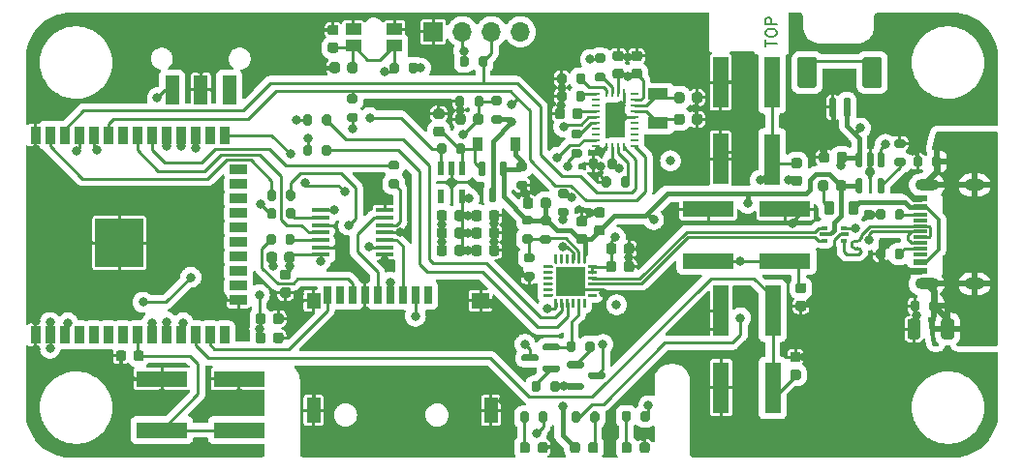
<source format=gbr>
G04 #@! TF.GenerationSoftware,KiCad,Pcbnew,(6.0.11)*
G04 #@! TF.CreationDate,2024-06-06T18:38:18+02:00*
G04 #@! TF.ProjectId,Wireless_Motion,57697265-6c65-4737-935f-4d6f74696f6e,rev?*
G04 #@! TF.SameCoordinates,Original*
G04 #@! TF.FileFunction,Copper,L1,Top*
G04 #@! TF.FilePolarity,Positive*
%FSLAX45Y45*%
G04 Gerber Fmt 4.5, Leading zero omitted, Abs format (unit mm)*
G04 Created by KiCad (PCBNEW (6.0.11)) date 2024-06-06 18:38:18*
%MOMM*%
%LPD*%
G01*
G04 APERTURE LIST*
%ADD10C,0.200000*%
G04 #@! TA.AperFunction,NonConductor*
%ADD11C,0.200000*%
G04 #@! TD*
G04 #@! TA.AperFunction,SMDPad,CuDef*
%ADD12R,0.675000X0.254000*%
G04 #@! TD*
G04 #@! TA.AperFunction,SMDPad,CuDef*
%ADD13R,0.254000X0.675000*%
G04 #@! TD*
G04 #@! TA.AperFunction,SMDPad,CuDef*
%ADD14R,0.700000X1.600000*%
G04 #@! TD*
G04 #@! TA.AperFunction,SMDPad,CuDef*
%ADD15R,1.200000X2.200000*%
G04 #@! TD*
G04 #@! TA.AperFunction,SMDPad,CuDef*
%ADD16R,1.600000X1.400000*%
G04 #@! TD*
G04 #@! TA.AperFunction,SMDPad,CuDef*
%ADD17R,1.200000X1.400000*%
G04 #@! TD*
G04 #@! TA.AperFunction,SMDPad,CuDef*
%ADD18R,4.500000X1.400000*%
G04 #@! TD*
G04 #@! TA.AperFunction,SMDPad,CuDef*
%ADD19R,4.450000X1.400000*%
G04 #@! TD*
G04 #@! TA.AperFunction,SMDPad,CuDef*
%ADD20R,0.600000X1.200000*%
G04 #@! TD*
G04 #@! TA.AperFunction,SMDPad,CuDef*
%ADD21R,1.400000X4.500000*%
G04 #@! TD*
G04 #@! TA.AperFunction,SMDPad,CuDef*
%ADD22R,1.400000X4.450000*%
G04 #@! TD*
G04 #@! TA.AperFunction,SMDPad,CuDef*
%ADD23R,1.600000X0.350000*%
G04 #@! TD*
G04 #@! TA.AperFunction,SMDPad,CuDef*
%ADD24R,2.600000X2.600000*%
G04 #@! TD*
G04 #@! TA.AperFunction,SMDPad,CuDef*
%ADD25R,1.400000X1.050000*%
G04 #@! TD*
G04 #@! TA.AperFunction,SMDPad,CuDef*
%ADD26R,1.250000X2.500000*%
G04 #@! TD*
G04 #@! TA.AperFunction,SMDPad,CuDef*
%ADD27R,0.900000X1.200000*%
G04 #@! TD*
G04 #@! TA.AperFunction,ComponentPad*
%ADD28O,1.800000X1.000000*%
G04 #@! TD*
G04 #@! TA.AperFunction,ComponentPad*
%ADD29O,2.100000X1.000000*%
G04 #@! TD*
G04 #@! TA.AperFunction,SMDPad,CuDef*
%ADD30R,1.150000X0.600000*%
G04 #@! TD*
G04 #@! TA.AperFunction,SMDPad,CuDef*
%ADD31R,1.150000X0.300000*%
G04 #@! TD*
G04 #@! TA.AperFunction,HeatsinkPad*
%ADD32C,0.500000*%
G04 #@! TD*
G04 #@! TA.AperFunction,SMDPad,CuDef*
%ADD33R,1.800000X1.000000*%
G04 #@! TD*
G04 #@! TA.AperFunction,SMDPad,CuDef*
%ADD34R,0.500000X0.375000*%
G04 #@! TD*
G04 #@! TA.AperFunction,SMDPad,CuDef*
%ADD35R,0.650000X0.300000*%
G04 #@! TD*
G04 #@! TA.AperFunction,SMDPad,CuDef*
%ADD36R,4.200000X4.200000*%
G04 #@! TD*
G04 #@! TA.AperFunction,SMDPad,CuDef*
%ADD37R,1.050000X1.050000*%
G04 #@! TD*
G04 #@! TA.AperFunction,SMDPad,CuDef*
%ADD38R,0.900000X1.500000*%
G04 #@! TD*
G04 #@! TA.AperFunction,SMDPad,CuDef*
%ADD39R,1.500000X0.900000*%
G04 #@! TD*
G04 #@! TA.AperFunction,ComponentPad*
%ADD40O,1.700000X1.700000*%
G04 #@! TD*
G04 #@! TA.AperFunction,ComponentPad*
%ADD41R,1.700000X1.700000*%
G04 #@! TD*
G04 #@! TA.AperFunction,ViaPad*
%ADD42C,0.800000*%
G04 #@! TD*
G04 #@! TA.AperFunction,Conductor*
%ADD43C,0.400000*%
G04 #@! TD*
G04 #@! TA.AperFunction,Conductor*
%ADD44C,0.245000*%
G04 #@! TD*
G04 #@! TA.AperFunction,Conductor*
%ADD45C,0.300000*%
G04 #@! TD*
G04 #@! TA.AperFunction,Conductor*
%ADD46C,0.600000*%
G04 #@! TD*
G04 #@! TA.AperFunction,Conductor*
%ADD47C,0.230000*%
G04 #@! TD*
G04 APERTURE END LIST*
D10*
D11*
X13053238Y-4692452D02*
X13053238Y-4635310D01*
X13153238Y-4663881D02*
X13053238Y-4663881D01*
X13053238Y-4582929D02*
X13053238Y-4563881D01*
X13058000Y-4554357D01*
X13067524Y-4544833D01*
X13086571Y-4540071D01*
X13119905Y-4540071D01*
X13138952Y-4544833D01*
X13148476Y-4554357D01*
X13153238Y-4563881D01*
X13153238Y-4582929D01*
X13148476Y-4592452D01*
X13138952Y-4601976D01*
X13119905Y-4606738D01*
X13086571Y-4606738D01*
X13067524Y-4601976D01*
X13058000Y-4592452D01*
X13053238Y-4582929D01*
X13153238Y-4497214D02*
X13053238Y-4497214D01*
X13053238Y-4459119D01*
X13058000Y-4449595D01*
X13062762Y-4444833D01*
X13072286Y-4440071D01*
X13086571Y-4440071D01*
X13096095Y-4444833D01*
X13100857Y-4449595D01*
X13105619Y-4459119D01*
X13105619Y-4497214D01*
G04 #@! TA.AperFunction,SMDPad,CuDef*
G36*
G01*
X11790500Y-4821500D02*
X11740500Y-4821500D01*
G75*
G02*
X11718000Y-4799000I0J22500D01*
G01*
X11718000Y-4754000D01*
G75*
G02*
X11740500Y-4731500I22500J0D01*
G01*
X11790500Y-4731500D01*
G75*
G02*
X11813000Y-4754000I0J-22500D01*
G01*
X11813000Y-4799000D01*
G75*
G02*
X11790500Y-4821500I-22500J0D01*
G01*
G37*
G04 #@! TD.AperFunction*
G04 #@! TA.AperFunction,SMDPad,CuDef*
G36*
G01*
X11790500Y-4976500D02*
X11740500Y-4976500D01*
G75*
G02*
X11718000Y-4954000I0J22500D01*
G01*
X11718000Y-4909000D01*
G75*
G02*
X11740500Y-4886500I22500J0D01*
G01*
X11790500Y-4886500D01*
G75*
G02*
X11813000Y-4909000I0J-22500D01*
G01*
X11813000Y-4954000D01*
G75*
G02*
X11790500Y-4976500I-22500J0D01*
G01*
G37*
G04 #@! TD.AperFunction*
G04 #@! TA.AperFunction,SMDPad,CuDef*
G36*
G01*
X11472655Y-6269000D02*
X11422655Y-6269000D01*
G75*
G02*
X11400155Y-6246500I0J22500D01*
G01*
X11400155Y-6201500D01*
G75*
G02*
X11422655Y-6179000I22500J0D01*
G01*
X11472655Y-6179000D01*
G75*
G02*
X11495155Y-6201500I0J-22500D01*
G01*
X11495155Y-6246500D01*
G75*
G02*
X11472655Y-6269000I-22500J0D01*
G01*
G37*
G04 #@! TD.AperFunction*
G04 #@! TA.AperFunction,SMDPad,CuDef*
G36*
G01*
X11472655Y-6424000D02*
X11422655Y-6424000D01*
G75*
G02*
X11400155Y-6401500I0J22500D01*
G01*
X11400155Y-6356500D01*
G75*
G02*
X11422655Y-6334000I22500J0D01*
G01*
X11472655Y-6334000D01*
G75*
G02*
X11495155Y-6356500I0J-22500D01*
G01*
X11495155Y-6401500D01*
G75*
G02*
X11472655Y-6424000I-22500J0D01*
G01*
G37*
G04 #@! TD.AperFunction*
G04 #@! TA.AperFunction,SMDPad,CuDef*
G36*
G01*
X11022500Y-6039000D02*
X11022500Y-6089000D01*
G75*
G02*
X11000000Y-6111500I-22500J0D01*
G01*
X10955000Y-6111500D01*
G75*
G02*
X10932500Y-6089000I0J22500D01*
G01*
X10932500Y-6039000D01*
G75*
G02*
X10955000Y-6016500I22500J0D01*
G01*
X11000000Y-6016500D01*
G75*
G02*
X11022500Y-6039000I0J-22500D01*
G01*
G37*
G04 #@! TD.AperFunction*
G04 #@! TA.AperFunction,SMDPad,CuDef*
G36*
G01*
X11177500Y-6039000D02*
X11177500Y-6089000D01*
G75*
G02*
X11155000Y-6111500I-22500J0D01*
G01*
X11110000Y-6111500D01*
G75*
G02*
X11087500Y-6089000I0J22500D01*
G01*
X11087500Y-6039000D01*
G75*
G02*
X11110000Y-6016500I22500J0D01*
G01*
X11155000Y-6016500D01*
G75*
G02*
X11177500Y-6039000I0J-22500D01*
G01*
G37*
G04 #@! TD.AperFunction*
G04 #@! TA.AperFunction,SMDPad,CuDef*
G36*
G01*
X11257500Y-6104000D02*
X11312500Y-6104000D01*
G75*
G02*
X11332500Y-6124000I0J-20000D01*
G01*
X11332500Y-6164000D01*
G75*
G02*
X11312500Y-6184000I-20000J0D01*
G01*
X11257500Y-6184000D01*
G75*
G02*
X11237500Y-6164000I0J20000D01*
G01*
X11237500Y-6124000D01*
G75*
G02*
X11257500Y-6104000I20000J0D01*
G01*
G37*
G04 #@! TD.AperFunction*
G04 #@! TA.AperFunction,SMDPad,CuDef*
G36*
G01*
X11257500Y-5939000D02*
X11312500Y-5939000D01*
G75*
G02*
X11332500Y-5959000I0J-20000D01*
G01*
X11332500Y-5999000D01*
G75*
G02*
X11312500Y-6019000I-20000J0D01*
G01*
X11257500Y-6019000D01*
G75*
G02*
X11237500Y-5999000I0J20000D01*
G01*
X11237500Y-5959000D01*
G75*
G02*
X11257500Y-5939000I20000J0D01*
G01*
G37*
G04 #@! TD.AperFunction*
G04 #@! TA.AperFunction,SMDPad,CuDef*
G36*
G01*
X14588000Y-7231500D02*
X14588000Y-7101500D01*
G75*
G02*
X14613000Y-7076500I25000J0D01*
G01*
X14678000Y-7076500D01*
G75*
G02*
X14703000Y-7101500I0J-25000D01*
G01*
X14703000Y-7231500D01*
G75*
G02*
X14678000Y-7256500I-25000J0D01*
G01*
X14613000Y-7256500D01*
G75*
G02*
X14588000Y-7231500I0J25000D01*
G01*
G37*
G04 #@! TD.AperFunction*
G04 #@! TA.AperFunction,SMDPad,CuDef*
G36*
G01*
X14293000Y-7231500D02*
X14293000Y-7101500D01*
G75*
G02*
X14318000Y-7076500I25000J0D01*
G01*
X14383000Y-7076500D01*
G75*
G02*
X14408000Y-7101500I0J-25000D01*
G01*
X14408000Y-7231500D01*
G75*
G02*
X14383000Y-7256500I-25000J0D01*
G01*
X14318000Y-7256500D01*
G75*
G02*
X14293000Y-7231500I0J25000D01*
G01*
G37*
G04 #@! TD.AperFunction*
G04 #@! TA.AperFunction,SMDPad,CuDef*
G36*
G01*
X11395000Y-7291500D02*
X11395000Y-7346500D01*
G75*
G02*
X11375000Y-7366500I-20000J0D01*
G01*
X11335000Y-7366500D01*
G75*
G02*
X11315000Y-7346500I0J20000D01*
G01*
X11315000Y-7291500D01*
G75*
G02*
X11335000Y-7271500I20000J0D01*
G01*
X11375000Y-7271500D01*
G75*
G02*
X11395000Y-7291500I0J-20000D01*
G01*
G37*
G04 #@! TD.AperFunction*
G04 #@! TA.AperFunction,SMDPad,CuDef*
G36*
G01*
X11560000Y-7291500D02*
X11560000Y-7346500D01*
G75*
G02*
X11540000Y-7366500I-20000J0D01*
G01*
X11500000Y-7366500D01*
G75*
G02*
X11480000Y-7346500I0J20000D01*
G01*
X11480000Y-7291500D01*
G75*
G02*
X11500000Y-7271500I20000J0D01*
G01*
X11540000Y-7271500D01*
G75*
G02*
X11560000Y-7291500I0J-20000D01*
G01*
G37*
G04 #@! TD.AperFunction*
G04 #@! TA.AperFunction,SMDPad,CuDef*
G36*
G01*
X9333000Y-4854000D02*
X9333000Y-4904000D01*
G75*
G02*
X9310500Y-4926500I-22500J0D01*
G01*
X9265500Y-4926500D01*
G75*
G02*
X9243000Y-4904000I0J22500D01*
G01*
X9243000Y-4854000D01*
G75*
G02*
X9265500Y-4831500I22500J0D01*
G01*
X9310500Y-4831500D01*
G75*
G02*
X9333000Y-4854000I0J-22500D01*
G01*
G37*
G04 #@! TD.AperFunction*
G04 #@! TA.AperFunction,SMDPad,CuDef*
G36*
G01*
X9488000Y-4854000D02*
X9488000Y-4904000D01*
G75*
G02*
X9465500Y-4926500I-22500J0D01*
G01*
X9420500Y-4926500D01*
G75*
G02*
X9398000Y-4904000I0J22500D01*
G01*
X9398000Y-4854000D01*
G75*
G02*
X9420500Y-4831500I22500J0D01*
G01*
X9465500Y-4831500D01*
G75*
G02*
X9488000Y-4854000I0J-22500D01*
G01*
G37*
G04 #@! TD.AperFunction*
G04 #@! TA.AperFunction,SMDPad,CuDef*
G36*
G01*
X9298000Y-4594000D02*
X9248000Y-4594000D01*
G75*
G02*
X9225500Y-4571500I0J22500D01*
G01*
X9225500Y-4526500D01*
G75*
G02*
X9248000Y-4504000I22500J0D01*
G01*
X9298000Y-4504000D01*
G75*
G02*
X9320500Y-4526500I0J-22500D01*
G01*
X9320500Y-4571500D01*
G75*
G02*
X9298000Y-4594000I-22500J0D01*
G01*
G37*
G04 #@! TD.AperFunction*
G04 #@! TA.AperFunction,SMDPad,CuDef*
G36*
G01*
X9298000Y-4749000D02*
X9248000Y-4749000D01*
G75*
G02*
X9225500Y-4726500I0J22500D01*
G01*
X9225500Y-4681500D01*
G75*
G02*
X9248000Y-4659000I22500J0D01*
G01*
X9298000Y-4659000D01*
G75*
G02*
X9320500Y-4681500I0J-22500D01*
G01*
X9320500Y-4726500D01*
G75*
G02*
X9298000Y-4749000I-22500J0D01*
G01*
G37*
G04 #@! TD.AperFunction*
G04 #@! TA.AperFunction,SMDPad,CuDef*
G36*
G01*
X8832500Y-6801500D02*
X8882500Y-6801500D01*
G75*
G02*
X8905000Y-6824000I0J-22500D01*
G01*
X8905000Y-6869000D01*
G75*
G02*
X8882500Y-6891500I-22500J0D01*
G01*
X8832500Y-6891500D01*
G75*
G02*
X8810000Y-6869000I0J22500D01*
G01*
X8810000Y-6824000D01*
G75*
G02*
X8832500Y-6801500I22500J0D01*
G01*
G37*
G04 #@! TD.AperFunction*
G04 #@! TA.AperFunction,SMDPad,CuDef*
G36*
G01*
X8832500Y-6646500D02*
X8882500Y-6646500D01*
G75*
G02*
X8905000Y-6669000I0J-22500D01*
G01*
X8905000Y-6714000D01*
G75*
G02*
X8882500Y-6736500I-22500J0D01*
G01*
X8832500Y-6736500D01*
G75*
G02*
X8810000Y-6714000I0J22500D01*
G01*
X8810000Y-6669000D01*
G75*
G02*
X8832500Y-6646500I22500J0D01*
G01*
G37*
G04 #@! TD.AperFunction*
D12*
X11906250Y-5161500D03*
X11906250Y-5211500D03*
X11906250Y-5261500D03*
X11906250Y-5311500D03*
X11906250Y-5361500D03*
X11906250Y-5411500D03*
X11906250Y-5461500D03*
X11906250Y-5511500D03*
X11906250Y-5561500D03*
D13*
X11815000Y-5575250D03*
X11765000Y-5575250D03*
X11715000Y-5575250D03*
X11665000Y-5575250D03*
D12*
X11573750Y-5561500D03*
X11573750Y-5511500D03*
X11573750Y-5461500D03*
X11573750Y-5411500D03*
X11573750Y-5361500D03*
X11573750Y-5311500D03*
X11573750Y-5261500D03*
X11573750Y-5211500D03*
X11573750Y-5161500D03*
X11573750Y-5111500D03*
D13*
X11665000Y-5097750D03*
X11715000Y-5097750D03*
X11765000Y-5097750D03*
X11815000Y-5097750D03*
D12*
X11906250Y-5111500D03*
G04 #@! TA.AperFunction,SMDPad,CuDef*
G36*
G01*
X10270000Y-6454000D02*
X10270000Y-6504000D01*
G75*
G02*
X10247500Y-6526500I-22500J0D01*
G01*
X10202500Y-6526500D01*
G75*
G02*
X10180000Y-6504000I0J22500D01*
G01*
X10180000Y-6454000D01*
G75*
G02*
X10202500Y-6431500I22500J0D01*
G01*
X10247500Y-6431500D01*
G75*
G02*
X10270000Y-6454000I0J-22500D01*
G01*
G37*
G04 #@! TD.AperFunction*
G04 #@! TA.AperFunction,SMDPad,CuDef*
G36*
G01*
X10425000Y-6454000D02*
X10425000Y-6504000D01*
G75*
G02*
X10402500Y-6526500I-22500J0D01*
G01*
X10357500Y-6526500D01*
G75*
G02*
X10335000Y-6504000I0J22500D01*
G01*
X10335000Y-6454000D01*
G75*
G02*
X10357500Y-6431500I22500J0D01*
G01*
X10402500Y-6431500D01*
G75*
G02*
X10425000Y-6454000I0J-22500D01*
G01*
G37*
G04 #@! TD.AperFunction*
G04 #@! TA.AperFunction,SMDPad,CuDef*
G36*
G01*
X13610000Y-5639000D02*
X13610000Y-5689000D01*
G75*
G02*
X13587500Y-5711500I-22500J0D01*
G01*
X13542500Y-5711500D01*
G75*
G02*
X13520000Y-5689000I0J22500D01*
G01*
X13520000Y-5639000D01*
G75*
G02*
X13542500Y-5616500I22500J0D01*
G01*
X13587500Y-5616500D01*
G75*
G02*
X13610000Y-5639000I0J-22500D01*
G01*
G37*
G04 #@! TD.AperFunction*
G04 #@! TA.AperFunction,SMDPad,CuDef*
G36*
G01*
X13765000Y-5639000D02*
X13765000Y-5689000D01*
G75*
G02*
X13742500Y-5711500I-22500J0D01*
G01*
X13697500Y-5711500D01*
G75*
G02*
X13675000Y-5689000I0J22500D01*
G01*
X13675000Y-5639000D01*
G75*
G02*
X13697500Y-5616500I22500J0D01*
G01*
X13742500Y-5616500D01*
G75*
G02*
X13765000Y-5639000I0J-22500D01*
G01*
G37*
G04 #@! TD.AperFunction*
G04 #@! TA.AperFunction,SMDPad,CuDef*
G36*
G01*
X10460500Y-4796500D02*
X10460500Y-4851500D01*
G75*
G02*
X10440500Y-4871500I-20000J0D01*
G01*
X10400500Y-4871500D01*
G75*
G02*
X10380500Y-4851500I0J20000D01*
G01*
X10380500Y-4796500D01*
G75*
G02*
X10400500Y-4776500I20000J0D01*
G01*
X10440500Y-4776500D01*
G75*
G02*
X10460500Y-4796500I0J-20000D01*
G01*
G37*
G04 #@! TD.AperFunction*
G04 #@! TA.AperFunction,SMDPad,CuDef*
G36*
G01*
X10625500Y-4796500D02*
X10625500Y-4851500D01*
G75*
G02*
X10605500Y-4871500I-20000J0D01*
G01*
X10565500Y-4871500D01*
G75*
G02*
X10545500Y-4851500I0J20000D01*
G01*
X10545500Y-4796500D01*
G75*
G02*
X10565500Y-4776500I20000J0D01*
G01*
X10605500Y-4776500D01*
G75*
G02*
X10625500Y-4796500I0J-20000D01*
G01*
G37*
G04 #@! TD.AperFunction*
G04 #@! TA.AperFunction,SMDPad,CuDef*
G36*
G01*
X10223000Y-5329000D02*
X10173000Y-5329000D01*
G75*
G02*
X10150500Y-5306500I0J22500D01*
G01*
X10150500Y-5261500D01*
G75*
G02*
X10173000Y-5239000I22500J0D01*
G01*
X10223000Y-5239000D01*
G75*
G02*
X10245500Y-5261500I0J-22500D01*
G01*
X10245500Y-5306500D01*
G75*
G02*
X10223000Y-5329000I-22500J0D01*
G01*
G37*
G04 #@! TD.AperFunction*
G04 #@! TA.AperFunction,SMDPad,CuDef*
G36*
G01*
X10223000Y-5484000D02*
X10173000Y-5484000D01*
G75*
G02*
X10150500Y-5461500I0J22500D01*
G01*
X10150500Y-5416500D01*
G75*
G02*
X10173000Y-5394000I22500J0D01*
G01*
X10223000Y-5394000D01*
G75*
G02*
X10245500Y-5416500I0J-22500D01*
G01*
X10245500Y-5461500D01*
G75*
G02*
X10223000Y-5484000I-22500J0D01*
G01*
G37*
G04 #@! TD.AperFunction*
D14*
X9222500Y-6869000D03*
D15*
X9102500Y-7879000D03*
X10652500Y-7879000D03*
D16*
X10562500Y-6919000D03*
D17*
X9102500Y-6919000D03*
D14*
X9332500Y-6869000D03*
X9442500Y-6869000D03*
X9552500Y-6869000D03*
X9662500Y-6869000D03*
X9772500Y-6869000D03*
X9882500Y-6869000D03*
X9992500Y-6869000D03*
X10102500Y-6869000D03*
G04 #@! TA.AperFunction,SMDPad,CuDef*
G36*
G01*
X13652500Y-6068375D02*
X13652500Y-6144625D01*
G75*
G02*
X13630625Y-6166500I-21875J0D01*
G01*
X13586875Y-6166500D01*
G75*
G02*
X13565000Y-6144625I0J21875D01*
G01*
X13565000Y-6068375D01*
G75*
G02*
X13586875Y-6046500I21875J0D01*
G01*
X13630625Y-6046500D01*
G75*
G02*
X13652500Y-6068375I0J-21875D01*
G01*
G37*
G04 #@! TD.AperFunction*
G04 #@! TA.AperFunction,SMDPad,CuDef*
G36*
G01*
X13865000Y-6068375D02*
X13865000Y-6144625D01*
G75*
G02*
X13843125Y-6166500I-21875J0D01*
G01*
X13799375Y-6166500D01*
G75*
G02*
X13777500Y-6144625I0J21875D01*
G01*
X13777500Y-6068375D01*
G75*
G02*
X13799375Y-6046500I21875J0D01*
G01*
X13843125Y-6046500D01*
G75*
G02*
X13865000Y-6068375I0J-21875D01*
G01*
G37*
G04 #@! TD.AperFunction*
G04 #@! TA.AperFunction,SMDPad,CuDef*
G36*
G01*
X14508000Y-5726500D02*
X14508000Y-5671500D01*
G75*
G02*
X14528000Y-5651500I20000J0D01*
G01*
X14568000Y-5651500D01*
G75*
G02*
X14588000Y-5671500I0J-20000D01*
G01*
X14588000Y-5726500D01*
G75*
G02*
X14568000Y-5746500I-20000J0D01*
G01*
X14528000Y-5746500D01*
G75*
G02*
X14508000Y-5726500I0J20000D01*
G01*
G37*
G04 #@! TD.AperFunction*
G04 #@! TA.AperFunction,SMDPad,CuDef*
G36*
G01*
X14343000Y-5726500D02*
X14343000Y-5671500D01*
G75*
G02*
X14363000Y-5651500I20000J0D01*
G01*
X14403000Y-5651500D01*
G75*
G02*
X14423000Y-5671500I0J-20000D01*
G01*
X14423000Y-5726500D01*
G75*
G02*
X14403000Y-5746500I-20000J0D01*
G01*
X14363000Y-5746500D01*
G75*
G02*
X14343000Y-5726500I0J20000D01*
G01*
G37*
G04 #@! TD.AperFunction*
D18*
X12552500Y-6119000D03*
D19*
X13225000Y-6119000D03*
X13225000Y-6569000D03*
X12550000Y-6569000D03*
G04 #@! TA.AperFunction,SMDPad,CuDef*
G36*
G01*
X10637500Y-6504000D02*
X10637500Y-6454000D01*
G75*
G02*
X10660000Y-6431500I22500J0D01*
G01*
X10705000Y-6431500D01*
G75*
G02*
X10727500Y-6454000I0J-22500D01*
G01*
X10727500Y-6504000D01*
G75*
G02*
X10705000Y-6526500I-22500J0D01*
G01*
X10660000Y-6526500D01*
G75*
G02*
X10637500Y-6504000I0J22500D01*
G01*
G37*
G04 #@! TD.AperFunction*
G04 #@! TA.AperFunction,SMDPad,CuDef*
G36*
G01*
X10482500Y-6504000D02*
X10482500Y-6454000D01*
G75*
G02*
X10505000Y-6431500I22500J0D01*
G01*
X10550000Y-6431500D01*
G75*
G02*
X10572500Y-6454000I0J-22500D01*
G01*
X10572500Y-6504000D01*
G75*
G02*
X10550000Y-6526500I-22500J0D01*
G01*
X10505000Y-6526500D01*
G75*
G02*
X10482500Y-6504000I0J22500D01*
G01*
G37*
G04 #@! TD.AperFunction*
D20*
X10405000Y-6006500D03*
X10215000Y-6006500D03*
X10215000Y-5756500D03*
X10310000Y-5756500D03*
X10405000Y-5756500D03*
G04 #@! TA.AperFunction,SMDPad,CuDef*
G36*
G01*
X10960000Y-6666500D02*
X11015000Y-6666500D01*
G75*
G02*
X11035000Y-6686500I0J-20000D01*
G01*
X11035000Y-6726500D01*
G75*
G02*
X11015000Y-6746500I-20000J0D01*
G01*
X10960000Y-6746500D01*
G75*
G02*
X10940000Y-6726500I0J20000D01*
G01*
X10940000Y-6686500D01*
G75*
G02*
X10960000Y-6666500I20000J0D01*
G01*
G37*
G04 #@! TD.AperFunction*
G04 #@! TA.AperFunction,SMDPad,CuDef*
G36*
G01*
X10960000Y-6501500D02*
X11015000Y-6501500D01*
G75*
G02*
X11035000Y-6521500I0J-20000D01*
G01*
X11035000Y-6561500D01*
G75*
G02*
X11015000Y-6581500I-20000J0D01*
G01*
X10960000Y-6581500D01*
G75*
G02*
X10940000Y-6561500I0J20000D01*
G01*
X10940000Y-6521500D01*
G75*
G02*
X10960000Y-6501500I20000J0D01*
G01*
G37*
G04 #@! TD.AperFunction*
G04 #@! TA.AperFunction,SMDPad,CuDef*
G36*
G01*
X13300000Y-5824000D02*
X13350000Y-5824000D01*
G75*
G02*
X13372500Y-5846500I0J-22500D01*
G01*
X13372500Y-5891500D01*
G75*
G02*
X13350000Y-5914000I-22500J0D01*
G01*
X13300000Y-5914000D01*
G75*
G02*
X13277500Y-5891500I0J22500D01*
G01*
X13277500Y-5846500D01*
G75*
G02*
X13300000Y-5824000I22500J0D01*
G01*
G37*
G04 #@! TD.AperFunction*
G04 #@! TA.AperFunction,SMDPad,CuDef*
G36*
G01*
X13300000Y-5669000D02*
X13350000Y-5669000D01*
G75*
G02*
X13372500Y-5691500I0J-22500D01*
G01*
X13372500Y-5736500D01*
G75*
G02*
X13350000Y-5759000I-22500J0D01*
G01*
X13300000Y-5759000D01*
G75*
G02*
X13277500Y-5736500I0J22500D01*
G01*
X13277500Y-5691500D01*
G75*
G02*
X13300000Y-5669000I22500J0D01*
G01*
G37*
G04 #@! TD.AperFunction*
G04 #@! TA.AperFunction,SMDPad,CuDef*
G36*
G01*
X11300500Y-5256500D02*
X11300500Y-5306500D01*
G75*
G02*
X11278000Y-5329000I-22500J0D01*
G01*
X11233000Y-5329000D01*
G75*
G02*
X11210500Y-5306500I0J22500D01*
G01*
X11210500Y-5256500D01*
G75*
G02*
X11233000Y-5234000I22500J0D01*
G01*
X11278000Y-5234000D01*
G75*
G02*
X11300500Y-5256500I0J-22500D01*
G01*
G37*
G04 #@! TD.AperFunction*
G04 #@! TA.AperFunction,SMDPad,CuDef*
G36*
G01*
X11455500Y-5256500D02*
X11455500Y-5306500D01*
G75*
G02*
X11433000Y-5329000I-22500J0D01*
G01*
X11388000Y-5329000D01*
G75*
G02*
X11365500Y-5306500I0J22500D01*
G01*
X11365500Y-5256500D01*
G75*
G02*
X11388000Y-5234000I22500J0D01*
G01*
X11433000Y-5234000D01*
G75*
G02*
X11455500Y-5256500I0J-22500D01*
G01*
G37*
G04 #@! TD.AperFunction*
G04 #@! TA.AperFunction,SMDPad,CuDef*
G36*
G01*
X11067500Y-7404000D02*
X11067500Y-7434000D01*
G75*
G02*
X11052500Y-7449000I-15000J0D01*
G01*
X10935000Y-7449000D01*
G75*
G02*
X10920000Y-7434000I0J15000D01*
G01*
X10920000Y-7404000D01*
G75*
G02*
X10935000Y-7389000I15000J0D01*
G01*
X11052500Y-7389000D01*
G75*
G02*
X11067500Y-7404000I0J-15000D01*
G01*
G37*
G04 #@! TD.AperFunction*
G04 #@! TA.AperFunction,SMDPad,CuDef*
G36*
G01*
X11255000Y-7309000D02*
X11255000Y-7339000D01*
G75*
G02*
X11240000Y-7354000I-15000J0D01*
G01*
X11122500Y-7354000D01*
G75*
G02*
X11107500Y-7339000I0J15000D01*
G01*
X11107500Y-7309000D01*
G75*
G02*
X11122500Y-7294000I15000J0D01*
G01*
X11240000Y-7294000D01*
G75*
G02*
X11255000Y-7309000I0J-15000D01*
G01*
G37*
G04 #@! TD.AperFunction*
G04 #@! TA.AperFunction,SMDPad,CuDef*
G36*
G01*
X11255000Y-7499000D02*
X11255000Y-7529000D01*
G75*
G02*
X11240000Y-7544000I-15000J0D01*
G01*
X11122500Y-7544000D01*
G75*
G02*
X11107500Y-7529000I0J15000D01*
G01*
X11107500Y-7499000D01*
G75*
G02*
X11122500Y-7484000I15000J0D01*
G01*
X11240000Y-7484000D01*
G75*
G02*
X11255000Y-7499000I0J-15000D01*
G01*
G37*
G04 #@! TD.AperFunction*
G04 #@! TA.AperFunction,SMDPad,CuDef*
G36*
G01*
X9415500Y-5276500D02*
X9470500Y-5276500D01*
G75*
G02*
X9490500Y-5296500I0J-20000D01*
G01*
X9490500Y-5336500D01*
G75*
G02*
X9470500Y-5356500I-20000J0D01*
G01*
X9415500Y-5356500D01*
G75*
G02*
X9395500Y-5336500I0J20000D01*
G01*
X9395500Y-5296500D01*
G75*
G02*
X9415500Y-5276500I20000J0D01*
G01*
G37*
G04 #@! TD.AperFunction*
G04 #@! TA.AperFunction,SMDPad,CuDef*
G36*
G01*
X9415500Y-5111500D02*
X9470500Y-5111500D01*
G75*
G02*
X9490500Y-5131500I0J-20000D01*
G01*
X9490500Y-5171500D01*
G75*
G02*
X9470500Y-5191500I-20000J0D01*
G01*
X9415500Y-5191500D01*
G75*
G02*
X9395500Y-5171500I0J20000D01*
G01*
X9395500Y-5131500D01*
G75*
G02*
X9415500Y-5111500I20000J0D01*
G01*
G37*
G04 #@! TD.AperFunction*
G04 #@! TA.AperFunction,SMDPad,CuDef*
G36*
G01*
X11960500Y-7956500D02*
X11960500Y-7901500D01*
G75*
G02*
X11980500Y-7881500I20000J0D01*
G01*
X12020500Y-7881500D01*
G75*
G02*
X12040500Y-7901500I0J-20000D01*
G01*
X12040500Y-7956500D01*
G75*
G02*
X12020500Y-7976500I-20000J0D01*
G01*
X11980500Y-7976500D01*
G75*
G02*
X11960500Y-7956500I0J20000D01*
G01*
G37*
G04 #@! TD.AperFunction*
G04 #@! TA.AperFunction,SMDPad,CuDef*
G36*
G01*
X11795500Y-7956500D02*
X11795500Y-7901500D01*
G75*
G02*
X11815500Y-7881500I20000J0D01*
G01*
X11855500Y-7881500D01*
G75*
G02*
X11875500Y-7901500I0J-20000D01*
G01*
X11875500Y-7956500D01*
G75*
G02*
X11855500Y-7976500I-20000J0D01*
G01*
X11815500Y-7976500D01*
G75*
G02*
X11795500Y-7956500I0J20000D01*
G01*
G37*
G04 #@! TD.AperFunction*
G04 #@! TA.AperFunction,SMDPad,CuDef*
G36*
G01*
X14255500Y-5582000D02*
X14200500Y-5582000D01*
G75*
G02*
X14180500Y-5562000I0J20000D01*
G01*
X14180500Y-5522000D01*
G75*
G02*
X14200500Y-5502000I20000J0D01*
G01*
X14255500Y-5502000D01*
G75*
G02*
X14275500Y-5522000I0J-20000D01*
G01*
X14275500Y-5562000D01*
G75*
G02*
X14255500Y-5582000I-20000J0D01*
G01*
G37*
G04 #@! TD.AperFunction*
G04 #@! TA.AperFunction,SMDPad,CuDef*
G36*
G01*
X14255500Y-5747000D02*
X14200500Y-5747000D01*
G75*
G02*
X14180500Y-5727000I0J20000D01*
G01*
X14180500Y-5687000D01*
G75*
G02*
X14200500Y-5667000I20000J0D01*
G01*
X14255500Y-5667000D01*
G75*
G02*
X14275500Y-5687000I0J-20000D01*
G01*
X14275500Y-5727000D01*
G75*
G02*
X14255500Y-5747000I-20000J0D01*
G01*
G37*
G04 #@! TD.AperFunction*
G04 #@! TA.AperFunction,SMDPad,CuDef*
G36*
G01*
X8862500Y-6024000D02*
X8862500Y-5969000D01*
G75*
G02*
X8882500Y-5949000I20000J0D01*
G01*
X8922500Y-5949000D01*
G75*
G02*
X8942500Y-5969000I0J-20000D01*
G01*
X8942500Y-6024000D01*
G75*
G02*
X8922500Y-6044000I-20000J0D01*
G01*
X8882500Y-6044000D01*
G75*
G02*
X8862500Y-6024000I0J20000D01*
G01*
G37*
G04 #@! TD.AperFunction*
G04 #@! TA.AperFunction,SMDPad,CuDef*
G36*
G01*
X8697500Y-6024000D02*
X8697500Y-5969000D01*
G75*
G02*
X8717500Y-5949000I20000J0D01*
G01*
X8757500Y-5949000D01*
G75*
G02*
X8777500Y-5969000I0J-20000D01*
G01*
X8777500Y-6024000D01*
G75*
G02*
X8757500Y-6044000I-20000J0D01*
G01*
X8717500Y-6044000D01*
G75*
G02*
X8697500Y-6024000I0J20000D01*
G01*
G37*
G04 #@! TD.AperFunction*
D21*
X12665500Y-7679000D03*
D22*
X12665500Y-7006500D03*
X13115500Y-7681500D03*
X13115500Y-7006500D03*
G04 #@! TA.AperFunction,SMDPad,CuDef*
G36*
G01*
X8782500Y-6514000D02*
X8782500Y-6564000D01*
G75*
G02*
X8760000Y-6586500I-22500J0D01*
G01*
X8715000Y-6586500D01*
G75*
G02*
X8692500Y-6564000I0J22500D01*
G01*
X8692500Y-6514000D01*
G75*
G02*
X8715000Y-6491500I22500J0D01*
G01*
X8760000Y-6491500D01*
G75*
G02*
X8782500Y-6514000I0J-22500D01*
G01*
G37*
G04 #@! TD.AperFunction*
G04 #@! TA.AperFunction,SMDPad,CuDef*
G36*
G01*
X8937500Y-6514000D02*
X8937500Y-6564000D01*
G75*
G02*
X8915000Y-6586500I-22500J0D01*
G01*
X8870000Y-6586500D01*
G75*
G02*
X8847500Y-6564000I0J22500D01*
G01*
X8847500Y-6514000D01*
G75*
G02*
X8870000Y-6491500I22500J0D01*
G01*
X8915000Y-6491500D01*
G75*
G02*
X8937500Y-6514000I0J-22500D01*
G01*
G37*
G04 #@! TD.AperFunction*
G04 #@! TA.AperFunction,SMDPad,CuDef*
G36*
G01*
X11675000Y-5746500D02*
X11675000Y-5691500D01*
G75*
G02*
X11695000Y-5671500I20000J0D01*
G01*
X11735000Y-5671500D01*
G75*
G02*
X11755000Y-5691500I0J-20000D01*
G01*
X11755000Y-5746500D01*
G75*
G02*
X11735000Y-5766500I-20000J0D01*
G01*
X11695000Y-5766500D01*
G75*
G02*
X11675000Y-5746500I0J20000D01*
G01*
G37*
G04 #@! TD.AperFunction*
G04 #@! TA.AperFunction,SMDPad,CuDef*
G36*
G01*
X11510000Y-5746500D02*
X11510000Y-5691500D01*
G75*
G02*
X11530000Y-5671500I20000J0D01*
G01*
X11570000Y-5671500D01*
G75*
G02*
X11590000Y-5691500I0J-20000D01*
G01*
X11590000Y-5746500D01*
G75*
G02*
X11570000Y-5766500I-20000J0D01*
G01*
X11530000Y-5766500D01*
G75*
G02*
X11510000Y-5746500I0J20000D01*
G01*
G37*
G04 #@! TD.AperFunction*
D23*
X9165000Y-6516500D03*
X9165000Y-6451500D03*
X9165000Y-6386500D03*
X9165000Y-6321500D03*
X9165000Y-6256500D03*
X9165000Y-6191500D03*
X9165000Y-6126500D03*
X9725000Y-6126500D03*
X9725000Y-6191500D03*
X9725000Y-6256500D03*
X9725000Y-6321500D03*
X9725000Y-6386500D03*
X9725000Y-6451500D03*
X9725000Y-6516500D03*
G04 #@! TA.AperFunction,SMDPad,CuDef*
G36*
G01*
X9093000Y-5574000D02*
X9093000Y-5629000D01*
G75*
G02*
X9073000Y-5649000I-20000J0D01*
G01*
X9033000Y-5649000D01*
G75*
G02*
X9013000Y-5629000I0J20000D01*
G01*
X9013000Y-5574000D01*
G75*
G02*
X9033000Y-5554000I20000J0D01*
G01*
X9073000Y-5554000D01*
G75*
G02*
X9093000Y-5574000I0J-20000D01*
G01*
G37*
G04 #@! TD.AperFunction*
G04 #@! TA.AperFunction,SMDPad,CuDef*
G36*
G01*
X9258000Y-5574000D02*
X9258000Y-5629000D01*
G75*
G02*
X9238000Y-5649000I-20000J0D01*
G01*
X9198000Y-5649000D01*
G75*
G02*
X9178000Y-5629000I0J20000D01*
G01*
X9178000Y-5574000D01*
G75*
G02*
X9198000Y-5554000I20000J0D01*
G01*
X9238000Y-5554000D01*
G75*
G02*
X9258000Y-5574000I0J-20000D01*
G01*
G37*
G04 #@! TD.AperFunction*
G04 #@! TA.AperFunction,SMDPad,CuDef*
G36*
G01*
X9093000Y-5309000D02*
X9093000Y-5364000D01*
G75*
G02*
X9073000Y-5384000I-20000J0D01*
G01*
X9033000Y-5384000D01*
G75*
G02*
X9013000Y-5364000I0J20000D01*
G01*
X9013000Y-5309000D01*
G75*
G02*
X9033000Y-5289000I20000J0D01*
G01*
X9073000Y-5289000D01*
G75*
G02*
X9093000Y-5309000I0J-20000D01*
G01*
G37*
G04 #@! TD.AperFunction*
G04 #@! TA.AperFunction,SMDPad,CuDef*
G36*
G01*
X9258000Y-5309000D02*
X9258000Y-5364000D01*
G75*
G02*
X9238000Y-5384000I-20000J0D01*
G01*
X9198000Y-5384000D01*
G75*
G02*
X9178000Y-5364000I0J20000D01*
G01*
X9178000Y-5309000D01*
G75*
G02*
X9198000Y-5289000I20000J0D01*
G01*
X9238000Y-5289000D01*
G75*
G02*
X9258000Y-5309000I0J-20000D01*
G01*
G37*
G04 #@! TD.AperFunction*
G04 #@! TA.AperFunction,SMDPad,CuDef*
G36*
G01*
X8750000Y-7269000D02*
X8750000Y-7219000D01*
G75*
G02*
X8772500Y-7196500I22500J0D01*
G01*
X8817500Y-7196500D01*
G75*
G02*
X8840000Y-7219000I0J-22500D01*
G01*
X8840000Y-7269000D01*
G75*
G02*
X8817500Y-7291500I-22500J0D01*
G01*
X8772500Y-7291500D01*
G75*
G02*
X8750000Y-7269000I0J22500D01*
G01*
G37*
G04 #@! TD.AperFunction*
G04 #@! TA.AperFunction,SMDPad,CuDef*
G36*
G01*
X8595000Y-7269000D02*
X8595000Y-7219000D01*
G75*
G02*
X8617500Y-7196500I22500J0D01*
G01*
X8662500Y-7196500D01*
G75*
G02*
X8685000Y-7219000I0J-22500D01*
G01*
X8685000Y-7269000D01*
G75*
G02*
X8662500Y-7291500I-22500J0D01*
G01*
X8617500Y-7291500D01*
G75*
G02*
X8595000Y-7269000I0J22500D01*
G01*
G37*
G04 #@! TD.AperFunction*
G04 #@! TA.AperFunction,SMDPad,CuDef*
G36*
G01*
X14485500Y-6991500D02*
X14485500Y-6936500D01*
G75*
G02*
X14505500Y-6916500I20000J0D01*
G01*
X14545500Y-6916500D01*
G75*
G02*
X14565500Y-6936500I0J-20000D01*
G01*
X14565500Y-6991500D01*
G75*
G02*
X14545500Y-7011500I-20000J0D01*
G01*
X14505500Y-7011500D01*
G75*
G02*
X14485500Y-6991500I0J20000D01*
G01*
G37*
G04 #@! TD.AperFunction*
G04 #@! TA.AperFunction,SMDPad,CuDef*
G36*
G01*
X14320500Y-6991500D02*
X14320500Y-6936500D01*
G75*
G02*
X14340500Y-6916500I20000J0D01*
G01*
X14380500Y-6916500D01*
G75*
G02*
X14400500Y-6936500I0J-20000D01*
G01*
X14400500Y-6991500D01*
G75*
G02*
X14380500Y-7011500I-20000J0D01*
G01*
X14340500Y-7011500D01*
G75*
G02*
X14320500Y-6991500I0J20000D01*
G01*
G37*
G04 #@! TD.AperFunction*
G04 #@! TA.AperFunction,SMDPad,CuDef*
G36*
G01*
X9932500Y-4909000D02*
X9932500Y-4854000D01*
G75*
G02*
X9952500Y-4834000I20000J0D01*
G01*
X9992500Y-4834000D01*
G75*
G02*
X10012500Y-4854000I0J-20000D01*
G01*
X10012500Y-4909000D01*
G75*
G02*
X9992500Y-4929000I-20000J0D01*
G01*
X9952500Y-4929000D01*
G75*
G02*
X9932500Y-4909000I0J20000D01*
G01*
G37*
G04 #@! TD.AperFunction*
G04 #@! TA.AperFunction,SMDPad,CuDef*
G36*
G01*
X9767500Y-4909000D02*
X9767500Y-4854000D01*
G75*
G02*
X9787500Y-4834000I20000J0D01*
G01*
X9827500Y-4834000D01*
G75*
G02*
X9847500Y-4854000I0J-20000D01*
G01*
X9847500Y-4909000D01*
G75*
G02*
X9827500Y-4929000I-20000J0D01*
G01*
X9787500Y-4929000D01*
G75*
G02*
X9767500Y-4909000I0J20000D01*
G01*
G37*
G04 #@! TD.AperFunction*
G04 #@! TA.AperFunction,SMDPad,CuDef*
G36*
G01*
X13337500Y-6919000D02*
X13387500Y-6919000D01*
G75*
G02*
X13410000Y-6941500I0J-22500D01*
G01*
X13410000Y-6986500D01*
G75*
G02*
X13387500Y-7009000I-22500J0D01*
G01*
X13337500Y-7009000D01*
G75*
G02*
X13315000Y-6986500I0J22500D01*
G01*
X13315000Y-6941500D01*
G75*
G02*
X13337500Y-6919000I22500J0D01*
G01*
G37*
G04 #@! TD.AperFunction*
G04 #@! TA.AperFunction,SMDPad,CuDef*
G36*
G01*
X13337500Y-6764000D02*
X13387500Y-6764000D01*
G75*
G02*
X13410000Y-6786500I0J-22500D01*
G01*
X13410000Y-6831500D01*
G75*
G02*
X13387500Y-6854000I-22500J0D01*
G01*
X13337500Y-6854000D01*
G75*
G02*
X13315000Y-6831500I0J22500D01*
G01*
X13315000Y-6786500D01*
G75*
G02*
X13337500Y-6764000I22500J0D01*
G01*
G37*
G04 #@! TD.AperFunction*
G04 #@! TA.AperFunction,SMDPad,CuDef*
G36*
G01*
X14182500Y-6191500D02*
X14182500Y-6136500D01*
G75*
G02*
X14202500Y-6116500I20000J0D01*
G01*
X14242500Y-6116500D01*
G75*
G02*
X14262500Y-6136500I0J-20000D01*
G01*
X14262500Y-6191500D01*
G75*
G02*
X14242500Y-6211500I-20000J0D01*
G01*
X14202500Y-6211500D01*
G75*
G02*
X14182500Y-6191500I0J20000D01*
G01*
G37*
G04 #@! TD.AperFunction*
G04 #@! TA.AperFunction,SMDPad,CuDef*
G36*
G01*
X14017500Y-6191500D02*
X14017500Y-6136500D01*
G75*
G02*
X14037500Y-6116500I20000J0D01*
G01*
X14077500Y-6116500D01*
G75*
G02*
X14097500Y-6136500I0J-20000D01*
G01*
X14097500Y-6191500D01*
G75*
G02*
X14077500Y-6211500I-20000J0D01*
G01*
X14037500Y-6211500D01*
G75*
G02*
X14017500Y-6191500I0J20000D01*
G01*
G37*
G04 #@! TD.AperFunction*
G04 #@! TA.AperFunction,SMDPad,CuDef*
G36*
G01*
X10347500Y-5616500D02*
X10347500Y-5561500D01*
G75*
G02*
X10367500Y-5541500I20000J0D01*
G01*
X10407500Y-5541500D01*
G75*
G02*
X10427500Y-5561500I0J-20000D01*
G01*
X10427500Y-5616500D01*
G75*
G02*
X10407500Y-5636500I-20000J0D01*
G01*
X10367500Y-5636500D01*
G75*
G02*
X10347500Y-5616500I0J20000D01*
G01*
G37*
G04 #@! TD.AperFunction*
G04 #@! TA.AperFunction,SMDPad,CuDef*
G36*
G01*
X10182500Y-5616500D02*
X10182500Y-5561500D01*
G75*
G02*
X10202500Y-5541500I20000J0D01*
G01*
X10242500Y-5541500D01*
G75*
G02*
X10262500Y-5561500I0J-20000D01*
G01*
X10262500Y-5616500D01*
G75*
G02*
X10242500Y-5636500I-20000J0D01*
G01*
X10202500Y-5636500D01*
G75*
G02*
X10182500Y-5616500I0J20000D01*
G01*
G37*
G04 #@! TD.AperFunction*
G04 #@! TA.AperFunction,SMDPad,CuDef*
G36*
G01*
X10897500Y-5866500D02*
X10952500Y-5866500D01*
G75*
G02*
X10972500Y-5886500I0J-20000D01*
G01*
X10972500Y-5926500D01*
G75*
G02*
X10952500Y-5946500I-20000J0D01*
G01*
X10897500Y-5946500D01*
G75*
G02*
X10877500Y-5926500I0J20000D01*
G01*
X10877500Y-5886500D01*
G75*
G02*
X10897500Y-5866500I20000J0D01*
G01*
G37*
G04 #@! TD.AperFunction*
G04 #@! TA.AperFunction,SMDPad,CuDef*
G36*
G01*
X10897500Y-5701500D02*
X10952500Y-5701500D01*
G75*
G02*
X10972500Y-5721500I0J-20000D01*
G01*
X10972500Y-5761500D01*
G75*
G02*
X10952500Y-5781500I-20000J0D01*
G01*
X10897500Y-5781500D01*
G75*
G02*
X10877500Y-5761500I0J20000D01*
G01*
X10877500Y-5721500D01*
G75*
G02*
X10897500Y-5701500I20000J0D01*
G01*
G37*
G04 #@! TD.AperFunction*
G04 #@! TA.AperFunction,SMDPad,CuDef*
G36*
G01*
X11953000Y-4821500D02*
X11903000Y-4821500D01*
G75*
G02*
X11880500Y-4799000I0J22500D01*
G01*
X11880500Y-4754000D01*
G75*
G02*
X11903000Y-4731500I22500J0D01*
G01*
X11953000Y-4731500D01*
G75*
G02*
X11975500Y-4754000I0J-22500D01*
G01*
X11975500Y-4799000D01*
G75*
G02*
X11953000Y-4821500I-22500J0D01*
G01*
G37*
G04 #@! TD.AperFunction*
G04 #@! TA.AperFunction,SMDPad,CuDef*
G36*
G01*
X11953000Y-4976500D02*
X11903000Y-4976500D01*
G75*
G02*
X11880500Y-4954000I0J22500D01*
G01*
X11880500Y-4909000D01*
G75*
G02*
X11903000Y-4886500I22500J0D01*
G01*
X11953000Y-4886500D01*
G75*
G02*
X11975500Y-4909000I0J-22500D01*
G01*
X11975500Y-4954000D01*
G75*
G02*
X11953000Y-4976500I-22500J0D01*
G01*
G37*
G04 #@! TD.AperFunction*
G04 #@! TA.AperFunction,SMDPad,CuDef*
G36*
G01*
X10637500Y-6199000D02*
X10637500Y-6149000D01*
G75*
G02*
X10660000Y-6126500I22500J0D01*
G01*
X10705000Y-6126500D01*
G75*
G02*
X10727500Y-6149000I0J-22500D01*
G01*
X10727500Y-6199000D01*
G75*
G02*
X10705000Y-6221500I-22500J0D01*
G01*
X10660000Y-6221500D01*
G75*
G02*
X10637500Y-6199000I0J22500D01*
G01*
G37*
G04 #@! TD.AperFunction*
G04 #@! TA.AperFunction,SMDPad,CuDef*
G36*
G01*
X10482500Y-6199000D02*
X10482500Y-6149000D01*
G75*
G02*
X10505000Y-6126500I22500J0D01*
G01*
X10550000Y-6126500D01*
G75*
G02*
X10572500Y-6149000I0J-22500D01*
G01*
X10572500Y-6199000D01*
G75*
G02*
X10550000Y-6221500I-22500J0D01*
G01*
X10505000Y-6221500D01*
G75*
G02*
X10482500Y-6199000I0J22500D01*
G01*
G37*
G04 #@! TD.AperFunction*
D24*
X11346405Y-6746500D03*
G04 #@! TA.AperFunction,SMDPad,CuDef*
G36*
G01*
X11483905Y-6905250D02*
X11483905Y-6975250D01*
G75*
G02*
X11477655Y-6981500I-6250J0D01*
G01*
X11465155Y-6981500D01*
G75*
G02*
X11458905Y-6975250I0J6250D01*
G01*
X11458905Y-6905250D01*
G75*
G02*
X11465155Y-6899000I6250J0D01*
G01*
X11477655Y-6899000D01*
G75*
G02*
X11483905Y-6905250I0J-6250D01*
G01*
G37*
G04 #@! TD.AperFunction*
G04 #@! TA.AperFunction,SMDPad,CuDef*
G36*
G01*
X11433905Y-6905250D02*
X11433905Y-6975250D01*
G75*
G02*
X11427655Y-6981500I-6250J0D01*
G01*
X11415155Y-6981500D01*
G75*
G02*
X11408905Y-6975250I0J6250D01*
G01*
X11408905Y-6905250D01*
G75*
G02*
X11415155Y-6899000I6250J0D01*
G01*
X11427655Y-6899000D01*
G75*
G02*
X11433905Y-6905250I0J-6250D01*
G01*
G37*
G04 #@! TD.AperFunction*
G04 #@! TA.AperFunction,SMDPad,CuDef*
G36*
G01*
X11383905Y-6905250D02*
X11383905Y-6975250D01*
G75*
G02*
X11377655Y-6981500I-6250J0D01*
G01*
X11365155Y-6981500D01*
G75*
G02*
X11358905Y-6975250I0J6250D01*
G01*
X11358905Y-6905250D01*
G75*
G02*
X11365155Y-6899000I6250J0D01*
G01*
X11377655Y-6899000D01*
G75*
G02*
X11383905Y-6905250I0J-6250D01*
G01*
G37*
G04 #@! TD.AperFunction*
G04 #@! TA.AperFunction,SMDPad,CuDef*
G36*
G01*
X11333905Y-6905250D02*
X11333905Y-6975250D01*
G75*
G02*
X11327655Y-6981500I-6250J0D01*
G01*
X11315155Y-6981500D01*
G75*
G02*
X11308905Y-6975250I0J6250D01*
G01*
X11308905Y-6905250D01*
G75*
G02*
X11315155Y-6899000I6250J0D01*
G01*
X11327655Y-6899000D01*
G75*
G02*
X11333905Y-6905250I0J-6250D01*
G01*
G37*
G04 #@! TD.AperFunction*
G04 #@! TA.AperFunction,SMDPad,CuDef*
G36*
G01*
X11283905Y-6905250D02*
X11283905Y-6975250D01*
G75*
G02*
X11277655Y-6981500I-6250J0D01*
G01*
X11265155Y-6981500D01*
G75*
G02*
X11258905Y-6975250I0J6250D01*
G01*
X11258905Y-6905250D01*
G75*
G02*
X11265155Y-6899000I6250J0D01*
G01*
X11277655Y-6899000D01*
G75*
G02*
X11283905Y-6905250I0J-6250D01*
G01*
G37*
G04 #@! TD.AperFunction*
G04 #@! TA.AperFunction,SMDPad,CuDef*
G36*
G01*
X11233905Y-6905250D02*
X11233905Y-6975250D01*
G75*
G02*
X11227655Y-6981500I-6250J0D01*
G01*
X11215155Y-6981500D01*
G75*
G02*
X11208905Y-6975250I0J6250D01*
G01*
X11208905Y-6905250D01*
G75*
G02*
X11215155Y-6899000I6250J0D01*
G01*
X11227655Y-6899000D01*
G75*
G02*
X11233905Y-6905250I0J-6250D01*
G01*
G37*
G04 #@! TD.AperFunction*
G04 #@! TA.AperFunction,SMDPad,CuDef*
G36*
G01*
X11193905Y-6865250D02*
X11193905Y-6877750D01*
G75*
G02*
X11187655Y-6884000I-6250J0D01*
G01*
X11117656Y-6884000D01*
G75*
G02*
X11111406Y-6877750I0J6250D01*
G01*
X11111406Y-6865250D01*
G75*
G02*
X11117656Y-6859000I6250J0D01*
G01*
X11187655Y-6859000D01*
G75*
G02*
X11193905Y-6865250I0J-6250D01*
G01*
G37*
G04 #@! TD.AperFunction*
G04 #@! TA.AperFunction,SMDPad,CuDef*
G36*
G01*
X11193905Y-6815250D02*
X11193905Y-6827750D01*
G75*
G02*
X11187655Y-6834000I-6250J0D01*
G01*
X11117656Y-6834000D01*
G75*
G02*
X11111406Y-6827750I0J6250D01*
G01*
X11111406Y-6815250D01*
G75*
G02*
X11117656Y-6809000I6250J0D01*
G01*
X11187655Y-6809000D01*
G75*
G02*
X11193905Y-6815250I0J-6250D01*
G01*
G37*
G04 #@! TD.AperFunction*
G04 #@! TA.AperFunction,SMDPad,CuDef*
G36*
G01*
X11193905Y-6765250D02*
X11193905Y-6777750D01*
G75*
G02*
X11187655Y-6784000I-6250J0D01*
G01*
X11117656Y-6784000D01*
G75*
G02*
X11111406Y-6777750I0J6250D01*
G01*
X11111406Y-6765250D01*
G75*
G02*
X11117656Y-6759000I6250J0D01*
G01*
X11187655Y-6759000D01*
G75*
G02*
X11193905Y-6765250I0J-6250D01*
G01*
G37*
G04 #@! TD.AperFunction*
G04 #@! TA.AperFunction,SMDPad,CuDef*
G36*
G01*
X11193905Y-6715250D02*
X11193905Y-6727750D01*
G75*
G02*
X11187655Y-6734000I-6250J0D01*
G01*
X11117656Y-6734000D01*
G75*
G02*
X11111406Y-6727750I0J6250D01*
G01*
X11111406Y-6715250D01*
G75*
G02*
X11117656Y-6709000I6250J0D01*
G01*
X11187655Y-6709000D01*
G75*
G02*
X11193905Y-6715250I0J-6250D01*
G01*
G37*
G04 #@! TD.AperFunction*
G04 #@! TA.AperFunction,SMDPad,CuDef*
G36*
G01*
X11193905Y-6665250D02*
X11193905Y-6677750D01*
G75*
G02*
X11187655Y-6684000I-6250J0D01*
G01*
X11117656Y-6684000D01*
G75*
G02*
X11111406Y-6677750I0J6250D01*
G01*
X11111406Y-6665250D01*
G75*
G02*
X11117656Y-6659000I6250J0D01*
G01*
X11187655Y-6659000D01*
G75*
G02*
X11193905Y-6665250I0J-6250D01*
G01*
G37*
G04 #@! TD.AperFunction*
G04 #@! TA.AperFunction,SMDPad,CuDef*
G36*
G01*
X11193905Y-6615250D02*
X11193905Y-6627750D01*
G75*
G02*
X11187655Y-6634000I-6250J0D01*
G01*
X11117656Y-6634000D01*
G75*
G02*
X11111406Y-6627750I0J6250D01*
G01*
X11111406Y-6615250D01*
G75*
G02*
X11117656Y-6609000I6250J0D01*
G01*
X11187655Y-6609000D01*
G75*
G02*
X11193905Y-6615250I0J-6250D01*
G01*
G37*
G04 #@! TD.AperFunction*
G04 #@! TA.AperFunction,SMDPad,CuDef*
G36*
G01*
X11233905Y-6517750D02*
X11233905Y-6587750D01*
G75*
G02*
X11227655Y-6594000I-6250J0D01*
G01*
X11215155Y-6594000D01*
G75*
G02*
X11208905Y-6587750I0J6250D01*
G01*
X11208905Y-6517750D01*
G75*
G02*
X11215155Y-6511500I6250J0D01*
G01*
X11227655Y-6511500D01*
G75*
G02*
X11233905Y-6517750I0J-6250D01*
G01*
G37*
G04 #@! TD.AperFunction*
G04 #@! TA.AperFunction,SMDPad,CuDef*
G36*
G01*
X11283905Y-6517750D02*
X11283905Y-6587750D01*
G75*
G02*
X11277655Y-6594000I-6250J0D01*
G01*
X11265155Y-6594000D01*
G75*
G02*
X11258905Y-6587750I0J6250D01*
G01*
X11258905Y-6517750D01*
G75*
G02*
X11265155Y-6511500I6250J0D01*
G01*
X11277655Y-6511500D01*
G75*
G02*
X11283905Y-6517750I0J-6250D01*
G01*
G37*
G04 #@! TD.AperFunction*
G04 #@! TA.AperFunction,SMDPad,CuDef*
G36*
G01*
X11333905Y-6517750D02*
X11333905Y-6587750D01*
G75*
G02*
X11327655Y-6594000I-6250J0D01*
G01*
X11315155Y-6594000D01*
G75*
G02*
X11308905Y-6587750I0J6250D01*
G01*
X11308905Y-6517750D01*
G75*
G02*
X11315155Y-6511500I6250J0D01*
G01*
X11327655Y-6511500D01*
G75*
G02*
X11333905Y-6517750I0J-6250D01*
G01*
G37*
G04 #@! TD.AperFunction*
G04 #@! TA.AperFunction,SMDPad,CuDef*
G36*
G01*
X11383905Y-6517750D02*
X11383905Y-6587750D01*
G75*
G02*
X11377655Y-6594000I-6250J0D01*
G01*
X11365155Y-6594000D01*
G75*
G02*
X11358905Y-6587750I0J6250D01*
G01*
X11358905Y-6517750D01*
G75*
G02*
X11365155Y-6511500I6250J0D01*
G01*
X11377655Y-6511500D01*
G75*
G02*
X11383905Y-6517750I0J-6250D01*
G01*
G37*
G04 #@! TD.AperFunction*
G04 #@! TA.AperFunction,SMDPad,CuDef*
G36*
G01*
X11433905Y-6517750D02*
X11433905Y-6587750D01*
G75*
G02*
X11427655Y-6594000I-6250J0D01*
G01*
X11415155Y-6594000D01*
G75*
G02*
X11408905Y-6587750I0J6250D01*
G01*
X11408905Y-6517750D01*
G75*
G02*
X11415155Y-6511500I6250J0D01*
G01*
X11427655Y-6511500D01*
G75*
G02*
X11433905Y-6517750I0J-6250D01*
G01*
G37*
G04 #@! TD.AperFunction*
G04 #@! TA.AperFunction,SMDPad,CuDef*
G36*
G01*
X11483905Y-6517750D02*
X11483905Y-6587750D01*
G75*
G02*
X11477655Y-6594000I-6250J0D01*
G01*
X11465155Y-6594000D01*
G75*
G02*
X11458905Y-6587750I0J6250D01*
G01*
X11458905Y-6517750D01*
G75*
G02*
X11465155Y-6511500I6250J0D01*
G01*
X11477655Y-6511500D01*
G75*
G02*
X11483905Y-6517750I0J-6250D01*
G01*
G37*
G04 #@! TD.AperFunction*
G04 #@! TA.AperFunction,SMDPad,CuDef*
G36*
G01*
X11581405Y-6615250D02*
X11581405Y-6627750D01*
G75*
G02*
X11575155Y-6634000I-6250J0D01*
G01*
X11505155Y-6634000D01*
G75*
G02*
X11498905Y-6627750I0J6250D01*
G01*
X11498905Y-6615250D01*
G75*
G02*
X11505155Y-6609000I6250J0D01*
G01*
X11575155Y-6609000D01*
G75*
G02*
X11581405Y-6615250I0J-6250D01*
G01*
G37*
G04 #@! TD.AperFunction*
G04 #@! TA.AperFunction,SMDPad,CuDef*
G36*
G01*
X11581405Y-6665250D02*
X11581405Y-6677750D01*
G75*
G02*
X11575155Y-6684000I-6250J0D01*
G01*
X11505155Y-6684000D01*
G75*
G02*
X11498905Y-6677750I0J6250D01*
G01*
X11498905Y-6665250D01*
G75*
G02*
X11505155Y-6659000I6250J0D01*
G01*
X11575155Y-6659000D01*
G75*
G02*
X11581405Y-6665250I0J-6250D01*
G01*
G37*
G04 #@! TD.AperFunction*
G04 #@! TA.AperFunction,SMDPad,CuDef*
G36*
G01*
X11581405Y-6715250D02*
X11581405Y-6727750D01*
G75*
G02*
X11575155Y-6734000I-6250J0D01*
G01*
X11505155Y-6734000D01*
G75*
G02*
X11498905Y-6727750I0J6250D01*
G01*
X11498905Y-6715250D01*
G75*
G02*
X11505155Y-6709000I6250J0D01*
G01*
X11575155Y-6709000D01*
G75*
G02*
X11581405Y-6715250I0J-6250D01*
G01*
G37*
G04 #@! TD.AperFunction*
G04 #@! TA.AperFunction,SMDPad,CuDef*
G36*
G01*
X11581405Y-6765250D02*
X11581405Y-6777750D01*
G75*
G02*
X11575155Y-6784000I-6250J0D01*
G01*
X11505155Y-6784000D01*
G75*
G02*
X11498905Y-6777750I0J6250D01*
G01*
X11498905Y-6765250D01*
G75*
G02*
X11505155Y-6759000I6250J0D01*
G01*
X11575155Y-6759000D01*
G75*
G02*
X11581405Y-6765250I0J-6250D01*
G01*
G37*
G04 #@! TD.AperFunction*
G04 #@! TA.AperFunction,SMDPad,CuDef*
G36*
G01*
X11581405Y-6815250D02*
X11581405Y-6827750D01*
G75*
G02*
X11575155Y-6834000I-6250J0D01*
G01*
X11505155Y-6834000D01*
G75*
G02*
X11498905Y-6827750I0J6250D01*
G01*
X11498905Y-6815250D01*
G75*
G02*
X11505155Y-6809000I6250J0D01*
G01*
X11575155Y-6809000D01*
G75*
G02*
X11581405Y-6815250I0J-6250D01*
G01*
G37*
G04 #@! TD.AperFunction*
G04 #@! TA.AperFunction,SMDPad,CuDef*
G36*
G01*
X11581405Y-6865250D02*
X11581405Y-6877750D01*
G75*
G02*
X11575155Y-6884000I-6250J0D01*
G01*
X11505155Y-6884000D01*
G75*
G02*
X11498905Y-6877750I0J6250D01*
G01*
X11498905Y-6865250D01*
G75*
G02*
X11505155Y-6859000I6250J0D01*
G01*
X11575155Y-6859000D01*
G75*
G02*
X11581405Y-6865250I0J-6250D01*
G01*
G37*
G04 #@! TD.AperFunction*
D25*
X9810000Y-4544500D03*
X9450000Y-4544500D03*
X9810000Y-4688500D03*
X9450000Y-4688500D03*
G04 #@! TA.AperFunction,SMDPad,CuDef*
G36*
G01*
X10997656Y-6254000D02*
X10942656Y-6254000D01*
G75*
G02*
X10922656Y-6234000I0J20000D01*
G01*
X10922656Y-6194000D01*
G75*
G02*
X10942656Y-6174000I20000J0D01*
G01*
X10997656Y-6174000D01*
G75*
G02*
X11017656Y-6194000I0J-20000D01*
G01*
X11017656Y-6234000D01*
G75*
G02*
X10997656Y-6254000I-20000J0D01*
G01*
G37*
G04 #@! TD.AperFunction*
G04 #@! TA.AperFunction,SMDPad,CuDef*
G36*
G01*
X10997656Y-6419000D02*
X10942656Y-6419000D01*
G75*
G02*
X10922656Y-6399000I0J20000D01*
G01*
X10922656Y-6359000D01*
G75*
G02*
X10942656Y-6339000I20000J0D01*
G01*
X10997656Y-6339000D01*
G75*
G02*
X11017656Y-6359000I0J-20000D01*
G01*
X11017656Y-6399000D01*
G75*
G02*
X10997656Y-6419000I-20000J0D01*
G01*
G37*
G04 #@! TD.AperFunction*
G04 #@! TA.AperFunction,SMDPad,CuDef*
G36*
G01*
X11312500Y-4946500D02*
X11312500Y-5001500D01*
G75*
G02*
X11292500Y-5021500I-20000J0D01*
G01*
X11252500Y-5021500D01*
G75*
G02*
X11232500Y-5001500I0J20000D01*
G01*
X11232500Y-4946500D01*
G75*
G02*
X11252500Y-4926500I20000J0D01*
G01*
X11292500Y-4926500D01*
G75*
G02*
X11312500Y-4946500I0J-20000D01*
G01*
G37*
G04 #@! TD.AperFunction*
G04 #@! TA.AperFunction,SMDPad,CuDef*
G36*
G01*
X11477500Y-4946500D02*
X11477500Y-5001500D01*
G75*
G02*
X11457500Y-5021500I-20000J0D01*
G01*
X11417500Y-5021500D01*
G75*
G02*
X11397500Y-5001500I0J20000D01*
G01*
X11397500Y-4946500D01*
G75*
G02*
X11417500Y-4926500I20000J0D01*
G01*
X11457500Y-4926500D01*
G75*
G02*
X11477500Y-4946500I0J-20000D01*
G01*
G37*
G04 #@! TD.AperFunction*
G04 #@! TA.AperFunction,SMDPad,CuDef*
G36*
G01*
X13340500Y-7456500D02*
X13290500Y-7456500D01*
G75*
G02*
X13268000Y-7434000I0J22500D01*
G01*
X13268000Y-7389000D01*
G75*
G02*
X13290500Y-7366500I22500J0D01*
G01*
X13340500Y-7366500D01*
G75*
G02*
X13363000Y-7389000I0J-22500D01*
G01*
X13363000Y-7434000D01*
G75*
G02*
X13340500Y-7456500I-22500J0D01*
G01*
G37*
G04 #@! TD.AperFunction*
G04 #@! TA.AperFunction,SMDPad,CuDef*
G36*
G01*
X13340500Y-7611500D02*
X13290500Y-7611500D01*
G75*
G02*
X13268000Y-7589000I0J22500D01*
G01*
X13268000Y-7544000D01*
G75*
G02*
X13290500Y-7521500I22500J0D01*
G01*
X13340500Y-7521500D01*
G75*
G02*
X13363000Y-7544000I0J-22500D01*
G01*
X13363000Y-7589000D01*
G75*
G02*
X13340500Y-7611500I-22500J0D01*
G01*
G37*
G04 #@! TD.AperFunction*
G04 #@! TA.AperFunction,SMDPad,CuDef*
G36*
G01*
X14182500Y-6536500D02*
X14182500Y-6481500D01*
G75*
G02*
X14202500Y-6461500I20000J0D01*
G01*
X14242500Y-6461500D01*
G75*
G02*
X14262500Y-6481500I0J-20000D01*
G01*
X14262500Y-6536500D01*
G75*
G02*
X14242500Y-6556500I-20000J0D01*
G01*
X14202500Y-6556500D01*
G75*
G02*
X14182500Y-6536500I0J20000D01*
G01*
G37*
G04 #@! TD.AperFunction*
G04 #@! TA.AperFunction,SMDPad,CuDef*
G36*
G01*
X14017500Y-6536500D02*
X14017500Y-6481500D01*
G75*
G02*
X14037500Y-6461500I20000J0D01*
G01*
X14077500Y-6461500D01*
G75*
G02*
X14097500Y-6481500I0J-20000D01*
G01*
X14097500Y-6536500D01*
G75*
G02*
X14077500Y-6556500I-20000J0D01*
G01*
X14037500Y-6556500D01*
G75*
G02*
X14017500Y-6536500I0J20000D01*
G01*
G37*
G04 #@! TD.AperFunction*
G04 #@! TA.AperFunction,SMDPad,CuDef*
G36*
G01*
X9777500Y-5856500D02*
X9832500Y-5856500D01*
G75*
G02*
X9852500Y-5876500I0J-20000D01*
G01*
X9852500Y-5916500D01*
G75*
G02*
X9832500Y-5936500I-20000J0D01*
G01*
X9777500Y-5936500D01*
G75*
G02*
X9757500Y-5916500I0J20000D01*
G01*
X9757500Y-5876500D01*
G75*
G02*
X9777500Y-5856500I20000J0D01*
G01*
G37*
G04 #@! TD.AperFunction*
G04 #@! TA.AperFunction,SMDPad,CuDef*
G36*
G01*
X9777500Y-5691500D02*
X9832500Y-5691500D01*
G75*
G02*
X9852500Y-5711500I0J-20000D01*
G01*
X9852500Y-5751500D01*
G75*
G02*
X9832500Y-5771500I-20000J0D01*
G01*
X9777500Y-5771500D01*
G75*
G02*
X9757500Y-5751500I0J20000D01*
G01*
X9757500Y-5711500D01*
G75*
G02*
X9777500Y-5691500I20000J0D01*
G01*
G37*
G04 #@! TD.AperFunction*
G04 #@! TA.AperFunction,SMDPad,CuDef*
G36*
G01*
X11635000Y-4836500D02*
X11580000Y-4836500D01*
G75*
G02*
X11560000Y-4816500I0J20000D01*
G01*
X11560000Y-4776500D01*
G75*
G02*
X11580000Y-4756500I20000J0D01*
G01*
X11635000Y-4756500D01*
G75*
G02*
X11655000Y-4776500I0J-20000D01*
G01*
X11655000Y-4816500D01*
G75*
G02*
X11635000Y-4836500I-20000J0D01*
G01*
G37*
G04 #@! TD.AperFunction*
G04 #@! TA.AperFunction,SMDPad,CuDef*
G36*
G01*
X11635000Y-5001500D02*
X11580000Y-5001500D01*
G75*
G02*
X11560000Y-4981500I0J20000D01*
G01*
X11560000Y-4941500D01*
G75*
G02*
X11580000Y-4921500I20000J0D01*
G01*
X11635000Y-4921500D01*
G75*
G02*
X11655000Y-4941500I0J-20000D01*
G01*
X11655000Y-4981500D01*
G75*
G02*
X11635000Y-5001500I-20000J0D01*
G01*
G37*
G04 #@! TD.AperFunction*
G04 #@! TA.AperFunction,SMDPad,CuDef*
G36*
G01*
X10422500Y-5146500D02*
X10422500Y-5201500D01*
G75*
G02*
X10402500Y-5221500I-20000J0D01*
G01*
X10362500Y-5221500D01*
G75*
G02*
X10342500Y-5201500I0J20000D01*
G01*
X10342500Y-5146500D01*
G75*
G02*
X10362500Y-5126500I20000J0D01*
G01*
X10402500Y-5126500D01*
G75*
G02*
X10422500Y-5146500I0J-20000D01*
G01*
G37*
G04 #@! TD.AperFunction*
G04 #@! TA.AperFunction,SMDPad,CuDef*
G36*
G01*
X10587500Y-5146500D02*
X10587500Y-5201500D01*
G75*
G02*
X10567500Y-5221500I-20000J0D01*
G01*
X10527500Y-5221500D01*
G75*
G02*
X10507500Y-5201500I0J20000D01*
G01*
X10507500Y-5146500D01*
G75*
G02*
X10527500Y-5126500I20000J0D01*
G01*
X10567500Y-5126500D01*
G75*
G02*
X10587500Y-5146500I0J-20000D01*
G01*
G37*
G04 #@! TD.AperFunction*
D26*
X7867500Y-5074000D03*
X8117500Y-5074000D03*
X8367500Y-5074000D03*
G04 #@! TA.AperFunction,SMDPad,CuDef*
G36*
G01*
X10732500Y-5206500D02*
X10677500Y-5206500D01*
G75*
G02*
X10657500Y-5186500I0J20000D01*
G01*
X10657500Y-5146500D01*
G75*
G02*
X10677500Y-5126500I20000J0D01*
G01*
X10732500Y-5126500D01*
G75*
G02*
X10752500Y-5146500I0J-20000D01*
G01*
X10752500Y-5186500D01*
G75*
G02*
X10732500Y-5206500I-20000J0D01*
G01*
G37*
G04 #@! TD.AperFunction*
G04 #@! TA.AperFunction,SMDPad,CuDef*
G36*
G01*
X10732500Y-5371500D02*
X10677500Y-5371500D01*
G75*
G02*
X10657500Y-5351500I0J20000D01*
G01*
X10657500Y-5311500D01*
G75*
G02*
X10677500Y-5291500I20000J0D01*
G01*
X10732500Y-5291500D01*
G75*
G02*
X10752500Y-5311500I0J-20000D01*
G01*
X10752500Y-5351500D01*
G75*
G02*
X10732500Y-5371500I-20000J0D01*
G01*
G37*
G04 #@! TD.AperFunction*
G04 #@! TA.AperFunction,SMDPad,CuDef*
G36*
G01*
X10655000Y-5926500D02*
X10685000Y-5926500D01*
G75*
G02*
X10700000Y-5941500I0J-15000D01*
G01*
X10700000Y-6044000D01*
G75*
G02*
X10685000Y-6059000I-15000J0D01*
G01*
X10655000Y-6059000D01*
G75*
G02*
X10640000Y-6044000I0J15000D01*
G01*
X10640000Y-5941500D01*
G75*
G02*
X10655000Y-5926500I15000J0D01*
G01*
G37*
G04 #@! TD.AperFunction*
G04 #@! TA.AperFunction,SMDPad,CuDef*
G36*
G01*
X10560000Y-5699000D02*
X10590000Y-5699000D01*
G75*
G02*
X10605000Y-5714000I0J-15000D01*
G01*
X10605000Y-5816500D01*
G75*
G02*
X10590000Y-5831500I-15000J0D01*
G01*
X10560000Y-5831500D01*
G75*
G02*
X10545000Y-5816500I0J15000D01*
G01*
X10545000Y-5714000D01*
G75*
G02*
X10560000Y-5699000I15000J0D01*
G01*
G37*
G04 #@! TD.AperFunction*
G04 #@! TA.AperFunction,SMDPad,CuDef*
G36*
G01*
X10750000Y-5699000D02*
X10780000Y-5699000D01*
G75*
G02*
X10795000Y-5714000I0J-15000D01*
G01*
X10795000Y-5816500D01*
G75*
G02*
X10780000Y-5831500I-15000J0D01*
G01*
X10750000Y-5831500D01*
G75*
G02*
X10735000Y-5816500I0J15000D01*
G01*
X10735000Y-5714000D01*
G75*
G02*
X10750000Y-5699000I15000J0D01*
G01*
G37*
G04 #@! TD.AperFunction*
D27*
X10867500Y-5546500D03*
X10537500Y-5546500D03*
G04 #@! TA.AperFunction,SMDPad,CuDef*
G36*
G01*
X7465000Y-7376500D02*
X7465000Y-7426500D01*
G75*
G02*
X7442500Y-7449000I-22500J0D01*
G01*
X7397500Y-7449000D01*
G75*
G02*
X7375000Y-7426500I0J22500D01*
G01*
X7375000Y-7376500D01*
G75*
G02*
X7397500Y-7354000I22500J0D01*
G01*
X7442500Y-7354000D01*
G75*
G02*
X7465000Y-7376500I0J-22500D01*
G01*
G37*
G04 #@! TD.AperFunction*
G04 #@! TA.AperFunction,SMDPad,CuDef*
G36*
G01*
X7620000Y-7376500D02*
X7620000Y-7426500D01*
G75*
G02*
X7597500Y-7449000I-22500J0D01*
G01*
X7552500Y-7449000D01*
G75*
G02*
X7530000Y-7426500I0J22500D01*
G01*
X7530000Y-7376500D01*
G75*
G02*
X7552500Y-7354000I22500J0D01*
G01*
X7597500Y-7354000D01*
G75*
G02*
X7620000Y-7376500I0J-22500D01*
G01*
G37*
G04 #@! TD.AperFunction*
G04 #@! TA.AperFunction,SMDPad,CuDef*
G36*
G01*
X8777500Y-6129000D02*
X8777500Y-6184000D01*
G75*
G02*
X8757500Y-6204000I-20000J0D01*
G01*
X8717500Y-6204000D01*
G75*
G02*
X8697500Y-6184000I0J20000D01*
G01*
X8697500Y-6129000D01*
G75*
G02*
X8717500Y-6109000I20000J0D01*
G01*
X8757500Y-6109000D01*
G75*
G02*
X8777500Y-6129000I0J-20000D01*
G01*
G37*
G04 #@! TD.AperFunction*
G04 #@! TA.AperFunction,SMDPad,CuDef*
G36*
G01*
X8942500Y-6129000D02*
X8942500Y-6184000D01*
G75*
G02*
X8922500Y-6204000I-20000J0D01*
G01*
X8882500Y-6204000D01*
G75*
G02*
X8862500Y-6184000I0J20000D01*
G01*
X8862500Y-6129000D01*
G75*
G02*
X8882500Y-6109000I20000J0D01*
G01*
X8922500Y-6109000D01*
G75*
G02*
X8942500Y-6129000I0J-20000D01*
G01*
G37*
G04 #@! TD.AperFunction*
G04 #@! TA.AperFunction,SMDPad,CuDef*
G36*
G01*
X11883000Y-8178375D02*
X11883000Y-8229625D01*
G75*
G02*
X11861125Y-8251500I-21875J0D01*
G01*
X11817375Y-8251500D01*
G75*
G02*
X11795500Y-8229625I0J21875D01*
G01*
X11795500Y-8178375D01*
G75*
G02*
X11817375Y-8156500I21875J0D01*
G01*
X11861125Y-8156500D01*
G75*
G02*
X11883000Y-8178375I0J-21875D01*
G01*
G37*
G04 #@! TD.AperFunction*
G04 #@! TA.AperFunction,SMDPad,CuDef*
G36*
G01*
X12040500Y-8178375D02*
X12040500Y-8229625D01*
G75*
G02*
X12018625Y-8251500I-21875J0D01*
G01*
X11974875Y-8251500D01*
G75*
G02*
X11953000Y-8229625I0J21875D01*
G01*
X11953000Y-8178375D01*
G75*
G02*
X11974875Y-8156500I21875J0D01*
G01*
X12018625Y-8156500D01*
G75*
G02*
X12040500Y-8178375I0J-21875D01*
G01*
G37*
G04 #@! TD.AperFunction*
G04 #@! TA.AperFunction,SMDPad,CuDef*
G36*
G01*
X10993000Y-8178375D02*
X10993000Y-8229625D01*
G75*
G02*
X10971125Y-8251500I-21875J0D01*
G01*
X10927375Y-8251500D01*
G75*
G02*
X10905500Y-8229625I0J21875D01*
G01*
X10905500Y-8178375D01*
G75*
G02*
X10927375Y-8156500I21875J0D01*
G01*
X10971125Y-8156500D01*
G75*
G02*
X10993000Y-8178375I0J-21875D01*
G01*
G37*
G04 #@! TD.AperFunction*
G04 #@! TA.AperFunction,SMDPad,CuDef*
G36*
G01*
X11150500Y-8178375D02*
X11150500Y-8229625D01*
G75*
G02*
X11128625Y-8251500I-21875J0D01*
G01*
X11084875Y-8251500D01*
G75*
G02*
X11063000Y-8229625I0J21875D01*
G01*
X11063000Y-8178375D01*
G75*
G02*
X11084875Y-8156500I21875J0D01*
G01*
X11128625Y-8156500D01*
G75*
G02*
X11150500Y-8178375I0J-21875D01*
G01*
G37*
G04 #@! TD.AperFunction*
D28*
X14880000Y-6771000D03*
D29*
X14462000Y-6771000D03*
D28*
X14880000Y-5907000D03*
D29*
X14462000Y-5907000D03*
D30*
X14404500Y-6659000D03*
X14404500Y-6579000D03*
D31*
X14404500Y-6514000D03*
X14404500Y-6414000D03*
X14404500Y-6264000D03*
X14404500Y-6164000D03*
D30*
X14404500Y-6099000D03*
X14404500Y-6019000D03*
X14404500Y-6019000D03*
X14404500Y-6099000D03*
D31*
X14404500Y-6214000D03*
X14404500Y-6314000D03*
X14404500Y-6364000D03*
X14404500Y-6464000D03*
D30*
X14404500Y-6579000D03*
X14404500Y-6659000D03*
G04 #@! TA.AperFunction,SMDPad,CuDef*
G36*
G01*
X11627655Y-6191500D02*
X11577655Y-6191500D01*
G75*
G02*
X11555155Y-6169000I0J22500D01*
G01*
X11555155Y-6124000D01*
G75*
G02*
X11577655Y-6101500I22500J0D01*
G01*
X11627655Y-6101500D01*
G75*
G02*
X11650155Y-6124000I0J-22500D01*
G01*
X11650155Y-6169000D01*
G75*
G02*
X11627655Y-6191500I-22500J0D01*
G01*
G37*
G04 #@! TD.AperFunction*
G04 #@! TA.AperFunction,SMDPad,CuDef*
G36*
G01*
X11627655Y-6346500D02*
X11577655Y-6346500D01*
G75*
G02*
X11555155Y-6324000I0J22500D01*
G01*
X11555155Y-6279000D01*
G75*
G02*
X11577655Y-6256500I22500J0D01*
G01*
X11627655Y-6256500D01*
G75*
G02*
X11650155Y-6279000I0J-22500D01*
G01*
X11650155Y-6324000D01*
G75*
G02*
X11627655Y-6346500I-22500J0D01*
G01*
G37*
G04 #@! TD.AperFunction*
G04 #@! TA.AperFunction,SMDPad,CuDef*
G36*
G01*
X8750000Y-7101500D02*
X8750000Y-7051500D01*
G75*
G02*
X8772500Y-7029000I22500J0D01*
G01*
X8817500Y-7029000D01*
G75*
G02*
X8840000Y-7051500I0J-22500D01*
G01*
X8840000Y-7101500D01*
G75*
G02*
X8817500Y-7124000I-22500J0D01*
G01*
X8772500Y-7124000D01*
G75*
G02*
X8750000Y-7101500I0J22500D01*
G01*
G37*
G04 #@! TD.AperFunction*
G04 #@! TA.AperFunction,SMDPad,CuDef*
G36*
G01*
X8595000Y-7101500D02*
X8595000Y-7051500D01*
G75*
G02*
X8617500Y-7029000I22500J0D01*
G01*
X8662500Y-7029000D01*
G75*
G02*
X8685000Y-7051500I0J-22500D01*
G01*
X8685000Y-7101500D01*
G75*
G02*
X8662500Y-7124000I-22500J0D01*
G01*
X8617500Y-7124000D01*
G75*
G02*
X8595000Y-7101500I0J22500D01*
G01*
G37*
G04 #@! TD.AperFunction*
G04 #@! TA.AperFunction,SMDPad,CuDef*
G36*
G01*
X12410500Y-5166500D02*
X12410500Y-5116500D01*
G75*
G02*
X12433000Y-5094000I22500J0D01*
G01*
X12478000Y-5094000D01*
G75*
G02*
X12500500Y-5116500I0J-22500D01*
G01*
X12500500Y-5166500D01*
G75*
G02*
X12478000Y-5189000I-22500J0D01*
G01*
X12433000Y-5189000D01*
G75*
G02*
X12410500Y-5166500I0J22500D01*
G01*
G37*
G04 #@! TD.AperFunction*
G04 #@! TA.AperFunction,SMDPad,CuDef*
G36*
G01*
X12255500Y-5166500D02*
X12255500Y-5116500D01*
G75*
G02*
X12278000Y-5094000I22500J0D01*
G01*
X12323000Y-5094000D01*
G75*
G02*
X12345500Y-5116500I0J-22500D01*
G01*
X12345500Y-5166500D01*
G75*
G02*
X12323000Y-5189000I-22500J0D01*
G01*
X12278000Y-5189000D01*
G75*
G02*
X12255500Y-5166500I0J22500D01*
G01*
G37*
G04 #@! TD.AperFunction*
G04 #@! TA.AperFunction,SMDPad,CuDef*
G36*
G01*
X13500500Y-4803375D02*
X13500500Y-4839625D01*
G75*
G02*
X13482375Y-4857750I-18125J0D01*
G01*
X13443625Y-4857750D01*
G75*
G02*
X13425500Y-4839625I0J18125D01*
G01*
X13425500Y-4803375D01*
G75*
G02*
X13443625Y-4785250I18125J0D01*
G01*
X13482375Y-4785250D01*
G75*
G02*
X13500500Y-4803375I0J-18125D01*
G01*
G37*
G04 #@! TD.AperFunction*
G04 #@! TA.AperFunction,SMDPad,CuDef*
G36*
G01*
X13976043Y-4898412D02*
X13976043Y-4944588D01*
G75*
G02*
X13957293Y-4963338I-18750J0D01*
G01*
X13919793Y-4963338D01*
G75*
G02*
X13901043Y-4944588I0J18750D01*
G01*
X13901043Y-4898412D01*
G75*
G02*
X13919793Y-4879662I18750J0D01*
G01*
X13957293Y-4879662D01*
G75*
G02*
X13976043Y-4898412I0J-18750D01*
G01*
G37*
G04 #@! TD.AperFunction*
G04 #@! TA.AperFunction,SMDPad,CuDef*
G36*
G01*
X13976043Y-4803375D02*
X13976043Y-4839625D01*
G75*
G02*
X13957918Y-4857750I-18125J0D01*
G01*
X13919168Y-4857750D01*
G75*
G02*
X13901043Y-4839625I0J18125D01*
G01*
X13901043Y-4803375D01*
G75*
G02*
X13919168Y-4785250I18125J0D01*
G01*
X13957918Y-4785250D01*
G75*
G02*
X13976043Y-4803375I0J-18125D01*
G01*
G37*
G04 #@! TD.AperFunction*
G04 #@! TA.AperFunction,SMDPad,CuDef*
G36*
G01*
X13500073Y-4897268D02*
X13500073Y-4943445D01*
G75*
G02*
X13481323Y-4962195I-18750J0D01*
G01*
X13443823Y-4962195D01*
G75*
G02*
X13425073Y-4943445I0J18750D01*
G01*
X13425073Y-4897268D01*
G75*
G02*
X13443823Y-4878518I18750J0D01*
G01*
X13481323Y-4878518D01*
G75*
G02*
X13500073Y-4897268I0J-18750D01*
G01*
G37*
G04 #@! TD.AperFunction*
G04 #@! TA.AperFunction,SMDPad,CuDef*
G36*
G01*
X14071043Y-4803375D02*
X14071043Y-4839625D01*
G75*
G02*
X14052918Y-4857750I-18125J0D01*
G01*
X14014168Y-4857750D01*
G75*
G02*
X13996043Y-4839625I0J18125D01*
G01*
X13996043Y-4803375D01*
G75*
G02*
X14014168Y-4785250I18125J0D01*
G01*
X14052918Y-4785250D01*
G75*
G02*
X14071043Y-4803375I0J-18125D01*
G01*
G37*
G04 #@! TD.AperFunction*
G04 #@! TA.AperFunction,SMDPad,CuDef*
G36*
G01*
X14070500Y-4897268D02*
X14070500Y-4943445D01*
G75*
G02*
X14051750Y-4962195I-18750J0D01*
G01*
X14014250Y-4962195D01*
G75*
G02*
X13995500Y-4943445I0J18750D01*
G01*
X13995500Y-4897268D01*
G75*
G02*
X14014250Y-4878518I18750J0D01*
G01*
X14051750Y-4878518D01*
G75*
G02*
X14070500Y-4897268I0J-18750D01*
G01*
G37*
G04 #@! TD.AperFunction*
G04 #@! TA.AperFunction,SMDPad,CuDef*
G36*
G01*
X14071042Y-4802750D02*
X14071042Y-5037963D01*
G75*
G02*
X14053542Y-5055463I-17500J0D01*
G01*
X13918543Y-5055463D01*
G75*
G02*
X13901043Y-5037963I0J17500D01*
G01*
X13901043Y-4802750D01*
G75*
G02*
X13918543Y-4785250I17500J0D01*
G01*
X14053542Y-4785250D01*
G75*
G02*
X14071042Y-4802750I0J-17500D01*
G01*
G37*
G04 #@! TD.AperFunction*
D32*
X13415500Y-4975463D03*
G04 #@! TA.AperFunction,SMDPad,CuDef*
G36*
G01*
X13405500Y-4803375D02*
X13405500Y-4839625D01*
G75*
G02*
X13387375Y-4857750I-18125J0D01*
G01*
X13348625Y-4857750D01*
G75*
G02*
X13330500Y-4839625I0J18125D01*
G01*
X13330500Y-4803375D01*
G75*
G02*
X13348625Y-4785250I18125J0D01*
G01*
X13387375Y-4785250D01*
G75*
G02*
X13405500Y-4803375I0J-18125D01*
G01*
G37*
G04 #@! TD.AperFunction*
G04 #@! TA.AperFunction,SMDPad,CuDef*
G36*
G01*
X14071043Y-5002963D02*
X14071043Y-5037963D01*
G75*
G02*
X14053543Y-5055463I-17500J0D01*
G01*
X14013543Y-5055463D01*
G75*
G02*
X13996043Y-5037963I0J17500D01*
G01*
X13996043Y-5002963D01*
G75*
G02*
X14013543Y-4985463I17500J0D01*
G01*
X14053543Y-4985463D01*
G75*
G02*
X14071043Y-5002963I0J-17500D01*
G01*
G37*
G04 #@! TD.AperFunction*
G04 #@! TA.AperFunction,SMDPad,CuDef*
G36*
G01*
X13405500Y-5002963D02*
X13405500Y-5037963D01*
G75*
G02*
X13388000Y-5055463I-17500J0D01*
G01*
X13348000Y-5055463D01*
G75*
G02*
X13330500Y-5037963I0J17500D01*
G01*
X13330500Y-5002963D01*
G75*
G02*
X13348000Y-4985463I17500J0D01*
G01*
X13388000Y-4985463D01*
G75*
G02*
X13405500Y-5002963I0J-17500D01*
G01*
G37*
G04 #@! TD.AperFunction*
G04 #@! TA.AperFunction,SMDPad,CuDef*
G36*
G01*
X13976043Y-5002963D02*
X13976043Y-5037963D01*
G75*
G02*
X13958543Y-5055463I-17500J0D01*
G01*
X13918543Y-5055463D01*
G75*
G02*
X13901043Y-5037963I0J17500D01*
G01*
X13901043Y-5002963D01*
G75*
G02*
X13918543Y-4985463I17500J0D01*
G01*
X13958543Y-4985463D01*
G75*
G02*
X13976043Y-5002963I0J-17500D01*
G01*
G37*
G04 #@! TD.AperFunction*
X13986043Y-4867750D03*
G04 #@! TA.AperFunction,SMDPad,CuDef*
G36*
G01*
X13500499Y-4802750D02*
X13500499Y-5037963D01*
G75*
G02*
X13482999Y-5055463I-17500J0D01*
G01*
X13348000Y-5055463D01*
G75*
G02*
X13330500Y-5037963I0J17500D01*
G01*
X13330500Y-4802750D01*
G75*
G02*
X13348000Y-4785250I17500J0D01*
G01*
X13482999Y-4785250D01*
G75*
G02*
X13500499Y-4802750I0J-17500D01*
G01*
G37*
G04 #@! TD.AperFunction*
G04 #@! TA.AperFunction,SMDPad,CuDef*
G36*
G01*
X13500500Y-5002963D02*
X13500500Y-5037963D01*
G75*
G02*
X13483000Y-5055463I-17500J0D01*
G01*
X13443000Y-5055463D01*
G75*
G02*
X13425500Y-5037963I0J17500D01*
G01*
X13425500Y-5002963D01*
G75*
G02*
X13443000Y-4985463I17500J0D01*
G01*
X13483000Y-4985463D01*
G75*
G02*
X13500500Y-5002963I0J-17500D01*
G01*
G37*
G04 #@! TD.AperFunction*
G04 #@! TA.AperFunction,SMDPad,CuDef*
G36*
G01*
X13405500Y-4898412D02*
X13405500Y-4944588D01*
G75*
G02*
X13386750Y-4963338I-18750J0D01*
G01*
X13349250Y-4963338D01*
G75*
G02*
X13330500Y-4944588I0J18750D01*
G01*
X13330500Y-4898412D01*
G75*
G02*
X13349250Y-4879662I18750J0D01*
G01*
X13386750Y-4879662D01*
G75*
G02*
X13405500Y-4898412I0J-18750D01*
G01*
G37*
G04 #@! TD.AperFunction*
X13986043Y-4975463D03*
X13415500Y-4867750D03*
G04 #@! TA.AperFunction,SMDPad,CuDef*
G36*
G01*
X13670500Y-5156500D02*
X13670500Y-5296500D01*
G75*
G02*
X13655500Y-5311500I-15000J0D01*
G01*
X13625500Y-5311500D01*
G75*
G02*
X13610500Y-5296500I0J15000D01*
G01*
X13610500Y-5156500D01*
G75*
G02*
X13625500Y-5141500I15000J0D01*
G01*
X13655500Y-5141500D01*
G75*
G02*
X13670500Y-5156500I0J-15000D01*
G01*
G37*
G04 #@! TD.AperFunction*
G04 #@! TA.AperFunction,SMDPad,CuDef*
G36*
G01*
X13795500Y-5156500D02*
X13795500Y-5296500D01*
G75*
G02*
X13780500Y-5311500I-15000J0D01*
G01*
X13750500Y-5311500D01*
G75*
G02*
X13735500Y-5296500I0J15000D01*
G01*
X13735500Y-5156500D01*
G75*
G02*
X13750500Y-5141500I15000J0D01*
G01*
X13780500Y-5141500D01*
G75*
G02*
X13795500Y-5156500I0J-15000D01*
G01*
G37*
G04 #@! TD.AperFunction*
D19*
X8452500Y-7601500D03*
D18*
X7780000Y-7601500D03*
D19*
X7777500Y-8051500D03*
X8452500Y-8051500D03*
D33*
X12113000Y-5361500D03*
X12113000Y-5111500D03*
G04 #@! TA.AperFunction,SMDPad,CuDef*
G36*
G01*
X12410500Y-5356500D02*
X12410500Y-5306500D01*
G75*
G02*
X12433000Y-5284000I22500J0D01*
G01*
X12478000Y-5284000D01*
G75*
G02*
X12500500Y-5306500I0J-22500D01*
G01*
X12500500Y-5356500D01*
G75*
G02*
X12478000Y-5379000I-22500J0D01*
G01*
X12433000Y-5379000D01*
G75*
G02*
X12410500Y-5356500I0J22500D01*
G01*
G37*
G04 #@! TD.AperFunction*
G04 #@! TA.AperFunction,SMDPad,CuDef*
G36*
G01*
X12255500Y-5356500D02*
X12255500Y-5306500D01*
G75*
G02*
X12278000Y-5284000I22500J0D01*
G01*
X12323000Y-5284000D01*
G75*
G02*
X12345500Y-5306500I0J-22500D01*
G01*
X12345500Y-5356500D01*
G75*
G02*
X12323000Y-5379000I-22500J0D01*
G01*
X12278000Y-5379000D01*
G75*
G02*
X12255500Y-5356500I0J22500D01*
G01*
G37*
G04 #@! TD.AperFunction*
D34*
X13567500Y-6392750D03*
D35*
X13560000Y-6339000D03*
D34*
X13567500Y-6285250D03*
X13737500Y-6285250D03*
D35*
X13745000Y-6339000D03*
D34*
X13737500Y-6392750D03*
G04 #@! TA.AperFunction,SMDPad,CuDef*
G36*
G01*
X11436000Y-7909000D02*
X11436000Y-7964000D01*
G75*
G02*
X11416000Y-7984000I-20000J0D01*
G01*
X11376000Y-7984000D01*
G75*
G02*
X11356000Y-7964000I0J20000D01*
G01*
X11356000Y-7909000D01*
G75*
G02*
X11376000Y-7889000I20000J0D01*
G01*
X11416000Y-7889000D01*
G75*
G02*
X11436000Y-7909000I0J-20000D01*
G01*
G37*
G04 #@! TD.AperFunction*
G04 #@! TA.AperFunction,SMDPad,CuDef*
G36*
G01*
X11601000Y-7909000D02*
X11601000Y-7964000D01*
G75*
G02*
X11581000Y-7984000I-20000J0D01*
G01*
X11541000Y-7984000D01*
G75*
G02*
X11521000Y-7964000I0J20000D01*
G01*
X11521000Y-7909000D01*
G75*
G02*
X11541000Y-7889000I20000J0D01*
G01*
X11581000Y-7889000D01*
G75*
G02*
X11601000Y-7909000I0J-20000D01*
G01*
G37*
G04 #@! TD.AperFunction*
D36*
X7406500Y-6412000D03*
D32*
X7406500Y-6488250D03*
X7330250Y-6412000D03*
X7254000Y-6488250D03*
D37*
X7254000Y-6412000D03*
X7254000Y-6564500D03*
D32*
X7406500Y-6335750D03*
D37*
X7559000Y-6564500D03*
D32*
X7254000Y-6335750D03*
X7559000Y-6335750D03*
D37*
X7406500Y-6259500D03*
X7406500Y-6564500D03*
D32*
X7482750Y-6564500D03*
X7330250Y-6259500D03*
X7482750Y-6259500D03*
D37*
X7406500Y-6412000D03*
D32*
X7482750Y-6412000D03*
X7559000Y-6488250D03*
X7330250Y-6564500D03*
D37*
X7254000Y-6259500D03*
X7559000Y-6259500D03*
X7559000Y-6412000D03*
D38*
X6672500Y-5469000D03*
X6799500Y-5469000D03*
X6926500Y-5469000D03*
X7053500Y-5469000D03*
X7180500Y-5469000D03*
X7307500Y-5469000D03*
X7434500Y-5469000D03*
X7561500Y-5469000D03*
X7688500Y-5469000D03*
X7815500Y-5469000D03*
X7942500Y-5469000D03*
X8069500Y-5469000D03*
X8196500Y-5469000D03*
X8323500Y-5469000D03*
D39*
X8448500Y-5772000D03*
X8448500Y-5899000D03*
X8448500Y-6026000D03*
X8448500Y-6153000D03*
X8448500Y-6280000D03*
X8448500Y-6407000D03*
X8448500Y-6534000D03*
X8448500Y-6661000D03*
X8448500Y-6788000D03*
X8448500Y-6915000D03*
D38*
X8323500Y-7219000D03*
X8196500Y-7219000D03*
X8069500Y-7219000D03*
X7942500Y-7219000D03*
X7815500Y-7219000D03*
X7688500Y-7219000D03*
X7561500Y-7219000D03*
X7434500Y-7219000D03*
X7307500Y-7219000D03*
X7180500Y-7219000D03*
X7053500Y-7219000D03*
X6926500Y-7219000D03*
X6799500Y-7219000D03*
X6672500Y-7219000D03*
D40*
X10911500Y-4565000D03*
X10657500Y-4565000D03*
X10403500Y-4565000D03*
D41*
X10149500Y-4565000D03*
G04 #@! TA.AperFunction,SMDPad,CuDef*
G36*
G01*
X11157656Y-6256500D02*
X11102656Y-6256500D01*
G75*
G02*
X11082656Y-6236500I0J20000D01*
G01*
X11082656Y-6196500D01*
G75*
G02*
X11102656Y-6176500I20000J0D01*
G01*
X11157656Y-6176500D01*
G75*
G02*
X11177656Y-6196500I0J-20000D01*
G01*
X11177656Y-6236500D01*
G75*
G02*
X11157656Y-6256500I-20000J0D01*
G01*
G37*
G04 #@! TD.AperFunction*
G04 #@! TA.AperFunction,SMDPad,CuDef*
G36*
G01*
X11157656Y-6421500D02*
X11102656Y-6421500D01*
G75*
G02*
X11082656Y-6401500I0J20000D01*
G01*
X11082656Y-6361500D01*
G75*
G02*
X11102656Y-6341500I20000J0D01*
G01*
X11157656Y-6341500D01*
G75*
G02*
X11177656Y-6361500I0J-20000D01*
G01*
X11177656Y-6401500D01*
G75*
G02*
X11157656Y-6421500I-20000J0D01*
G01*
G37*
G04 #@! TD.AperFunction*
G04 #@! TA.AperFunction,SMDPad,CuDef*
G36*
G01*
X10270000Y-6301500D02*
X10270000Y-6351500D01*
G75*
G02*
X10247500Y-6374000I-22500J0D01*
G01*
X10202500Y-6374000D01*
G75*
G02*
X10180000Y-6351500I0J22500D01*
G01*
X10180000Y-6301500D01*
G75*
G02*
X10202500Y-6279000I22500J0D01*
G01*
X10247500Y-6279000D01*
G75*
G02*
X10270000Y-6301500I0J-22500D01*
G01*
G37*
G04 #@! TD.AperFunction*
G04 #@! TA.AperFunction,SMDPad,CuDef*
G36*
G01*
X10425000Y-6301500D02*
X10425000Y-6351500D01*
G75*
G02*
X10402500Y-6374000I-22500J0D01*
G01*
X10357500Y-6374000D01*
G75*
G02*
X10335000Y-6351500I0J22500D01*
G01*
X10335000Y-6301500D01*
G75*
G02*
X10357500Y-6279000I22500J0D01*
G01*
X10402500Y-6279000D01*
G75*
G02*
X10425000Y-6301500I0J-22500D01*
G01*
G37*
G04 #@! TD.AperFunction*
G04 #@! TA.AperFunction,SMDPad,CuDef*
G36*
G01*
X11433000Y-8178375D02*
X11433000Y-8229625D01*
G75*
G02*
X11411125Y-8251500I-21875J0D01*
G01*
X11367375Y-8251500D01*
G75*
G02*
X11345500Y-8229625I0J21875D01*
G01*
X11345500Y-8178375D01*
G75*
G02*
X11367375Y-8156500I21875J0D01*
G01*
X11411125Y-8156500D01*
G75*
G02*
X11433000Y-8178375I0J-21875D01*
G01*
G37*
G04 #@! TD.AperFunction*
G04 #@! TA.AperFunction,SMDPad,CuDef*
G36*
G01*
X11590500Y-8178375D02*
X11590500Y-8229625D01*
G75*
G02*
X11568625Y-8251500I-21875J0D01*
G01*
X11524875Y-8251500D01*
G75*
G02*
X11503000Y-8229625I0J21875D01*
G01*
X11503000Y-8178375D01*
G75*
G02*
X11524875Y-8156500I21875J0D01*
G01*
X11568625Y-8156500D01*
G75*
G02*
X11590500Y-8178375I0J-21875D01*
G01*
G37*
G04 #@! TD.AperFunction*
G04 #@! TA.AperFunction,SMDPad,CuDef*
G36*
G01*
X10985500Y-7909000D02*
X10985500Y-7964000D01*
G75*
G02*
X10965500Y-7984000I-20000J0D01*
G01*
X10925500Y-7984000D01*
G75*
G02*
X10905500Y-7964000I0J20000D01*
G01*
X10905500Y-7909000D01*
G75*
G02*
X10925500Y-7889000I20000J0D01*
G01*
X10965500Y-7889000D01*
G75*
G02*
X10985500Y-7909000I0J-20000D01*
G01*
G37*
G04 #@! TD.AperFunction*
G04 #@! TA.AperFunction,SMDPad,CuDef*
G36*
G01*
X11150500Y-7909000D02*
X11150500Y-7964000D01*
G75*
G02*
X11130500Y-7984000I-20000J0D01*
G01*
X11090500Y-7984000D01*
G75*
G02*
X11070500Y-7964000I0J20000D01*
G01*
X11070500Y-7909000D01*
G75*
G02*
X11090500Y-7889000I20000J0D01*
G01*
X11130500Y-7889000D01*
G75*
G02*
X11150500Y-7909000I0J-20000D01*
G01*
G37*
G04 #@! TD.AperFunction*
G04 #@! TA.AperFunction,SMDPad,CuDef*
G36*
G01*
X11787500Y-5906500D02*
X11787500Y-5851500D01*
G75*
G02*
X11807500Y-5831500I20000J0D01*
G01*
X11847500Y-5831500D01*
G75*
G02*
X11867500Y-5851500I0J-20000D01*
G01*
X11867500Y-5906500D01*
G75*
G02*
X11847500Y-5926500I-20000J0D01*
G01*
X11807500Y-5926500D01*
G75*
G02*
X11787500Y-5906500I0J20000D01*
G01*
G37*
G04 #@! TD.AperFunction*
G04 #@! TA.AperFunction,SMDPad,CuDef*
G36*
G01*
X11622500Y-5906500D02*
X11622500Y-5851500D01*
G75*
G02*
X11642500Y-5831500I20000J0D01*
G01*
X11682500Y-5831500D01*
G75*
G02*
X11702500Y-5851500I0J-20000D01*
G01*
X11702500Y-5906500D01*
G75*
G02*
X11682500Y-5926500I-20000J0D01*
G01*
X11642500Y-5926500D01*
G75*
G02*
X11622500Y-5906500I0J20000D01*
G01*
G37*
G04 #@! TD.AperFunction*
G04 #@! TA.AperFunction,SMDPad,CuDef*
G36*
G01*
X11505000Y-7589000D02*
X11505000Y-7559000D01*
G75*
G02*
X11520000Y-7544000I15000J0D01*
G01*
X11637500Y-7544000D01*
G75*
G02*
X11652500Y-7559000I0J-15000D01*
G01*
X11652500Y-7589000D01*
G75*
G02*
X11637500Y-7604000I-15000J0D01*
G01*
X11520000Y-7604000D01*
G75*
G02*
X11505000Y-7589000I0J15000D01*
G01*
G37*
G04 #@! TD.AperFunction*
G04 #@! TA.AperFunction,SMDPad,CuDef*
G36*
G01*
X11317500Y-7684000D02*
X11317500Y-7654000D01*
G75*
G02*
X11332500Y-7639000I15000J0D01*
G01*
X11450000Y-7639000D01*
G75*
G02*
X11465000Y-7654000I0J-15000D01*
G01*
X11465000Y-7684000D01*
G75*
G02*
X11450000Y-7699000I-15000J0D01*
G01*
X11332500Y-7699000D01*
G75*
G02*
X11317500Y-7684000I0J15000D01*
G01*
G37*
G04 #@! TD.AperFunction*
G04 #@! TA.AperFunction,SMDPad,CuDef*
G36*
G01*
X11317500Y-7494000D02*
X11317500Y-7464000D01*
G75*
G02*
X11332500Y-7449000I15000J0D01*
G01*
X11450000Y-7449000D01*
G75*
G02*
X11465000Y-7464000I0J-15000D01*
G01*
X11465000Y-7494000D01*
G75*
G02*
X11450000Y-7509000I-15000J0D01*
G01*
X11332500Y-7509000D01*
G75*
G02*
X11317500Y-7494000I0J15000D01*
G01*
G37*
G04 #@! TD.AperFunction*
G04 #@! TA.AperFunction,SMDPad,CuDef*
G36*
G01*
X13670000Y-5937125D02*
X13670000Y-5885875D01*
G75*
G02*
X13691875Y-5864000I21875J0D01*
G01*
X13735625Y-5864000D01*
G75*
G02*
X13757500Y-5885875I0J-21875D01*
G01*
X13757500Y-5937125D01*
G75*
G02*
X13735625Y-5959000I-21875J0D01*
G01*
X13691875Y-5959000D01*
G75*
G02*
X13670000Y-5937125I0J21875D01*
G01*
G37*
G04 #@! TD.AperFunction*
G04 #@! TA.AperFunction,SMDPad,CuDef*
G36*
G01*
X13512500Y-5937125D02*
X13512500Y-5885875D01*
G75*
G02*
X13534375Y-5864000I21875J0D01*
G01*
X13578125Y-5864000D01*
G75*
G02*
X13600000Y-5885875I0J-21875D01*
G01*
X13600000Y-5937125D01*
G75*
G02*
X13578125Y-5959000I-21875J0D01*
G01*
X13534375Y-5959000D01*
G75*
G02*
X13512500Y-5937125I0J21875D01*
G01*
G37*
G04 #@! TD.AperFunction*
G04 #@! TA.AperFunction,SMDPad,CuDef*
G36*
G01*
X11814500Y-6645500D02*
X11814500Y-6595500D01*
G75*
G02*
X11837000Y-6573000I22500J0D01*
G01*
X11882000Y-6573000D01*
G75*
G02*
X11904500Y-6595500I0J-22500D01*
G01*
X11904500Y-6645500D01*
G75*
G02*
X11882000Y-6668000I-22500J0D01*
G01*
X11837000Y-6668000D01*
G75*
G02*
X11814500Y-6645500I0J22500D01*
G01*
G37*
G04 #@! TD.AperFunction*
G04 #@! TA.AperFunction,SMDPad,CuDef*
G36*
G01*
X11659500Y-6645500D02*
X11659500Y-6595500D01*
G75*
G02*
X11682000Y-6573000I22500J0D01*
G01*
X11727000Y-6573000D01*
G75*
G02*
X11749500Y-6595500I0J-22500D01*
G01*
X11749500Y-6645500D01*
G75*
G02*
X11727000Y-6668000I-22500J0D01*
G01*
X11682000Y-6668000D01*
G75*
G02*
X11659500Y-6645500I0J22500D01*
G01*
G37*
G04 #@! TD.AperFunction*
G04 #@! TA.AperFunction,SMDPad,CuDef*
G36*
G01*
X11375000Y-5586500D02*
X11430000Y-5586500D01*
G75*
G02*
X11450000Y-5606500I0J-20000D01*
G01*
X11450000Y-5646500D01*
G75*
G02*
X11430000Y-5666500I-20000J0D01*
G01*
X11375000Y-5666500D01*
G75*
G02*
X11355000Y-5646500I0J20000D01*
G01*
X11355000Y-5606500D01*
G75*
G02*
X11375000Y-5586500I20000J0D01*
G01*
G37*
G04 #@! TD.AperFunction*
G04 #@! TA.AperFunction,SMDPad,CuDef*
G36*
G01*
X11375000Y-5421500D02*
X11430000Y-5421500D01*
G75*
G02*
X11450000Y-5441500I0J-20000D01*
G01*
X11450000Y-5481500D01*
G75*
G02*
X11430000Y-5501500I-20000J0D01*
G01*
X11375000Y-5501500D01*
G75*
G02*
X11355000Y-5481500I0J20000D01*
G01*
X11355000Y-5441500D01*
G75*
G02*
X11375000Y-5421500I20000J0D01*
G01*
G37*
G04 #@! TD.AperFunction*
D21*
X12661000Y-5679000D03*
D22*
X12661000Y-5006500D03*
X13111000Y-5681500D03*
X13111000Y-5006500D03*
G04 #@! TA.AperFunction,SMDPad,CuDef*
G36*
G01*
X11312500Y-5101500D02*
X11312500Y-5156500D01*
G75*
G02*
X11292500Y-5176500I-20000J0D01*
G01*
X11252500Y-5176500D01*
G75*
G02*
X11232500Y-5156500I0J20000D01*
G01*
X11232500Y-5101500D01*
G75*
G02*
X11252500Y-5081500I20000J0D01*
G01*
X11292500Y-5081500D01*
G75*
G02*
X11312500Y-5101500I0J-20000D01*
G01*
G37*
G04 #@! TD.AperFunction*
G04 #@! TA.AperFunction,SMDPad,CuDef*
G36*
G01*
X11477500Y-5101500D02*
X11477500Y-5156500D01*
G75*
G02*
X11457500Y-5176500I-20000J0D01*
G01*
X11417500Y-5176500D01*
G75*
G02*
X11397500Y-5156500I0J20000D01*
G01*
X11397500Y-5101500D01*
G75*
G02*
X11417500Y-5081500I20000J0D01*
G01*
X11457500Y-5081500D01*
G75*
G02*
X11477500Y-5101500I0J-20000D01*
G01*
G37*
G04 #@! TD.AperFunction*
G04 #@! TA.AperFunction,SMDPad,CuDef*
G36*
G01*
X11814500Y-6488500D02*
X11814500Y-6438500D01*
G75*
G02*
X11837000Y-6416000I22500J0D01*
G01*
X11882000Y-6416000D01*
G75*
G02*
X11904500Y-6438500I0J-22500D01*
G01*
X11904500Y-6488500D01*
G75*
G02*
X11882000Y-6511000I-22500J0D01*
G01*
X11837000Y-6511000D01*
G75*
G02*
X11814500Y-6488500I0J22500D01*
G01*
G37*
G04 #@! TD.AperFunction*
G04 #@! TA.AperFunction,SMDPad,CuDef*
G36*
G01*
X11659500Y-6488500D02*
X11659500Y-6438500D01*
G75*
G02*
X11682000Y-6416000I22500J0D01*
G01*
X11727000Y-6416000D01*
G75*
G02*
X11749500Y-6438500I0J-22500D01*
G01*
X11749500Y-6488500D01*
G75*
G02*
X11727000Y-6511000I-22500J0D01*
G01*
X11682000Y-6511000D01*
G75*
G02*
X11659500Y-6488500I0J22500D01*
G01*
G37*
G04 #@! TD.AperFunction*
G04 #@! TA.AperFunction,SMDPad,CuDef*
G36*
G01*
X10270000Y-6149000D02*
X10270000Y-6199000D01*
G75*
G02*
X10247500Y-6221500I-22500J0D01*
G01*
X10202500Y-6221500D01*
G75*
G02*
X10180000Y-6199000I0J22500D01*
G01*
X10180000Y-6149000D01*
G75*
G02*
X10202500Y-6126500I22500J0D01*
G01*
X10247500Y-6126500D01*
G75*
G02*
X10270000Y-6149000I0J-22500D01*
G01*
G37*
G04 #@! TD.AperFunction*
G04 #@! TA.AperFunction,SMDPad,CuDef*
G36*
G01*
X10425000Y-6149000D02*
X10425000Y-6199000D01*
G75*
G02*
X10402500Y-6221500I-22500J0D01*
G01*
X10357500Y-6221500D01*
G75*
G02*
X10335000Y-6199000I0J22500D01*
G01*
X10335000Y-6149000D01*
G75*
G02*
X10357500Y-6126500I22500J0D01*
G01*
X10402500Y-6126500D01*
G75*
G02*
X10425000Y-6149000I0J-22500D01*
G01*
G37*
G04 #@! TD.AperFunction*
G04 #@! TA.AperFunction,SMDPad,CuDef*
G36*
G01*
X14047500Y-5846500D02*
X14077500Y-5846500D01*
G75*
G02*
X14092500Y-5861500I0J-15000D01*
G01*
X14092500Y-5964000D01*
G75*
G02*
X14077500Y-5979000I-15000J0D01*
G01*
X14047500Y-5979000D01*
G75*
G02*
X14032500Y-5964000I0J15000D01*
G01*
X14032500Y-5861500D01*
G75*
G02*
X14047500Y-5846500I15000J0D01*
G01*
G37*
G04 #@! TD.AperFunction*
G04 #@! TA.AperFunction,SMDPad,CuDef*
G36*
G01*
X13857500Y-5846500D02*
X13887500Y-5846500D01*
G75*
G02*
X13902500Y-5861500I0J-15000D01*
G01*
X13902500Y-5964000D01*
G75*
G02*
X13887500Y-5979000I-15000J0D01*
G01*
X13857500Y-5979000D01*
G75*
G02*
X13842500Y-5964000I0J15000D01*
G01*
X13842500Y-5861500D01*
G75*
G02*
X13857500Y-5846500I15000J0D01*
G01*
G37*
G04 #@! TD.AperFunction*
G04 #@! TA.AperFunction,SMDPad,CuDef*
G36*
G01*
X13857500Y-5619000D02*
X13887500Y-5619000D01*
G75*
G02*
X13902500Y-5634000I0J-15000D01*
G01*
X13902500Y-5736500D01*
G75*
G02*
X13887500Y-5751500I-15000J0D01*
G01*
X13857500Y-5751500D01*
G75*
G02*
X13842500Y-5736500I0J15000D01*
G01*
X13842500Y-5634000D01*
G75*
G02*
X13857500Y-5619000I15000J0D01*
G01*
G37*
G04 #@! TD.AperFunction*
G04 #@! TA.AperFunction,SMDPad,CuDef*
G36*
G01*
X13952500Y-5619000D02*
X13982500Y-5619000D01*
G75*
G02*
X13997500Y-5634000I0J-15000D01*
G01*
X13997500Y-5736500D01*
G75*
G02*
X13982500Y-5751500I-15000J0D01*
G01*
X13952500Y-5751500D01*
G75*
G02*
X13937500Y-5736500I0J15000D01*
G01*
X13937500Y-5634000D01*
G75*
G02*
X13952500Y-5619000I15000J0D01*
G01*
G37*
G04 #@! TD.AperFunction*
G04 #@! TA.AperFunction,SMDPad,CuDef*
G36*
G01*
X14047500Y-5619000D02*
X14077500Y-5619000D01*
G75*
G02*
X14092500Y-5634000I0J-15000D01*
G01*
X14092500Y-5736500D01*
G75*
G02*
X14077500Y-5751500I-15000J0D01*
G01*
X14047500Y-5751500D01*
G75*
G02*
X14032500Y-5736500I0J15000D01*
G01*
X14032500Y-5634000D01*
G75*
G02*
X14047500Y-5619000I15000J0D01*
G01*
G37*
G04 #@! TD.AperFunction*
G04 #@! TA.AperFunction,SMDPad,CuDef*
G36*
G01*
X10637500Y-6351500D02*
X10637500Y-6301500D01*
G75*
G02*
X10660000Y-6279000I22500J0D01*
G01*
X10705000Y-6279000D01*
G75*
G02*
X10727500Y-6301500I0J-22500D01*
G01*
X10727500Y-6351500D01*
G75*
G02*
X10705000Y-6374000I-22500J0D01*
G01*
X10660000Y-6374000D01*
G75*
G02*
X10637500Y-6351500I0J22500D01*
G01*
G37*
G04 #@! TD.AperFunction*
G04 #@! TA.AperFunction,SMDPad,CuDef*
G36*
G01*
X10482500Y-6351500D02*
X10482500Y-6301500D01*
G75*
G02*
X10505000Y-6279000I22500J0D01*
G01*
X10550000Y-6279000D01*
G75*
G02*
X10572500Y-6301500I0J-22500D01*
G01*
X10572500Y-6351500D01*
G75*
G02*
X10550000Y-6374000I-22500J0D01*
G01*
X10505000Y-6374000D01*
G75*
G02*
X10482500Y-6351500I0J22500D01*
G01*
G37*
G04 #@! TD.AperFunction*
G04 #@! TA.AperFunction,SMDPad,CuDef*
G36*
G01*
X8772500Y-6354000D02*
X8772500Y-6409000D01*
G75*
G02*
X8752500Y-6429000I-20000J0D01*
G01*
X8712500Y-6429000D01*
G75*
G02*
X8692500Y-6409000I0J20000D01*
G01*
X8692500Y-6354000D01*
G75*
G02*
X8712500Y-6334000I20000J0D01*
G01*
X8752500Y-6334000D01*
G75*
G02*
X8772500Y-6354000I0J-20000D01*
G01*
G37*
G04 #@! TD.AperFunction*
G04 #@! TA.AperFunction,SMDPad,CuDef*
G36*
G01*
X8937500Y-6354000D02*
X8937500Y-6409000D01*
G75*
G02*
X8917500Y-6429000I-20000J0D01*
G01*
X8877500Y-6429000D01*
G75*
G02*
X8857500Y-6409000I0J20000D01*
G01*
X8857500Y-6354000D01*
G75*
G02*
X8877500Y-6334000I20000J0D01*
G01*
X8917500Y-6334000D01*
G75*
G02*
X8937500Y-6354000I0J-20000D01*
G01*
G37*
G04 #@! TD.AperFunction*
G04 #@! TA.AperFunction,SMDPad,CuDef*
G36*
G01*
X11172500Y-7696500D02*
X11172500Y-7641500D01*
G75*
G02*
X11192500Y-7621500I20000J0D01*
G01*
X11232500Y-7621500D01*
G75*
G02*
X11252500Y-7641500I0J-20000D01*
G01*
X11252500Y-7696500D01*
G75*
G02*
X11232500Y-7716500I-20000J0D01*
G01*
X11192500Y-7716500D01*
G75*
G02*
X11172500Y-7696500I0J20000D01*
G01*
G37*
G04 #@! TD.AperFunction*
G04 #@! TA.AperFunction,SMDPad,CuDef*
G36*
G01*
X11007500Y-7696500D02*
X11007500Y-7641500D01*
G75*
G02*
X11027500Y-7621500I20000J0D01*
G01*
X11067500Y-7621500D01*
G75*
G02*
X11087500Y-7641500I0J-20000D01*
G01*
X11087500Y-7696500D01*
G75*
G02*
X11067500Y-7716500I-20000J0D01*
G01*
X11027500Y-7716500D01*
G75*
G02*
X11007500Y-7696500I0J20000D01*
G01*
G37*
G04 #@! TD.AperFunction*
G04 #@! TA.AperFunction,SMDPad,CuDef*
G36*
G01*
X10432500Y-5304000D02*
X10432500Y-5354000D01*
G75*
G02*
X10410000Y-5376500I-22500J0D01*
G01*
X10365000Y-5376500D01*
G75*
G02*
X10342500Y-5354000I0J22500D01*
G01*
X10342500Y-5304000D01*
G75*
G02*
X10365000Y-5281500I22500J0D01*
G01*
X10410000Y-5281500D01*
G75*
G02*
X10432500Y-5304000I0J-22500D01*
G01*
G37*
G04 #@! TD.AperFunction*
G04 #@! TA.AperFunction,SMDPad,CuDef*
G36*
G01*
X10587500Y-5304000D02*
X10587500Y-5354000D01*
G75*
G02*
X10565000Y-5376500I-22500J0D01*
G01*
X10520000Y-5376500D01*
G75*
G02*
X10497500Y-5354000I0J22500D01*
G01*
X10497500Y-5304000D01*
G75*
G02*
X10520000Y-5281500I22500J0D01*
G01*
X10565000Y-5281500D01*
G75*
G02*
X10587500Y-5304000I0J-22500D01*
G01*
G37*
G04 #@! TD.AperFunction*
D42*
X10833000Y-5356500D03*
X13713000Y-5736500D03*
X13883000Y-5406500D03*
X14278000Y-5951500D03*
X12643000Y-8046500D03*
X12808000Y-5616500D03*
X11343000Y-4586500D03*
X9163000Y-4546500D03*
X10153000Y-4706500D03*
X10223000Y-6404000D03*
X14288000Y-6659000D03*
X8113000Y-4896500D03*
X10683000Y-6246500D03*
X10683000Y-6401500D03*
X9725500Y-6049000D03*
X14073000Y-6586500D03*
X9860500Y-6319000D03*
X12808000Y-7676500D03*
X14153000Y-7356500D03*
X10310000Y-5881500D03*
X11974963Y-8101718D03*
X13288000Y-6241500D03*
X11805500Y-5311500D03*
X13973000Y-6164000D03*
X9103000Y-7706500D03*
X11263000Y-5206500D03*
X11273000Y-5056500D03*
X6685500Y-5319000D03*
X11515500Y-6149000D03*
X13563000Y-5586500D03*
X11848000Y-4786500D03*
X9933000Y-4546500D03*
X10385500Y-5251500D03*
X10913000Y-6686500D03*
X11346405Y-6746500D03*
X9725500Y-6564000D03*
X11859500Y-6542000D03*
X11610500Y-5616500D03*
X13443000Y-6936500D03*
X13253000Y-5861500D03*
X6673000Y-5586500D03*
X8753000Y-6611500D03*
X13723000Y-7406500D03*
X11208000Y-8186500D03*
X7778000Y-7721500D03*
X14375500Y-7044000D03*
X8308000Y-6896500D03*
X7293000Y-7396500D03*
X11996000Y-6927500D03*
X9320500Y-6356500D03*
X6673000Y-7341500D03*
X8978000Y-6864000D03*
X11790500Y-5209000D03*
X12293000Y-4556500D03*
X12813000Y-5001500D03*
X9550500Y-6719000D03*
X11610500Y-5744000D03*
X9983000Y-5194000D03*
X7458000Y-7516500D03*
X14013000Y-6806500D03*
X12508000Y-7161500D03*
X6673000Y-7096500D03*
X13967500Y-5782000D03*
X10673000Y-6956500D03*
X13618000Y-6554000D03*
X14338000Y-5604000D03*
X13653000Y-6956500D03*
X11638000Y-6849000D03*
X10955500Y-5981500D03*
X10755500Y-7789000D03*
X9173000Y-4886500D03*
X11947000Y-6463500D03*
X14083000Y-6436500D03*
X13423000Y-8016500D03*
X12503000Y-7411500D03*
X8453000Y-7726500D03*
X13943000Y-8016500D03*
X13388000Y-7414000D03*
X12440500Y-5236500D03*
X10225500Y-6249000D03*
X10455500Y-6174000D03*
X8892500Y-6618500D03*
X9443000Y-5409000D03*
X12030500Y-7836500D03*
X11750500Y-6954000D03*
X10463000Y-6026500D03*
X10455500Y-6479000D03*
X11325500Y-5741500D03*
X10418000Y-4734000D03*
X8630500Y-6866500D03*
X9165500Y-6569000D03*
X6799500Y-7110000D03*
X11523000Y-4806500D03*
X8633000Y-7166500D03*
X12223000Y-5694000D03*
X9773000Y-6756500D03*
X11360000Y-6014000D03*
X10455500Y-6326500D03*
X11848000Y-4951500D03*
X6799500Y-7333000D03*
X10038000Y-4881500D03*
X6955500Y-7111500D03*
X11632750Y-7301250D03*
X9728000Y-4916500D03*
X12830500Y-6569000D03*
X7963000Y-7111500D03*
X7815500Y-7104000D03*
X13005500Y-5861500D03*
X11278000Y-7839000D03*
X12898000Y-6066500D03*
X12075500Y-6209000D03*
X10408000Y-5461500D03*
X7688000Y-7116500D03*
X9589200Y-6444500D03*
X9411000Y-6257500D03*
X9287173Y-6125673D03*
X9993000Y-7054000D03*
X10830500Y-5204000D03*
X11775000Y-5759000D03*
X11147500Y-6986500D03*
X11287500Y-7669000D03*
X9028000Y-5889000D03*
X8900500Y-5636500D03*
X10950500Y-7299000D03*
X9373000Y-5966500D03*
X8030500Y-6714000D03*
X8069500Y-5581500D03*
X7613000Y-6931500D03*
X11053000Y-8081500D03*
X7028000Y-5606500D03*
X8955500Y-5336500D03*
X7208000Y-5596500D03*
X9053000Y-5501500D03*
X8643000Y-6076500D03*
X7818000Y-5566800D03*
X7738000Y-5141500D03*
X9593000Y-5316500D03*
X12835500Y-7069000D03*
X14100500Y-5549000D03*
X11282655Y-6446500D03*
X11285000Y-6211500D03*
X11288000Y-5396500D03*
X11235500Y-5664000D03*
X7943000Y-5566500D03*
X13836250Y-6285250D03*
X13955000Y-6386500D03*
X11741000Y-6364500D03*
D43*
X10833000Y-5356500D02*
X10808000Y-5331500D01*
X13833000Y-5456500D02*
X13872500Y-5496000D01*
X13713000Y-5736500D02*
X13720000Y-5729500D01*
X13883000Y-5406500D02*
X13833000Y-5456500D01*
X13851250Y-5664000D02*
X13872500Y-5685250D01*
X13872500Y-5496000D02*
X13872500Y-5685250D01*
X13765500Y-5389000D02*
X13833000Y-5456500D01*
X10833000Y-5356500D02*
X10670000Y-5519500D01*
X13720000Y-5729500D02*
X13720000Y-5664000D01*
X13720000Y-5664000D02*
X13851250Y-5664000D01*
X10808000Y-5331500D02*
X10705000Y-5331500D01*
X13765500Y-5241500D02*
X13765500Y-5389000D01*
X10670000Y-5519500D02*
X10670000Y-5992750D01*
X13872500Y-5685250D02*
X13868000Y-5680750D01*
D44*
X7458000Y-7516500D02*
X7543000Y-7601500D01*
X12665500Y-7006500D02*
X12665500Y-7119000D01*
X11540155Y-6821500D02*
X11468000Y-6821500D01*
X8326500Y-6915000D02*
X8448500Y-6915000D01*
X13313000Y-7414000D02*
X13310500Y-7411500D01*
X9858000Y-6321500D02*
X9860500Y-6319000D01*
X13388000Y-7414000D02*
X13313000Y-7414000D01*
X10149500Y-4703000D02*
X10153000Y-4706500D01*
D43*
X13640500Y-5241500D02*
X13640500Y-5414000D01*
D44*
X11263000Y-5138500D02*
X11272500Y-5129000D01*
X13443000Y-6936500D02*
X13390000Y-6936500D01*
X9931000Y-4544500D02*
X9933000Y-4546500D01*
X13650500Y-6521500D02*
X13650500Y-6389000D01*
X11600155Y-6149000D02*
X11602655Y-6146500D01*
X10385500Y-5251500D02*
X10385500Y-5177000D01*
D43*
X13640500Y-5414000D02*
X13563000Y-5491500D01*
D44*
X9303000Y-6421500D02*
X9303000Y-6356500D01*
X8113000Y-4896500D02*
X8113000Y-5069500D01*
X10600000Y-6956500D02*
X10562500Y-6919000D01*
X9102500Y-7707000D02*
X9103000Y-7706500D01*
X10310000Y-5881500D02*
X10310000Y-5756500D01*
X10698000Y-7789000D02*
X10755500Y-7789000D01*
X14073000Y-6524500D02*
X14057500Y-6509000D01*
X11651750Y-5575250D02*
X11665000Y-5575250D01*
X12440500Y-5236500D02*
X12440500Y-5164000D01*
X11815000Y-5184500D02*
X11815000Y-5097750D01*
X13973000Y-6164000D02*
X14057500Y-6164000D01*
X11273000Y-5128500D02*
X11272500Y-5129000D01*
X14083000Y-6436500D02*
X14083000Y-6483500D01*
X9102500Y-7879000D02*
X9102500Y-7707000D01*
X12623000Y-7161500D02*
X12508000Y-7161500D01*
X7543000Y-7601500D02*
X7780000Y-7601500D01*
D43*
X13563000Y-5586500D02*
X13563000Y-5662000D01*
D44*
X12666000Y-5001500D02*
X12661000Y-5006500D01*
X11996750Y-8123505D02*
X11996750Y-8204000D01*
X14383000Y-5699000D02*
X14383000Y-5649000D01*
X8308000Y-6896500D02*
X8326500Y-6915000D01*
X11848000Y-4786500D02*
X11858000Y-4796500D01*
X7293000Y-7396500D02*
X7415000Y-7396500D01*
X11610500Y-5616500D02*
X11651750Y-5575250D01*
D45*
X13317500Y-5861500D02*
X13325000Y-5869000D01*
D44*
X11610500Y-6821500D02*
X11578782Y-6821500D01*
X11638000Y-6849000D02*
X11610500Y-6821500D01*
X8753000Y-6611500D02*
X8753000Y-6554500D01*
X13700500Y-6339000D02*
X13745000Y-6339000D01*
X9165000Y-6451500D02*
X9273000Y-6451500D01*
X9550500Y-6719000D02*
X9550500Y-6867000D01*
D46*
X14288000Y-6659000D02*
X14404500Y-6659000D01*
D44*
X9725500Y-6049000D02*
X9725500Y-6126000D01*
X9725000Y-6516500D02*
X9725000Y-6563500D01*
X11263000Y-5206500D02*
X11263000Y-5274000D01*
X11585500Y-5719000D02*
X11610500Y-5744000D01*
X13390000Y-6936500D02*
X13362500Y-6964000D01*
X11859500Y-6463500D02*
X11859500Y-6620500D01*
X13650500Y-6389000D02*
X13700500Y-6339000D01*
D45*
X13253000Y-5861500D02*
X13317500Y-5861500D01*
D44*
X10967500Y-6686500D02*
X10987500Y-6706500D01*
X14383000Y-5649000D02*
X14338000Y-5604000D01*
X11550000Y-5719000D02*
X11585500Y-5719000D01*
X7420000Y-7478500D02*
X7458000Y-7516500D01*
D43*
X13563000Y-5662000D02*
X13565000Y-5664000D01*
D46*
X14278000Y-5951500D02*
X14345500Y-6019000D01*
D44*
X9725500Y-6126000D02*
X9725000Y-6126500D01*
X11848000Y-4786500D02*
X11775500Y-4786500D01*
X9810000Y-4544500D02*
X9931000Y-4544500D01*
X14083000Y-6483500D02*
X14057500Y-6509000D01*
X11858000Y-4796500D02*
X11923000Y-4796500D01*
X8113000Y-5069500D02*
X8117500Y-5074000D01*
X12665500Y-7119000D02*
X12623000Y-7161500D01*
X11273000Y-5056500D02*
X11273000Y-4974500D01*
X7778000Y-7721500D02*
X7778000Y-7603500D01*
X9273000Y-6451500D02*
X9303000Y-6421500D01*
D45*
X13288000Y-6241500D02*
X13342500Y-6187000D01*
D44*
X10385500Y-5177000D02*
X10382500Y-5174000D01*
X13618000Y-6554000D02*
X13650500Y-6521500D01*
X12440500Y-5309000D02*
X12463000Y-5331500D01*
X10385500Y-5327000D02*
X10387500Y-5329000D01*
X11263000Y-5274000D02*
X11255500Y-5281500D01*
D46*
X14345500Y-6019000D02*
X14404500Y-6019000D01*
D44*
X11790500Y-5209000D02*
X11815000Y-5184500D01*
X11610500Y-5827000D02*
X11662500Y-5879000D01*
X10955500Y-5981500D02*
X10955500Y-5937000D01*
D43*
X13563000Y-5491500D02*
X13563000Y-5586500D01*
D44*
X7778000Y-7603500D02*
X7780000Y-7601500D01*
X9163000Y-4546500D02*
X9270500Y-4546500D01*
X12813000Y-5001500D02*
X12666000Y-5001500D01*
X9320500Y-6356500D02*
X9303000Y-6356500D01*
X12440500Y-5164000D02*
X12463000Y-5141500D01*
X9173000Y-4886500D02*
X9280500Y-4886500D01*
X10385500Y-5251500D02*
X10385500Y-5327000D01*
X11273000Y-4974500D02*
X11272500Y-4974000D01*
X11273000Y-5056500D02*
X11273000Y-5128500D01*
X9303000Y-6286500D02*
X9273000Y-6256500D01*
X10149500Y-4565000D02*
X10149500Y-4703000D01*
X11805500Y-5311500D02*
X11906250Y-5311500D01*
X9725000Y-6563500D02*
X9725500Y-6564000D01*
X9550500Y-6867000D02*
X9552500Y-6869000D01*
X12440500Y-5236500D02*
X12440500Y-5309000D01*
X8753000Y-6554500D02*
X8737500Y-6539000D01*
X10652500Y-7879000D02*
X10652500Y-7834500D01*
X10955500Y-5981500D02*
X10955500Y-6042000D01*
X11263000Y-5206500D02*
X11263000Y-5138500D01*
X9725000Y-6321500D02*
X9858000Y-6321500D01*
X9280500Y-4886500D02*
X9288000Y-4879000D01*
X10913000Y-6686500D02*
X10967500Y-6686500D01*
X11153750Y-8186500D02*
X11136250Y-8204000D01*
X7420000Y-7401500D02*
X7420000Y-7478500D01*
X11515500Y-6149000D02*
X11600155Y-6149000D01*
X9270500Y-4546500D02*
X9273000Y-4549000D01*
X10955500Y-5937000D02*
X10925000Y-5906500D01*
X7415000Y-7396500D02*
X7420000Y-7401500D01*
X11208000Y-8186500D02*
X11153750Y-8186500D01*
X11859500Y-6463500D02*
X11947000Y-6463500D01*
X11610500Y-5598250D02*
X11573750Y-5561500D01*
X11974963Y-8101718D02*
X11996750Y-8123505D01*
X11610500Y-5744000D02*
X11610500Y-5827000D01*
X12808000Y-5616500D02*
X12723500Y-5616500D01*
X9303000Y-6356500D02*
X9303000Y-6286500D01*
X9273000Y-6256500D02*
X9165000Y-6256500D01*
X10652500Y-7834500D02*
X10698000Y-7789000D01*
X10673000Y-6956500D02*
X10600000Y-6956500D01*
X13967500Y-5782000D02*
X13967500Y-5685250D01*
X10955500Y-6042000D02*
X10977500Y-6064000D01*
X14073000Y-6586500D02*
X14073000Y-6524500D01*
X12723500Y-5616500D02*
X12661000Y-5679000D01*
D45*
X13342500Y-6187000D02*
X13342500Y-6119000D01*
D44*
X11775500Y-4786500D02*
X11765500Y-4776500D01*
X11515500Y-6149000D02*
X11447655Y-6216844D01*
X11610500Y-5616500D02*
X11610500Y-5598250D01*
X11447655Y-6216844D02*
X11447655Y-6224000D01*
X11430500Y-5261500D02*
X11410500Y-5281500D01*
X11573750Y-5261500D02*
X11430500Y-5261500D01*
X11906250Y-5261500D02*
X12013000Y-5261500D01*
X12143000Y-5331500D02*
X12113000Y-5361500D01*
X12013000Y-5261500D02*
X12113000Y-5361500D01*
X12300500Y-5331500D02*
X12143000Y-5331500D01*
X12143000Y-5141500D02*
X12113000Y-5111500D01*
X12013000Y-5211500D02*
X12113000Y-5111500D01*
X12300500Y-5141500D02*
X12143000Y-5141500D01*
X11906250Y-5211500D02*
X12013000Y-5211500D01*
X10418000Y-4821500D02*
X10420500Y-4824000D01*
X8630500Y-6866500D02*
X8630500Y-7067000D01*
X9443000Y-5409000D02*
X9443000Y-5316500D01*
X10038000Y-4881500D02*
X9972500Y-4881500D01*
X10380000Y-6326500D02*
X10405000Y-6301500D01*
X10425000Y-6026500D02*
X10405000Y-6006500D01*
X8640000Y-7076500D02*
X8640000Y-7244000D01*
X11928000Y-4931500D02*
X11981870Y-4985371D01*
X11981870Y-5142630D02*
X11963000Y-5161500D01*
X12030500Y-7899000D02*
X12000500Y-7929000D01*
X11305000Y-5999000D02*
X11310000Y-5999000D01*
X10405000Y-6301500D02*
X10405000Y-6454000D01*
X11360000Y-6014000D02*
X11325000Y-5979000D01*
X9165500Y-6517000D02*
X9165000Y-6516500D01*
X10405000Y-6006500D02*
X10405000Y-6149000D01*
X6799500Y-7333000D02*
X6799500Y-7219000D01*
X8915000Y-6516500D02*
X8892500Y-6539000D01*
X6799500Y-7110000D02*
X6799500Y-7219000D01*
X11981870Y-4985371D02*
X11981870Y-5142630D01*
X11402500Y-5626500D02*
X11325500Y-5703500D01*
X10403500Y-4565000D02*
X10403500Y-4719500D01*
X9773000Y-6868500D02*
X9772500Y-6869000D01*
X10405000Y-6149000D02*
X10405000Y-6301500D01*
X11285000Y-5979000D02*
X11305000Y-5999000D01*
X11765500Y-5001500D02*
X11765500Y-4931500D01*
X10455500Y-6174000D02*
X10380000Y-6174000D01*
X8892500Y-6656500D02*
X8857500Y-6691500D01*
X10527500Y-6479000D02*
X10455500Y-6479000D01*
X11765000Y-5002000D02*
X11765500Y-5001500D01*
X11325000Y-5979000D02*
X11285000Y-5979000D01*
X11523000Y-4806500D02*
X11597500Y-4806500D01*
X11963000Y-5161500D02*
X11906250Y-5161500D01*
X11765000Y-5097750D02*
X11765000Y-5002000D01*
X10455500Y-6326500D02*
X10380000Y-6326500D01*
X12030500Y-7836500D02*
X12030500Y-7899000D01*
X8892500Y-6539000D02*
X8892500Y-6656500D01*
X10380000Y-6174000D02*
X10405000Y-6149000D01*
X10403500Y-4719500D02*
X10418000Y-4734000D01*
X9165000Y-6516500D02*
X8915000Y-6516500D01*
X11597500Y-4806500D02*
X11607500Y-4796500D01*
X11325500Y-5703500D02*
X11325500Y-5741500D01*
X10527500Y-6326500D02*
X10455500Y-6326500D01*
X10527500Y-6174000D02*
X10455500Y-6174000D01*
X10418000Y-4734000D02*
X10418000Y-4821500D01*
X10463000Y-6026500D02*
X10425000Y-6026500D01*
X10455500Y-6479000D02*
X10380000Y-6479000D01*
X8630500Y-7067000D02*
X8640000Y-7076500D01*
X9773000Y-6756500D02*
X9773000Y-6868500D01*
X11765500Y-4931500D02*
X11928000Y-4931500D01*
X10380000Y-6479000D02*
X10405000Y-6454000D01*
X9165500Y-6569000D02*
X9165500Y-6517000D01*
X9728000Y-4916500D02*
X9772500Y-4916500D01*
X11632750Y-7301250D02*
X11632750Y-7520000D01*
X9273000Y-4704000D02*
X9434500Y-4704000D01*
X9772500Y-4916500D02*
X9807500Y-4881500D01*
X9443000Y-4695500D02*
X9450000Y-4688500D01*
X6955500Y-7190000D02*
X6926500Y-7219000D01*
X9443000Y-4879000D02*
X9443000Y-4695500D01*
X9434500Y-4704000D02*
X9450000Y-4688500D01*
X11632750Y-7520000D02*
X11578750Y-7574000D01*
X9807500Y-4691000D02*
X9810000Y-4688500D01*
X9575500Y-4814000D02*
X9450000Y-4688500D01*
X6955500Y-7111500D02*
X6955500Y-7190000D01*
X9810000Y-4688500D02*
X9684500Y-4814000D01*
X9684500Y-4814000D02*
X9575500Y-4814000D01*
X9807500Y-4881500D02*
X9807500Y-4691000D01*
X13362500Y-6809000D02*
X13342500Y-6789000D01*
X7942500Y-7219000D02*
X7942500Y-7132000D01*
X12432500Y-6569000D02*
X12830500Y-6569000D01*
X12830500Y-6569000D02*
X13342500Y-6569000D01*
X7942500Y-7132000D02*
X7963000Y-7111500D01*
X13342500Y-6789000D02*
X13342500Y-6569000D01*
X8187500Y-7423500D02*
X10650000Y-7423500D01*
X11534106Y-7761500D02*
X12574106Y-6721500D01*
X10988000Y-7761500D02*
X11534106Y-7761500D01*
X13115500Y-7771500D02*
X13310500Y-7576500D01*
X13115500Y-6889000D02*
X13115500Y-7771500D01*
X12948000Y-6721500D02*
X13115500Y-6889000D01*
X8069500Y-7219000D02*
X8069500Y-7305500D01*
X13310500Y-7576500D02*
X13310500Y-7566500D01*
X10650000Y-7423500D02*
X10988000Y-7761500D01*
X8069500Y-7305500D02*
X8187500Y-7423500D01*
X12574106Y-6721500D02*
X12948000Y-6721500D01*
X7561500Y-7219000D02*
X7561500Y-7388000D01*
X7575000Y-7401500D02*
X8023000Y-7401500D01*
X8093000Y-7736000D02*
X7777500Y-8051500D01*
X7561500Y-7388000D02*
X7575000Y-7401500D01*
X7777500Y-8051500D02*
X8452500Y-8051500D01*
X8093000Y-7471500D02*
X8093000Y-7736000D01*
X8023000Y-7401500D02*
X8093000Y-7471500D01*
X13111000Y-4889000D02*
X13111000Y-5799000D01*
X7815500Y-7104000D02*
X7815500Y-7219000D01*
X13111000Y-5799000D02*
X13111000Y-5821000D01*
X13111000Y-5756000D02*
X13111000Y-5681500D01*
X13111000Y-5799000D02*
X13111000Y-5770500D01*
X13111000Y-5770500D02*
X13167500Y-5714000D01*
X13167500Y-5714000D02*
X13325000Y-5714000D01*
X13111000Y-5681500D02*
X13111000Y-5821000D01*
X13005500Y-5861500D02*
X13111000Y-5756000D01*
X10225500Y-5439000D02*
X10375500Y-5589000D01*
X10575000Y-5765250D02*
X10515000Y-5705250D01*
X10405000Y-5756500D02*
X10405000Y-5606500D01*
X10495000Y-5589000D02*
X10537500Y-5546500D01*
X10515000Y-5705250D02*
X10515000Y-5569000D01*
X10387500Y-5589000D02*
X10495000Y-5589000D01*
X10405000Y-5606500D02*
X10387500Y-5589000D01*
X10375500Y-5589000D02*
X10387500Y-5589000D01*
X10198000Y-5439000D02*
X10225500Y-5439000D01*
D43*
X11278000Y-7839000D02*
X11278000Y-8092750D01*
X13713750Y-5911500D02*
X13871250Y-5911500D01*
X11132500Y-6214155D02*
X11130156Y-6216500D01*
D45*
X13652500Y-6304000D02*
X13653000Y-6304000D01*
D43*
X13494250Y-5809000D02*
X13611250Y-5809000D01*
X12783000Y-5981500D02*
X12903000Y-5981500D01*
D45*
X13560000Y-6339000D02*
X13617500Y-6339000D01*
D43*
X10867500Y-5644000D02*
X10867500Y-5546500D01*
X13403000Y-5981500D02*
X13440500Y-5944000D01*
X12020500Y-6154000D02*
X11998000Y-6176500D01*
X10765000Y-6008844D02*
X10970156Y-6214000D01*
D45*
X13617500Y-6339000D02*
X13652500Y-6304000D01*
D43*
X11447655Y-6379000D02*
X11422500Y-6379000D01*
X12898000Y-6066500D02*
X12898000Y-5981500D01*
X13713750Y-5911500D02*
X13713750Y-6172750D01*
X10765000Y-5765250D02*
X10901250Y-5765250D01*
X13713750Y-6172750D02*
X13653000Y-6233500D01*
D44*
X11480155Y-6509000D02*
X11471405Y-6517750D01*
D43*
X11145078Y-6216500D02*
X11130156Y-6216500D01*
X11480155Y-6414000D02*
X11480155Y-6509000D01*
X10901250Y-5765250D02*
X10925000Y-5741500D01*
X11130156Y-6216500D02*
X10972656Y-6216500D01*
X11132500Y-6064000D02*
X11132500Y-6214155D01*
X11232578Y-6304000D02*
X11145078Y-6216500D01*
X12783000Y-5981500D02*
X12193000Y-5981500D01*
D45*
X13560000Y-6339000D02*
X13625500Y-6339000D01*
D43*
X12193000Y-5981500D02*
X12020500Y-6154000D01*
X10925000Y-5741500D02*
X10925000Y-5701500D01*
X10925000Y-5701500D02*
X10867500Y-5644000D01*
X11998000Y-6176500D02*
X11730500Y-6176500D01*
X11347500Y-6304000D02*
X11232578Y-6304000D01*
X11447655Y-6379000D02*
X11525155Y-6379000D01*
D45*
X13625500Y-6339000D02*
X13658000Y-6306500D01*
D44*
X11471405Y-6517750D02*
X11471405Y-6552750D01*
D43*
X10765000Y-5765250D02*
X10765000Y-6008844D01*
X11278000Y-8092750D02*
X11389250Y-8204000D01*
X11605500Y-6301500D02*
X11602655Y-6301500D01*
X13871250Y-5911500D02*
X13872500Y-5912750D01*
X11525155Y-6379000D02*
X11602655Y-6301500D01*
X13611250Y-5809000D02*
X13713750Y-5911500D01*
X13440500Y-5944000D02*
X13440500Y-5862750D01*
X11447655Y-6379000D02*
X11447655Y-6381500D01*
X12075500Y-6209000D02*
X12020500Y-6154000D01*
X11730500Y-6176500D02*
X11605500Y-6301500D01*
X11447655Y-6381500D02*
X11480155Y-6414000D01*
X11422500Y-6379000D02*
X11347500Y-6304000D01*
X13653000Y-6233500D02*
X13653000Y-6304000D01*
X12903000Y-5981500D02*
X13403000Y-5981500D01*
X13440500Y-5862750D02*
X13494250Y-5809000D01*
D44*
X7688500Y-7219000D02*
X7688500Y-7117000D01*
X10410000Y-5461500D02*
X10542500Y-5329000D01*
X10547500Y-5174000D02*
X10697500Y-5174000D01*
X7688500Y-7117000D02*
X7688000Y-7116500D01*
X10542500Y-5329000D02*
X10542500Y-5179000D01*
X10542500Y-5179000D02*
X10547500Y-5174000D01*
X10697500Y-5174000D02*
X10705000Y-5166500D01*
X10408000Y-5461500D02*
X10410000Y-5461500D01*
X13556250Y-5911500D02*
X13556250Y-6054000D01*
X13556250Y-6054000D02*
X13608750Y-6106500D01*
D43*
X14404500Y-6099000D02*
X14315000Y-6099000D01*
D45*
X14457500Y-6099000D02*
X14404500Y-6099000D01*
D43*
X13873750Y-6054000D02*
X13821250Y-6106500D01*
X14270000Y-6054000D02*
X13873750Y-6054000D01*
D45*
X14570000Y-6467469D02*
X14570000Y-6211500D01*
X14458469Y-6579000D02*
X14570000Y-6467469D01*
X14570000Y-6211500D02*
X14457500Y-6099000D01*
D43*
X14315000Y-6099000D02*
X14270000Y-6054000D01*
D45*
X14404500Y-6579000D02*
X14458469Y-6579000D01*
D44*
X9596200Y-6451500D02*
X9589200Y-6444500D01*
X9725000Y-6451500D02*
X9596200Y-6451500D01*
X9471000Y-5929500D02*
X9343000Y-5801500D01*
X9343000Y-5801500D02*
X8986000Y-5801500D01*
X8902500Y-5885000D02*
X8902500Y-5996500D01*
X8986000Y-5801500D02*
X8902500Y-5885000D01*
X9471000Y-6197500D02*
X9471000Y-5929500D01*
X9411000Y-6257500D02*
X9471000Y-6197500D01*
X9882500Y-6439500D02*
X9882500Y-6869000D01*
X9725000Y-6386500D02*
X9829500Y-6386500D01*
X9829500Y-6386500D02*
X9882500Y-6439500D01*
X9860000Y-5951500D02*
X9805000Y-5896500D01*
X9860000Y-6226000D02*
X9860000Y-5951500D01*
X9829500Y-6256500D02*
X9860000Y-6226000D01*
X9725000Y-6256500D02*
X9829500Y-6256500D01*
X9993000Y-6869500D02*
X9992500Y-6869000D01*
X9286346Y-6126500D02*
X9165000Y-6126500D01*
X9287173Y-6125673D02*
X9286346Y-6126500D01*
X9993000Y-7054000D02*
X9993000Y-6869500D01*
X8937500Y-6191500D02*
X9165000Y-6191500D01*
X8902500Y-6156500D02*
X8937500Y-6191500D01*
X8820000Y-6211500D02*
X8820000Y-5826000D01*
X8635500Y-5641500D02*
X8293000Y-5641500D01*
X8995000Y-6256500D02*
X8865000Y-6256500D01*
X7743000Y-5781500D02*
X7561500Y-5600000D01*
X9165000Y-6321500D02*
X9060000Y-6321500D01*
X8293000Y-5641500D02*
X8153000Y-5781500D01*
X8153000Y-5781500D02*
X7743000Y-5781500D01*
X8865000Y-6256500D02*
X8820000Y-6211500D01*
X9060000Y-6321500D02*
X8995000Y-6256500D01*
X7561500Y-5600000D02*
X7561500Y-5469000D01*
X8820000Y-5826000D02*
X8635500Y-5641500D01*
X8902500Y-6386500D02*
X9165000Y-6386500D01*
X8897500Y-6381500D02*
X8902500Y-6386500D01*
X11275500Y-5829000D02*
X11085000Y-5638500D01*
X11575500Y-5974000D02*
X11430500Y-5829000D01*
X11085000Y-5638500D02*
X11085000Y-5219000D01*
X7094000Y-5254000D02*
X6926500Y-5421500D01*
X11920500Y-5934000D02*
X11880500Y-5974000D01*
X6926500Y-5421500D02*
X6926500Y-5469000D01*
X11815000Y-5575250D02*
X11920500Y-5680750D01*
X10880000Y-5014000D02*
X10583000Y-5014000D01*
X8485000Y-5254000D02*
X7094000Y-5254000D01*
X11920500Y-5680750D02*
X11920500Y-5934000D01*
X10657500Y-4565000D02*
X10657500Y-4752000D01*
X10657500Y-4752000D02*
X10585500Y-4824000D01*
X8725000Y-5014000D02*
X8485000Y-5254000D01*
X11880500Y-5974000D02*
X11575500Y-5974000D01*
X10583000Y-5014000D02*
X8725000Y-5014000D01*
X11430500Y-5829000D02*
X11275500Y-5829000D01*
X11085000Y-5219000D02*
X10880000Y-5014000D01*
X10585500Y-4824000D02*
X10585500Y-5011500D01*
X10585500Y-5011500D02*
X10583000Y-5014000D01*
X11218250Y-5911750D02*
X11352856Y-5911750D01*
X7307500Y-5469000D02*
X7307500Y-5371500D01*
X9443000Y-5089000D02*
X9445500Y-5086500D01*
X10990500Y-5684000D02*
X11218250Y-5911750D01*
X9445500Y-5086500D02*
X9620500Y-5086500D01*
X8775500Y-5086500D02*
X9445500Y-5086500D01*
X11923000Y-6041500D02*
X12003000Y-5961500D01*
X10828000Y-5086500D02*
X10888000Y-5146500D01*
X11352856Y-5911750D02*
X11482606Y-6041500D01*
X12003000Y-5961500D02*
X12003000Y-5658250D01*
X8533000Y-5329000D02*
X8775500Y-5086500D01*
X7350000Y-5329000D02*
X8533000Y-5329000D01*
X11482606Y-6041500D02*
X11923000Y-6041500D01*
X7307500Y-5371500D02*
X7350000Y-5329000D01*
X9443000Y-5151500D02*
X9443000Y-5089000D01*
X9620500Y-5086500D02*
X10810500Y-5086500D01*
X12003000Y-5658250D02*
X11906250Y-5561500D01*
X10990500Y-5249000D02*
X10990500Y-5684000D01*
X10830500Y-5204000D02*
X10888000Y-5146500D01*
X10888000Y-5146500D02*
X10990500Y-5249000D01*
X10810500Y-5086500D02*
X10828000Y-5086500D01*
X9484000Y-6335500D02*
X9628000Y-6191500D01*
X9628000Y-6191500D02*
X9725000Y-6191500D01*
X9662500Y-6670000D02*
X9484000Y-6491500D01*
X9662500Y-6869000D02*
X9662500Y-6670000D01*
X9484000Y-6491500D02*
X9484000Y-6335500D01*
X8925000Y-6769000D02*
X8790000Y-6769000D01*
X9442500Y-6869000D02*
X9442500Y-6766500D01*
X8650000Y-6464000D02*
X8732500Y-6381500D01*
X9405000Y-6729000D02*
X8965000Y-6729000D01*
X8790000Y-6769000D02*
X8650000Y-6629000D01*
X8965000Y-6729000D02*
X8925000Y-6769000D01*
X9442500Y-6766500D02*
X9405000Y-6729000D01*
X8650000Y-6629000D02*
X8650000Y-6464000D01*
X14404500Y-6464000D02*
X14267500Y-6464000D01*
X14267500Y-6464000D02*
X14222500Y-6509000D01*
X14222500Y-6164000D02*
X14404500Y-6164000D01*
X11775000Y-5759000D02*
X11735000Y-5719000D01*
X11735000Y-5719000D02*
X11715000Y-5719000D01*
X11715000Y-5575250D02*
X11715000Y-5719000D01*
X11520000Y-7350250D02*
X11391250Y-7479000D01*
X11520000Y-7319000D02*
X11520000Y-7350250D01*
X11287500Y-7669000D02*
X11391250Y-7669000D01*
X11212500Y-7669000D02*
X11287500Y-7669000D01*
X11205000Y-6986500D02*
X11147500Y-6986500D01*
X11221405Y-6940250D02*
X11221405Y-6970094D01*
X11221405Y-6970094D02*
X11205000Y-6986500D01*
X11047500Y-7647750D02*
X11181250Y-7514000D01*
X11047500Y-7669000D02*
X11047500Y-7647750D01*
X11355000Y-7104500D02*
X11355000Y-7319000D01*
X11421405Y-7038094D02*
X11355000Y-7104500D01*
X11350000Y-7324000D02*
X11355000Y-7319000D01*
X11421405Y-6940250D02*
X11421405Y-7038094D01*
X11181250Y-7324000D02*
X11350000Y-7324000D01*
X9048000Y-5909000D02*
X9028000Y-5889000D01*
X10993750Y-7342250D02*
X10950500Y-7299000D01*
X8733000Y-5469000D02*
X8323500Y-5469000D01*
X8900500Y-5636500D02*
X8733000Y-5469000D01*
X9315500Y-5909000D02*
X9048000Y-5909000D01*
X10993750Y-7419000D02*
X10993750Y-7342250D01*
X9373000Y-5966500D02*
X9315500Y-5909000D01*
X11607500Y-4961500D02*
X11627500Y-4961500D01*
X11627500Y-4961500D02*
X11715000Y-5049000D01*
X11715000Y-5049000D02*
X11715000Y-5097750D01*
X11110500Y-8024000D02*
X11110500Y-7936500D01*
X7613000Y-6931500D02*
X7813000Y-6931500D01*
X11053000Y-8081500D02*
X11110500Y-8024000D01*
X7813000Y-6931500D02*
X8030500Y-6714000D01*
X8069500Y-5581500D02*
X8069500Y-5469000D01*
X11525000Y-5361500D02*
X11425000Y-5461500D01*
X11573750Y-5361500D02*
X11525000Y-5361500D01*
X11425000Y-5461500D02*
X11402500Y-5461500D01*
X11437500Y-5129000D02*
X11455000Y-5111500D01*
X11455000Y-5111500D02*
X11573750Y-5111500D01*
X11665000Y-5097750D02*
X11665000Y-5071500D01*
X11510000Y-5046500D02*
X11437500Y-4974000D01*
X11640000Y-5046500D02*
X11510000Y-5046500D01*
X11665000Y-5071500D02*
X11640000Y-5046500D01*
X10112500Y-5736000D02*
X9883000Y-5506500D01*
X11271405Y-7007594D02*
X11212500Y-7066500D01*
X10112500Y-6554000D02*
X10112500Y-5736000D01*
X11271405Y-6940250D02*
X11271405Y-7007594D01*
X10616000Y-6592000D02*
X10150500Y-6592000D01*
X10150500Y-6592000D02*
X10112500Y-6554000D01*
X11090500Y-7066500D02*
X10616000Y-6592000D01*
X11212500Y-7066500D02*
X11090500Y-7066500D01*
X9883000Y-5506500D02*
X9388000Y-5506500D01*
X9388000Y-5506500D02*
X9218000Y-5336500D01*
X7053500Y-5581000D02*
X7053500Y-5469000D01*
X9053000Y-5336500D02*
X8955500Y-5336500D01*
X7028000Y-5606500D02*
X7053500Y-5581000D01*
X10028000Y-5788681D02*
X10028000Y-6596500D01*
X10028000Y-6596500D02*
X10100500Y-6669000D01*
X10100500Y-6669000D02*
X10580500Y-6669000D01*
X11321405Y-7058094D02*
X11321405Y-6940250D01*
X10580500Y-6669000D02*
X11063000Y-7151500D01*
X9218000Y-5601500D02*
X9840819Y-5601500D01*
X9840819Y-5601500D02*
X10028000Y-5788681D01*
X11228000Y-7151500D02*
X11321405Y-7058094D01*
X11063000Y-7151500D02*
X11228000Y-7151500D01*
X9053000Y-5601500D02*
X9053000Y-5501500D01*
X7180500Y-5569000D02*
X7208000Y-5596500D01*
X7180500Y-5469000D02*
X7180500Y-5569000D01*
X6799500Y-5568500D02*
X7082500Y-5851500D01*
X6799500Y-5469000D02*
X6799500Y-5568500D01*
X8737500Y-5871000D02*
X8737500Y-5996500D01*
X8176750Y-5851500D02*
X8341750Y-5686500D01*
X7082500Y-5851500D02*
X8176750Y-5851500D01*
X8553000Y-5686500D02*
X8737500Y-5871000D01*
X8341750Y-5686500D02*
X8553000Y-5686500D01*
X8123000Y-5711500D02*
X7804250Y-5711500D01*
X7688500Y-5595750D02*
X7688500Y-5469000D01*
X8863000Y-5731500D02*
X8720500Y-5589000D01*
X7804250Y-5711500D02*
X7688500Y-5595750D01*
X8245500Y-5589000D02*
X8123000Y-5711500D01*
X9805000Y-5731500D02*
X8863000Y-5731500D01*
X8720500Y-5589000D02*
X8245500Y-5589000D01*
X8737500Y-6156500D02*
X8723000Y-6156500D01*
X7818000Y-5471500D02*
X7815500Y-5469000D01*
X7818000Y-5566800D02*
X7818000Y-5471500D01*
X8723000Y-6156500D02*
X8643000Y-6076500D01*
X10215000Y-5596500D02*
X10222500Y-5589000D01*
X10215000Y-5756500D02*
X10215000Y-5596500D01*
X7738000Y-5141500D02*
X7805500Y-5074000D01*
X9868000Y-5316500D02*
X10140500Y-5589000D01*
X7805500Y-5074000D02*
X7867500Y-5074000D01*
X10140500Y-5589000D02*
X10222500Y-5589000D01*
X9593000Y-5316500D02*
X9868000Y-5316500D01*
X14228000Y-5707000D02*
X14228000Y-5747250D01*
X14228000Y-5747250D02*
X14062500Y-5912750D01*
X11127656Y-6379000D02*
X11130156Y-6381500D01*
X10987500Y-6541500D02*
X10987500Y-6396344D01*
X10970156Y-6379000D02*
X11127656Y-6379000D01*
X11421405Y-6485250D02*
X11307655Y-6371500D01*
X10987500Y-6396344D02*
X10970156Y-6379000D01*
X11140156Y-6371500D02*
X11130156Y-6381500D01*
X11421405Y-6552750D02*
X11421405Y-6485250D01*
X11307655Y-6371500D02*
X11140156Y-6371500D01*
X12173000Y-7286500D02*
X11635500Y-7824000D01*
X11538000Y-7824000D02*
X11425500Y-7936500D01*
X12763000Y-7286500D02*
X12173000Y-7286500D01*
X12835500Y-7214000D02*
X12763000Y-7286500D01*
X14062500Y-5587000D02*
X14100500Y-5549000D01*
X12835500Y-7069000D02*
X12835500Y-7214000D01*
X14062500Y-5685250D02*
X14062500Y-5587000D01*
X11635500Y-7824000D02*
X11538000Y-7824000D01*
X11371405Y-6552750D02*
X11371405Y-6497750D01*
X11335155Y-6461500D02*
X11320155Y-6446500D01*
X11371405Y-6497750D02*
X11335155Y-6461500D01*
X11320155Y-6446500D02*
X11282655Y-6446500D01*
X11305000Y-5376500D02*
X11440000Y-5376500D01*
X11505000Y-5311500D02*
X11573750Y-5311500D01*
X11305000Y-5379500D02*
X11305000Y-5376500D01*
X11440000Y-5376500D02*
X11505000Y-5311500D01*
X11288000Y-5396500D02*
X11305000Y-5379500D01*
X7942500Y-5469000D02*
X7942500Y-5566000D01*
X11340250Y-5559250D02*
X11235500Y-5664000D01*
X11573750Y-5511500D02*
X11466822Y-5511500D01*
X7942500Y-5566000D02*
X7943000Y-5566500D01*
X11419072Y-5559250D02*
X11340250Y-5559250D01*
X11466822Y-5511500D02*
X11419072Y-5559250D01*
X9222500Y-7008000D02*
X8889000Y-7341500D01*
X8196500Y-7303000D02*
X8196500Y-7219000D01*
X8889000Y-7341500D02*
X8235000Y-7341500D01*
X9222500Y-6869000D02*
X9222500Y-7008000D01*
X8235000Y-7341500D02*
X8196500Y-7303000D01*
D47*
X13567500Y-6392750D02*
X13513750Y-6392750D01*
X11592750Y-6766250D02*
X11587500Y-6771500D01*
X13513750Y-6392750D02*
X13479750Y-6358750D01*
X13479750Y-6358750D02*
X12378181Y-6358750D01*
X11587500Y-6771500D02*
X11540155Y-6771500D01*
X12378181Y-6358750D02*
X11970681Y-6766250D01*
X11970681Y-6766250D02*
X11592750Y-6766250D01*
X13567500Y-6285250D02*
X13513750Y-6285250D01*
X13513750Y-6285250D02*
X13479750Y-6319250D01*
X11954319Y-6726750D02*
X11592750Y-6726750D01*
X12361819Y-6319250D02*
X11954319Y-6726750D01*
X11592750Y-6726750D02*
X11587500Y-6721500D01*
X11587500Y-6721500D02*
X11540155Y-6721500D01*
X13479750Y-6319250D02*
X12361819Y-6319250D01*
D44*
X11765000Y-5575250D02*
X11765000Y-5624000D01*
X11850000Y-5856500D02*
X11827500Y-5879000D01*
X11765000Y-5624000D02*
X11850000Y-5709000D01*
X11850000Y-5709000D02*
X11850000Y-5856500D01*
D47*
X13887500Y-6369000D02*
X13887500Y-6364000D01*
X13887500Y-6364000D02*
X13887500Y-6346500D01*
X13760000Y-6511500D02*
X13865000Y-6511500D01*
X14495000Y-6279000D02*
X14495000Y-6349000D01*
X14313000Y-6269250D02*
X14318250Y-6264000D01*
X13834045Y-6399000D02*
X13857500Y-6399000D01*
X13737500Y-6489000D02*
X13760000Y-6511500D01*
X13964679Y-6269321D02*
X13964679Y-6269250D01*
X14495000Y-6349000D02*
X14480000Y-6364000D01*
X14480000Y-6364000D02*
X14404500Y-6364000D01*
X14480000Y-6264000D02*
X14495000Y-6279000D01*
X13887500Y-6346500D02*
X13964679Y-6269321D01*
X13964679Y-6269250D02*
X14313000Y-6269250D01*
X13857500Y-6459000D02*
X13834045Y-6459000D01*
X14318250Y-6264000D02*
X14404500Y-6264000D01*
X14404500Y-6264000D02*
X14480000Y-6264000D01*
X13737500Y-6392750D02*
X13737500Y-6489000D01*
X13865000Y-6511500D02*
X13887500Y-6489000D01*
X13857500Y-6459000D02*
G75*
G02*
X13887500Y-6489000I0J-30000D01*
G01*
X13834045Y-6398995D02*
G75*
G03*
X13804045Y-6429000I5J-30005D01*
G01*
X13804050Y-6429000D02*
G75*
G03*
X13834045Y-6459000I30000J0D01*
G01*
X13887500Y-6369000D02*
G75*
G02*
X13857500Y-6399000I-30000J0D01*
G01*
X14313000Y-6308750D02*
X13982750Y-6308750D01*
X13836250Y-6285250D02*
X13737500Y-6285250D01*
X14297500Y-6384000D02*
X14310000Y-6396500D01*
X14330000Y-6314000D02*
X14404500Y-6314000D01*
X14404500Y-6414000D02*
X14327500Y-6414000D01*
X14318250Y-6314000D02*
X14313000Y-6308750D01*
X13955000Y-6336500D02*
X13955000Y-6386500D01*
X14404500Y-6314000D02*
X14318250Y-6314000D01*
X14297500Y-6346500D02*
X14330000Y-6314000D01*
X14327500Y-6414000D02*
X14310000Y-6396500D01*
X14297500Y-6384000D02*
X14297500Y-6346500D01*
X13982750Y-6308750D02*
X13955000Y-6336500D01*
D44*
X10945500Y-8200250D02*
X10945500Y-7936500D01*
X10949250Y-8204000D02*
X10945500Y-8200250D01*
X11835500Y-8200250D02*
X11839250Y-8204000D01*
X11835500Y-7929000D02*
X11835500Y-8200250D01*
X11561000Y-7936500D02*
X11561000Y-8189750D01*
X11561000Y-8189750D02*
X11546750Y-8204000D01*
X13463000Y-4821500D02*
X13938543Y-4821500D01*
D46*
X14525500Y-6834500D02*
X14462000Y-6771000D01*
X14548000Y-5786500D02*
X14462000Y-5872500D01*
X14525500Y-6964000D02*
X14525500Y-6834500D01*
X14462000Y-5872500D02*
X14462000Y-5907000D01*
X14645500Y-7166500D02*
X14645500Y-7084000D01*
X14645500Y-7084000D02*
X14525500Y-6964000D01*
X14548000Y-5699000D02*
X14548000Y-5786500D01*
D44*
X11741000Y-6364500D02*
X11704500Y-6401000D01*
X11703500Y-6621500D02*
X11704500Y-6620500D01*
X11704500Y-6463500D02*
X11704500Y-6620500D01*
X11540155Y-6621500D02*
X11703500Y-6621500D01*
X11540155Y-6621500D02*
X11540155Y-6671500D01*
X11704500Y-6401000D02*
X11704500Y-6463500D01*
G04 #@! TA.AperFunction,Conductor*
G36*
X15076611Y-5437996D02*
G01*
X15081311Y-5443317D01*
X15082500Y-5448660D01*
X15082500Y-7301400D01*
X15080500Y-7308212D01*
X15075134Y-7312861D01*
X15069900Y-7314000D01*
X14732819Y-7314000D01*
X14726007Y-7312000D01*
X14721358Y-7306634D01*
X14720348Y-7299607D01*
X14723297Y-7293149D01*
X14724993Y-7291525D01*
X14725921Y-7290790D01*
X14737374Y-7279317D01*
X14738275Y-7278176D01*
X14746782Y-7264376D01*
X14747396Y-7263058D01*
X14752514Y-7247629D01*
X14752800Y-7246291D01*
X14753767Y-7236856D01*
X14753800Y-7236215D01*
X14753800Y-7193711D01*
X14753352Y-7192188D01*
X14753213Y-7192067D01*
X14752445Y-7191900D01*
X14539012Y-7191900D01*
X14537488Y-7192347D01*
X14537367Y-7192486D01*
X14537200Y-7193255D01*
X14537200Y-7236209D01*
X14537234Y-7236861D01*
X14538226Y-7246421D01*
X14538515Y-7247760D01*
X14543659Y-7263178D01*
X14544276Y-7264496D01*
X14552806Y-7278281D01*
X14553710Y-7279421D01*
X14565183Y-7290874D01*
X14565991Y-7291512D01*
X14570097Y-7297304D01*
X14570420Y-7304396D01*
X14566857Y-7310537D01*
X14560540Y-7313777D01*
X14558181Y-7314000D01*
X14523127Y-7314000D01*
X14516315Y-7312000D01*
X14511666Y-7306634D01*
X14510708Y-7303525D01*
X14510037Y-7299607D01*
X14482605Y-7139288D01*
X14537200Y-7139288D01*
X14537647Y-7140812D01*
X14537786Y-7140933D01*
X14538555Y-7141100D01*
X14618288Y-7141100D01*
X14619812Y-7140652D01*
X14619933Y-7140513D01*
X14620100Y-7139745D01*
X14620100Y-7139288D01*
X14670900Y-7139288D01*
X14671347Y-7140812D01*
X14671486Y-7140933D01*
X14672255Y-7141100D01*
X14751988Y-7141100D01*
X14753512Y-7140652D01*
X14753633Y-7140513D01*
X14753800Y-7139745D01*
X14753800Y-7096790D01*
X14753766Y-7096139D01*
X14752774Y-7086579D01*
X14752485Y-7085240D01*
X14747341Y-7069822D01*
X14746724Y-7068504D01*
X14738194Y-7054719D01*
X14737290Y-7053579D01*
X14725817Y-7042126D01*
X14724676Y-7041225D01*
X14710876Y-7032718D01*
X14709558Y-7032104D01*
X14694129Y-7026986D01*
X14692791Y-7026699D01*
X14683356Y-7025733D01*
X14682714Y-7025700D01*
X14672711Y-7025700D01*
X14671188Y-7026147D01*
X14671067Y-7026286D01*
X14670900Y-7027055D01*
X14670900Y-7139288D01*
X14620100Y-7139288D01*
X14620100Y-7027512D01*
X14619652Y-7025988D01*
X14617431Y-7024063D01*
X14613593Y-7018090D01*
X14613659Y-7010773D01*
X14615426Y-7005135D01*
X14615687Y-7003831D01*
X14616273Y-6997448D01*
X14616300Y-6996869D01*
X14616300Y-6991211D01*
X14615852Y-6989688D01*
X14615713Y-6989567D01*
X14614945Y-6989400D01*
X14552711Y-6989400D01*
X14551188Y-6989847D01*
X14551067Y-6989986D01*
X14550900Y-6990755D01*
X14550900Y-7056249D01*
X14548900Y-7063061D01*
X14547293Y-7065074D01*
X14544909Y-7067504D01*
X14544218Y-7068624D01*
X14543604Y-7069942D01*
X14538486Y-7085371D01*
X14538199Y-7086709D01*
X14537233Y-7096144D01*
X14537200Y-7096785D01*
X14537200Y-7139288D01*
X14482605Y-7139288D01*
X14471477Y-7074258D01*
X14472300Y-7067206D01*
X14476804Y-7061718D01*
X14483561Y-7059537D01*
X14487665Y-7060109D01*
X14491865Y-7061426D01*
X14493169Y-7061687D01*
X14498659Y-7062191D01*
X14499812Y-7061852D01*
X14499933Y-7061713D01*
X14500100Y-7060945D01*
X14500100Y-6951200D01*
X14502100Y-6944388D01*
X14507466Y-6939739D01*
X14512700Y-6938600D01*
X14614488Y-6938600D01*
X14616012Y-6938152D01*
X14616133Y-6938013D01*
X14616300Y-6937245D01*
X14616300Y-6931129D01*
X14616274Y-6930555D01*
X14615687Y-6924168D01*
X14615426Y-6922865D01*
X14610728Y-6907876D01*
X14610108Y-6906501D01*
X14602018Y-6893143D01*
X14601087Y-6891956D01*
X14590044Y-6880913D01*
X14588857Y-6879982D01*
X14577744Y-6873252D01*
X14572953Y-6868012D01*
X14571756Y-6861014D01*
X14574532Y-6854479D01*
X14576307Y-6852710D01*
X14587893Y-6843260D01*
X14588764Y-6842396D01*
X14600578Y-6828114D01*
X14601264Y-6827097D01*
X14610080Y-6810792D01*
X14610556Y-6809662D01*
X14614125Y-6798131D01*
X14614133Y-6797577D01*
X14742742Y-6797577D01*
X14745914Y-6808352D01*
X14746373Y-6809489D01*
X14754961Y-6825915D01*
X14755632Y-6826941D01*
X14767247Y-6841387D01*
X14768105Y-6842263D01*
X14782304Y-6854178D01*
X14783316Y-6854871D01*
X14799558Y-6863800D01*
X14800686Y-6864283D01*
X14818354Y-6869888D01*
X14819553Y-6870143D01*
X14833976Y-6871761D01*
X14834678Y-6871800D01*
X14852788Y-6871800D01*
X14854312Y-6871352D01*
X14854433Y-6871213D01*
X14854600Y-6870445D01*
X14854600Y-6869988D01*
X14905400Y-6869988D01*
X14905847Y-6871512D01*
X14905986Y-6871633D01*
X14906755Y-6871800D01*
X14924666Y-6871800D01*
X14925280Y-6871770D01*
X14939060Y-6870419D01*
X14940264Y-6870180D01*
X14958008Y-6864823D01*
X14959142Y-6864356D01*
X14975508Y-6855654D01*
X14976529Y-6854975D01*
X14990893Y-6843260D01*
X14991764Y-6842396D01*
X15003578Y-6828114D01*
X15004264Y-6827097D01*
X15013080Y-6810792D01*
X15013556Y-6809662D01*
X15017125Y-6798131D01*
X15017146Y-6796720D01*
X15016470Y-6796400D01*
X14907211Y-6796400D01*
X14905688Y-6796847D01*
X14905567Y-6796986D01*
X14905400Y-6797755D01*
X14905400Y-6869988D01*
X14854600Y-6869988D01*
X14854600Y-6798211D01*
X14854152Y-6796688D01*
X14854013Y-6796567D01*
X14853245Y-6796400D01*
X14744208Y-6796400D01*
X14742854Y-6796797D01*
X14742742Y-6797577D01*
X14614133Y-6797577D01*
X14614146Y-6796720D01*
X14613470Y-6796400D01*
X14449200Y-6796400D01*
X14442388Y-6794400D01*
X14437739Y-6789034D01*
X14436600Y-6783800D01*
X14436600Y-6758200D01*
X14438600Y-6751388D01*
X14443966Y-6746739D01*
X14449200Y-6745600D01*
X14612792Y-6745600D01*
X14613884Y-6745279D01*
X14742854Y-6745279D01*
X14743530Y-6745600D01*
X14852788Y-6745600D01*
X14854312Y-6745152D01*
X14854433Y-6745013D01*
X14854600Y-6744245D01*
X14854600Y-6743788D01*
X14905400Y-6743788D01*
X14905847Y-6745312D01*
X14905986Y-6745433D01*
X14906755Y-6745600D01*
X15015792Y-6745600D01*
X15017145Y-6745203D01*
X15017257Y-6744423D01*
X15014086Y-6733648D01*
X15013627Y-6732511D01*
X15005039Y-6716085D01*
X15004368Y-6715058D01*
X14992753Y-6700613D01*
X14991895Y-6699737D01*
X14977696Y-6687822D01*
X14976684Y-6687129D01*
X14960441Y-6678200D01*
X14959314Y-6677717D01*
X14941646Y-6672112D01*
X14940447Y-6671857D01*
X14926024Y-6670239D01*
X14925321Y-6670200D01*
X14907211Y-6670200D01*
X14905688Y-6670647D01*
X14905567Y-6670786D01*
X14905400Y-6671555D01*
X14905400Y-6743788D01*
X14854600Y-6743788D01*
X14854600Y-6672011D01*
X14854152Y-6670488D01*
X14854013Y-6670367D01*
X14853245Y-6670200D01*
X14835334Y-6670200D01*
X14834719Y-6670230D01*
X14820940Y-6671581D01*
X14819736Y-6671819D01*
X14801992Y-6677177D01*
X14800858Y-6677644D01*
X14784492Y-6686346D01*
X14783471Y-6687025D01*
X14769107Y-6698740D01*
X14768236Y-6699604D01*
X14756422Y-6713886D01*
X14755736Y-6714903D01*
X14746920Y-6731208D01*
X14746444Y-6732338D01*
X14742875Y-6743869D01*
X14742854Y-6745279D01*
X14613884Y-6745279D01*
X14614145Y-6745203D01*
X14614257Y-6744423D01*
X14611086Y-6733648D01*
X14610627Y-6732511D01*
X14602039Y-6716085D01*
X14601368Y-6715058D01*
X14594478Y-6706489D01*
X14591768Y-6699927D01*
X14593037Y-6692941D01*
X14597880Y-6687750D01*
X14600458Y-6686593D01*
X14600597Y-6686548D01*
X14600775Y-6686492D01*
X14600775Y-6686492D01*
X14602500Y-6685940D01*
X14602485Y-6671857D01*
X14602333Y-6532364D01*
X14604326Y-6525549D01*
X14606023Y-6523440D01*
X14610270Y-6519194D01*
X14611131Y-6518410D01*
X14611794Y-6517989D01*
X14616585Y-6512888D01*
X14616860Y-6512603D01*
X14618891Y-6510573D01*
X14619134Y-6510260D01*
X14619134Y-6510259D01*
X14619156Y-6510232D01*
X14619925Y-6509330D01*
X14623045Y-6506009D01*
X14624060Y-6504163D01*
X14625145Y-6502510D01*
X14625950Y-6501472D01*
X14625950Y-6501472D01*
X14626436Y-6500846D01*
X14628245Y-6496665D01*
X14628767Y-6495599D01*
X14630581Y-6492301D01*
X14630581Y-6492300D01*
X14630963Y-6491606D01*
X14631487Y-6489566D01*
X14632127Y-6487695D01*
X14632649Y-6486490D01*
X14632649Y-6486489D01*
X14632963Y-6485762D01*
X14633676Y-6481263D01*
X14633917Y-6480100D01*
X14634853Y-6476455D01*
X14634853Y-6476455D01*
X14635050Y-6475687D01*
X14635050Y-6473580D01*
X14635205Y-6471609D01*
X14635411Y-6470312D01*
X14635535Y-6469529D01*
X14635106Y-6464994D01*
X14635050Y-6463808D01*
X14635050Y-6219600D01*
X14635105Y-6218436D01*
X14635276Y-6217670D01*
X14635056Y-6210677D01*
X14635050Y-6210281D01*
X14635050Y-6207407D01*
X14634996Y-6206981D01*
X14634903Y-6205796D01*
X14634785Y-6202035D01*
X14634760Y-6201243D01*
X14634172Y-6199221D01*
X14633771Y-6197284D01*
X14633606Y-6195981D01*
X14633606Y-6195980D01*
X14633507Y-6195194D01*
X14631830Y-6190957D01*
X14631446Y-6189836D01*
X14630395Y-6186221D01*
X14630174Y-6185460D01*
X14629102Y-6183647D01*
X14628232Y-6181871D01*
X14627749Y-6180650D01*
X14627748Y-6180650D01*
X14627457Y-6179913D01*
X14624779Y-6176227D01*
X14624127Y-6175235D01*
X14621808Y-6171313D01*
X14620319Y-6169824D01*
X14619035Y-6168321D01*
X14618262Y-6167258D01*
X14617796Y-6166616D01*
X14614286Y-6163712D01*
X14613408Y-6162913D01*
X14605603Y-6155109D01*
X14602201Y-6148878D01*
X14601913Y-6146213D01*
X14601760Y-6005134D01*
X14601760Y-6005134D01*
X14601758Y-6003322D01*
X14591988Y-5997916D01*
X14586996Y-5992869D01*
X14585525Y-5985923D01*
X14588380Y-5978860D01*
X14600578Y-5964114D01*
X14601264Y-5963097D01*
X14610080Y-5946792D01*
X14610556Y-5945662D01*
X14614125Y-5934131D01*
X14614133Y-5933577D01*
X14742742Y-5933577D01*
X14745914Y-5944352D01*
X14746373Y-5945489D01*
X14754961Y-5961915D01*
X14755632Y-5962941D01*
X14767247Y-5977387D01*
X14768105Y-5978263D01*
X14782304Y-5990178D01*
X14783316Y-5990871D01*
X14799558Y-5999800D01*
X14800686Y-6000283D01*
X14818354Y-6005888D01*
X14819553Y-6006143D01*
X14833976Y-6007761D01*
X14834678Y-6007800D01*
X14852788Y-6007800D01*
X14854312Y-6007352D01*
X14854433Y-6007213D01*
X14854600Y-6006445D01*
X14854600Y-6005988D01*
X14905400Y-6005988D01*
X14905847Y-6007512D01*
X14905986Y-6007633D01*
X14906755Y-6007800D01*
X14924666Y-6007800D01*
X14925280Y-6007770D01*
X14939060Y-6006419D01*
X14940264Y-6006180D01*
X14958008Y-6000823D01*
X14959142Y-6000356D01*
X14975508Y-5991654D01*
X14976529Y-5990975D01*
X14990893Y-5979260D01*
X14991764Y-5978396D01*
X15003578Y-5964114D01*
X15004264Y-5963097D01*
X15013080Y-5946792D01*
X15013556Y-5945662D01*
X15017125Y-5934131D01*
X15017146Y-5932720D01*
X15016470Y-5932400D01*
X14907211Y-5932400D01*
X14905688Y-5932847D01*
X14905567Y-5932986D01*
X14905400Y-5933755D01*
X14905400Y-6005988D01*
X14854600Y-6005988D01*
X14854600Y-5934211D01*
X14854152Y-5932688D01*
X14854013Y-5932567D01*
X14853245Y-5932400D01*
X14744208Y-5932400D01*
X14742854Y-5932797D01*
X14742742Y-5933577D01*
X14614133Y-5933577D01*
X14614146Y-5932720D01*
X14613470Y-5932400D01*
X14473577Y-5932400D01*
X14436600Y-5911941D01*
X14436600Y-5899467D01*
X14439599Y-5886523D01*
X14443966Y-5882739D01*
X14449200Y-5881600D01*
X14612792Y-5881600D01*
X14613884Y-5881279D01*
X14742854Y-5881279D01*
X14743530Y-5881600D01*
X14852788Y-5881600D01*
X14854312Y-5881152D01*
X14854433Y-5881013D01*
X14854600Y-5880245D01*
X14854600Y-5879788D01*
X14905400Y-5879788D01*
X14905847Y-5881312D01*
X14905986Y-5881433D01*
X14906755Y-5881600D01*
X15015792Y-5881600D01*
X15017145Y-5881203D01*
X15017257Y-5880423D01*
X15014086Y-5869648D01*
X15013627Y-5868511D01*
X15005039Y-5852085D01*
X15004368Y-5851058D01*
X14992753Y-5836613D01*
X14991895Y-5835737D01*
X14977696Y-5823822D01*
X14976684Y-5823129D01*
X14960441Y-5814200D01*
X14959314Y-5813717D01*
X14941646Y-5808112D01*
X14940447Y-5807857D01*
X14926024Y-5806239D01*
X14925321Y-5806200D01*
X14907211Y-5806200D01*
X14905688Y-5806647D01*
X14905567Y-5806786D01*
X14905400Y-5807555D01*
X14905400Y-5879788D01*
X14854600Y-5879788D01*
X14854600Y-5808011D01*
X14854152Y-5806488D01*
X14854013Y-5806367D01*
X14853245Y-5806200D01*
X14835334Y-5806200D01*
X14834719Y-5806230D01*
X14820940Y-5807581D01*
X14819736Y-5807819D01*
X14801992Y-5813177D01*
X14800858Y-5813644D01*
X14784492Y-5822346D01*
X14783471Y-5823025D01*
X14769107Y-5834740D01*
X14768236Y-5835604D01*
X14756422Y-5849886D01*
X14755736Y-5850903D01*
X14746920Y-5867208D01*
X14746444Y-5868338D01*
X14742875Y-5879869D01*
X14742854Y-5881279D01*
X14613884Y-5881279D01*
X14614145Y-5881203D01*
X14614257Y-5880423D01*
X14611086Y-5869648D01*
X14610627Y-5868511D01*
X14602039Y-5852085D01*
X14601368Y-5851058D01*
X14589753Y-5836613D01*
X14588895Y-5835737D01*
X14574696Y-5823822D01*
X14573685Y-5823130D01*
X14569484Y-5820820D01*
X14564478Y-5815786D01*
X14562989Y-5808844D01*
X14565489Y-5802199D01*
X14571185Y-5797961D01*
X14574401Y-5797232D01*
X14580331Y-5796687D01*
X14581635Y-5796426D01*
X14596624Y-5791728D01*
X14597999Y-5791108D01*
X14611357Y-5783018D01*
X14612544Y-5782087D01*
X14623587Y-5771044D01*
X14624518Y-5769857D01*
X14632608Y-5756499D01*
X14633228Y-5755124D01*
X14637926Y-5740136D01*
X14638187Y-5738831D01*
X14638773Y-5732448D01*
X14638800Y-5731869D01*
X14638800Y-5726211D01*
X14638352Y-5724688D01*
X14638213Y-5724567D01*
X14637445Y-5724400D01*
X14535200Y-5724400D01*
X14528388Y-5722400D01*
X14523739Y-5717034D01*
X14522600Y-5711800D01*
X14522600Y-5671788D01*
X14573400Y-5671788D01*
X14573847Y-5673312D01*
X14573986Y-5673433D01*
X14574755Y-5673600D01*
X14636988Y-5673600D01*
X14638512Y-5673152D01*
X14638633Y-5673013D01*
X14638800Y-5672245D01*
X14638800Y-5666129D01*
X14638774Y-5665555D01*
X14638187Y-5659168D01*
X14637926Y-5657865D01*
X14633228Y-5642876D01*
X14632608Y-5641501D01*
X14624518Y-5628143D01*
X14623587Y-5626956D01*
X14612544Y-5615913D01*
X14611357Y-5614982D01*
X14597999Y-5606892D01*
X14596624Y-5606271D01*
X14581636Y-5601574D01*
X14580331Y-5601313D01*
X14574841Y-5600809D01*
X14573688Y-5601147D01*
X14573567Y-5601286D01*
X14573400Y-5602055D01*
X14573400Y-5671788D01*
X14522600Y-5671788D01*
X14522600Y-5602512D01*
X14522152Y-5600988D01*
X14522013Y-5600867D01*
X14519922Y-5600412D01*
X14519975Y-5600166D01*
X14515337Y-5599032D01*
X14510447Y-5593885D01*
X14509116Y-5586912D01*
X14509382Y-5585288D01*
X14540549Y-5450745D01*
X14544035Y-5444560D01*
X14550312Y-5441242D01*
X14552704Y-5440989D01*
X14719465Y-5439400D01*
X15069780Y-5436061D01*
X15076611Y-5437996D01*
G37*
G04 #@! TD.AperFunction*
G04 #@! TA.AperFunction,Conductor*
G36*
X12557212Y-4396850D02*
G01*
X12561861Y-4402216D01*
X12563000Y-4407450D01*
X12563000Y-4739000D01*
X12571092Y-4739000D01*
X12577904Y-4741000D01*
X12582553Y-4746366D01*
X12583564Y-4753393D01*
X12580614Y-4759851D01*
X12578092Y-4762077D01*
X12573719Y-4764998D01*
X12571998Y-4766719D01*
X12567763Y-4773058D01*
X12566832Y-4775307D01*
X12565721Y-4780892D01*
X12565600Y-4782117D01*
X12565600Y-4991989D01*
X12566047Y-4993512D01*
X12566186Y-4993633D01*
X12566955Y-4993800D01*
X12754588Y-4993800D01*
X12756112Y-4993353D01*
X12756233Y-4993214D01*
X12756400Y-4992445D01*
X12756400Y-4782117D01*
X12756279Y-4780891D01*
X12755168Y-4775307D01*
X12754237Y-4773057D01*
X12750002Y-4766719D01*
X12748281Y-4764998D01*
X12743908Y-4762077D01*
X12739355Y-4756629D01*
X12738470Y-4749585D01*
X12741534Y-4743180D01*
X12747575Y-4739449D01*
X12750908Y-4739000D01*
X12949050Y-4739000D01*
X12955862Y-4741000D01*
X12960511Y-4746366D01*
X12961650Y-4751600D01*
X12961650Y-4762826D01*
X12977884Y-4762826D01*
X12984696Y-4764826D01*
X12989346Y-4770192D01*
X12990411Y-4776787D01*
X12990150Y-4779187D01*
X12990150Y-5233813D01*
X12990825Y-5240032D01*
X12995938Y-5253671D01*
X13004674Y-5265326D01*
X13016329Y-5274062D01*
X13029968Y-5279175D01*
X13033775Y-5279588D01*
X13035848Y-5279813D01*
X13035849Y-5279813D01*
X13036012Y-5279831D01*
X13036187Y-5279850D01*
X13036182Y-5279891D01*
X13042676Y-5282186D01*
X13047028Y-5287796D01*
X13047900Y-5292402D01*
X13047900Y-5395598D01*
X13045900Y-5402410D01*
X13040534Y-5407059D01*
X13036184Y-5408130D01*
X13036187Y-5408150D01*
X13035849Y-5408187D01*
X13035848Y-5408187D01*
X13034090Y-5408378D01*
X13029968Y-5408826D01*
X13016329Y-5413939D01*
X13004674Y-5422674D01*
X12995938Y-5434330D01*
X12990825Y-5447968D01*
X12990150Y-5454187D01*
X12990150Y-5761680D01*
X12988150Y-5768492D01*
X12982784Y-5773141D01*
X12980170Y-5774004D01*
X12977271Y-5774621D01*
X12976668Y-5774889D01*
X12976668Y-5774889D01*
X12960428Y-5782120D01*
X12960428Y-5782120D01*
X12959825Y-5782388D01*
X12959291Y-5782776D01*
X12959291Y-5782776D01*
X12956630Y-5784709D01*
X12944375Y-5793613D01*
X12943933Y-5794104D01*
X12943932Y-5794104D01*
X12933107Y-5806127D01*
X12931596Y-5807806D01*
X12927089Y-5815612D01*
X12922463Y-5823625D01*
X12922047Y-5824344D01*
X12916146Y-5842507D01*
X12916077Y-5843163D01*
X12916077Y-5843163D01*
X12914823Y-5855097D01*
X12914150Y-5861500D01*
X12914219Y-5862156D01*
X12915953Y-5878662D01*
X12916146Y-5880493D01*
X12918878Y-5888901D01*
X12920585Y-5894156D01*
X12920788Y-5901253D01*
X12917122Y-5907333D01*
X12910751Y-5910465D01*
X12908602Y-5910650D01*
X12898876Y-5910650D01*
X12898810Y-5910650D01*
X12890237Y-5910605D01*
X12890237Y-5910605D01*
X12889797Y-5910603D01*
X12889645Y-5910639D01*
X12889455Y-5910650D01*
X12769000Y-5910650D01*
X12762188Y-5908650D01*
X12757539Y-5903284D01*
X12756400Y-5898050D01*
X12756400Y-5693511D01*
X12755952Y-5691988D01*
X12755813Y-5691867D01*
X12755045Y-5691700D01*
X12567412Y-5691700D01*
X12565888Y-5692147D01*
X12565767Y-5692286D01*
X12565600Y-5693055D01*
X12565600Y-5898050D01*
X12563600Y-5904862D01*
X12558234Y-5909511D01*
X12553000Y-5910650D01*
X12195891Y-5910650D01*
X12195034Y-5910621D01*
X12190022Y-5910279D01*
X12190022Y-5910279D01*
X12189265Y-5910227D01*
X12188517Y-5910358D01*
X12188517Y-5910358D01*
X12187901Y-5910465D01*
X12182970Y-5911326D01*
X12182319Y-5911422D01*
X12175976Y-5912190D01*
X12175265Y-5912458D01*
X12175006Y-5912522D01*
X12173375Y-5912968D01*
X12173120Y-5913045D01*
X12172372Y-5913176D01*
X12171676Y-5913481D01*
X12171676Y-5913481D01*
X12166521Y-5915744D01*
X12165910Y-5915993D01*
X12160645Y-5917983D01*
X12159934Y-5918251D01*
X12159308Y-5918682D01*
X12159072Y-5918805D01*
X12157594Y-5919628D01*
X12157365Y-5919763D01*
X12156669Y-5920068D01*
X12156067Y-5920530D01*
X12156067Y-5920531D01*
X12154315Y-5921875D01*
X12151600Y-5923959D01*
X12151067Y-5924346D01*
X12146428Y-5927534D01*
X12146427Y-5927534D01*
X12145802Y-5927964D01*
X12145297Y-5928531D01*
X12145297Y-5928531D01*
X12141656Y-5932617D01*
X12141158Y-5933145D01*
X12085666Y-5988637D01*
X12079435Y-5992039D01*
X12072353Y-5991533D01*
X12066670Y-5987278D01*
X12064189Y-5980626D01*
X12064312Y-5977756D01*
X12064765Y-5974897D01*
X12065005Y-5973734D01*
X12066100Y-5969471D01*
X12066100Y-5967458D01*
X12066255Y-5965487D01*
X12066446Y-5964281D01*
X12066570Y-5963498D01*
X12066156Y-5959116D01*
X12066100Y-5957930D01*
X12066100Y-5694000D01*
X12131650Y-5694000D01*
X12131719Y-5694656D01*
X12133494Y-5711547D01*
X12133646Y-5712993D01*
X12139547Y-5731156D01*
X12139878Y-5731728D01*
X12139878Y-5731728D01*
X12140200Y-5732286D01*
X12149096Y-5747694D01*
X12149538Y-5748185D01*
X12149538Y-5748185D01*
X12161432Y-5761395D01*
X12161875Y-5761887D01*
X12171784Y-5769086D01*
X12175657Y-5771900D01*
X12177325Y-5773112D01*
X12177928Y-5773380D01*
X12177928Y-5773380D01*
X12193237Y-5780196D01*
X12194771Y-5780879D01*
X12202990Y-5782626D01*
X12212806Y-5784713D01*
X12212806Y-5784713D01*
X12213451Y-5784850D01*
X12232549Y-5784850D01*
X12233194Y-5784713D01*
X12233194Y-5784713D01*
X12243010Y-5782626D01*
X12251229Y-5780879D01*
X12252763Y-5780196D01*
X12268072Y-5773380D01*
X12268072Y-5773380D01*
X12268675Y-5773112D01*
X12270343Y-5771900D01*
X12274216Y-5769086D01*
X12284125Y-5761887D01*
X12284567Y-5761395D01*
X12296462Y-5748185D01*
X12296462Y-5748185D01*
X12296904Y-5747694D01*
X12305800Y-5732286D01*
X12306122Y-5731728D01*
X12306122Y-5731728D01*
X12306453Y-5731156D01*
X12312354Y-5712993D01*
X12312506Y-5711547D01*
X12314281Y-5694656D01*
X12314350Y-5694000D01*
X12313651Y-5687350D01*
X12312423Y-5675663D01*
X12312423Y-5675663D01*
X12312354Y-5675007D01*
X12308936Y-5664488D01*
X12565600Y-5664488D01*
X12566047Y-5666012D01*
X12566186Y-5666133D01*
X12566955Y-5666300D01*
X12646488Y-5666300D01*
X12648012Y-5665852D01*
X12648133Y-5665713D01*
X12648300Y-5664945D01*
X12648300Y-5664488D01*
X12673700Y-5664488D01*
X12674147Y-5666012D01*
X12674286Y-5666133D01*
X12675055Y-5666300D01*
X12754588Y-5666300D01*
X12756112Y-5665852D01*
X12756233Y-5665713D01*
X12756400Y-5664945D01*
X12756400Y-5452117D01*
X12756279Y-5450891D01*
X12755168Y-5445307D01*
X12754237Y-5443057D01*
X12750002Y-5436719D01*
X12748281Y-5434998D01*
X12741942Y-5430763D01*
X12739693Y-5429832D01*
X12734108Y-5428721D01*
X12732883Y-5428600D01*
X12675511Y-5428600D01*
X12673988Y-5429048D01*
X12673867Y-5429187D01*
X12673700Y-5429955D01*
X12673700Y-5664488D01*
X12648300Y-5664488D01*
X12648300Y-5430412D01*
X12647852Y-5428888D01*
X12647713Y-5428767D01*
X12646945Y-5428600D01*
X12589117Y-5428600D01*
X12587891Y-5428721D01*
X12582307Y-5429832D01*
X12580057Y-5430763D01*
X12573719Y-5434998D01*
X12571998Y-5436719D01*
X12567763Y-5443058D01*
X12566832Y-5445307D01*
X12565721Y-5450892D01*
X12565600Y-5452117D01*
X12565600Y-5664488D01*
X12308936Y-5664488D01*
X12306453Y-5656844D01*
X12296904Y-5640306D01*
X12296442Y-5639792D01*
X12284567Y-5626604D01*
X12284567Y-5626604D01*
X12284125Y-5626113D01*
X12273332Y-5618271D01*
X12269209Y-5615276D01*
X12269209Y-5615276D01*
X12268675Y-5614888D01*
X12268072Y-5614620D01*
X12268072Y-5614620D01*
X12251832Y-5607389D01*
X12251832Y-5607389D01*
X12251229Y-5607121D01*
X12239490Y-5604625D01*
X12233194Y-5603287D01*
X12233194Y-5603287D01*
X12232549Y-5603150D01*
X12213451Y-5603150D01*
X12212806Y-5603287D01*
X12212806Y-5603287D01*
X12206510Y-5604625D01*
X12194771Y-5607121D01*
X12194168Y-5607389D01*
X12194168Y-5607389D01*
X12177928Y-5614620D01*
X12177928Y-5614620D01*
X12177325Y-5614888D01*
X12176791Y-5615276D01*
X12176791Y-5615276D01*
X12172668Y-5618271D01*
X12161875Y-5626113D01*
X12161433Y-5626604D01*
X12161432Y-5626604D01*
X12149558Y-5639792D01*
X12149096Y-5640306D01*
X12139547Y-5656844D01*
X12133646Y-5675007D01*
X12133577Y-5675663D01*
X12133577Y-5675663D01*
X12132348Y-5687350D01*
X12131650Y-5694000D01*
X12066100Y-5694000D01*
X12066100Y-5666093D01*
X12066152Y-5664982D01*
X12066319Y-5664235D01*
X12066106Y-5657457D01*
X12066100Y-5657061D01*
X12066100Y-5654280D01*
X12066050Y-5653883D01*
X12065957Y-5652701D01*
X12065843Y-5649093D01*
X12065818Y-5648300D01*
X12065597Y-5647539D01*
X12065597Y-5647538D01*
X12065256Y-5646366D01*
X12064856Y-5644430D01*
X12064807Y-5644043D01*
X12064603Y-5642433D01*
X12062983Y-5638340D01*
X12062599Y-5637219D01*
X12062010Y-5635193D01*
X12061371Y-5632991D01*
X12060479Y-5631484D01*
X12060345Y-5631257D01*
X12059475Y-5629481D01*
X12059026Y-5628347D01*
X12059026Y-5628347D01*
X12058734Y-5627610D01*
X12056147Y-5624049D01*
X12055496Y-5623057D01*
X12055075Y-5622346D01*
X12053255Y-5619268D01*
X12051831Y-5617844D01*
X12050547Y-5616341D01*
X12050408Y-5616150D01*
X12049363Y-5614712D01*
X12045972Y-5611906D01*
X12045094Y-5611107D01*
X12020142Y-5586156D01*
X11994540Y-5560554D01*
X11991138Y-5554322D01*
X11990850Y-5551644D01*
X11990850Y-5543987D01*
X11990184Y-5537861D01*
X11990184Y-5535139D01*
X11990813Y-5529353D01*
X11990850Y-5529013D01*
X11990850Y-5493987D01*
X11990184Y-5487861D01*
X11990184Y-5485139D01*
X11990231Y-5484710D01*
X11990850Y-5479013D01*
X11990850Y-5471937D01*
X11992850Y-5465125D01*
X11998216Y-5460476D01*
X12005243Y-5459466D01*
X12007873Y-5460139D01*
X12011968Y-5461675D01*
X12018187Y-5462350D01*
X12207813Y-5462350D01*
X12214032Y-5461675D01*
X12227670Y-5456562D01*
X12239326Y-5447826D01*
X12242023Y-5444228D01*
X12247523Y-5436889D01*
X12247523Y-5436889D01*
X12248061Y-5436171D01*
X12248377Y-5435330D01*
X12248635Y-5434858D01*
X12253661Y-5429844D01*
X12260600Y-5428342D01*
X12262328Y-5428589D01*
X12262371Y-5428598D01*
X12263024Y-5428815D01*
X12273127Y-5429850D01*
X12327873Y-5429850D01*
X12328198Y-5429816D01*
X12328198Y-5429816D01*
X12331608Y-5429463D01*
X12338102Y-5428789D01*
X12343827Y-5426879D01*
X12353632Y-5423607D01*
X12353633Y-5423607D01*
X12354327Y-5423376D01*
X12355461Y-5422674D01*
X12368248Y-5414761D01*
X12368871Y-5414375D01*
X12380955Y-5402270D01*
X12384218Y-5396977D01*
X12389495Y-5392228D01*
X12396502Y-5391085D01*
X12402500Y-5393506D01*
X12409042Y-5398409D01*
X12410601Y-5399263D01*
X12421869Y-5403487D01*
X12423393Y-5403849D01*
X12428126Y-5404363D01*
X12428807Y-5404400D01*
X12440988Y-5404400D01*
X12442512Y-5403953D01*
X12442633Y-5403814D01*
X12442800Y-5403045D01*
X12442800Y-5402589D01*
X12468200Y-5402589D01*
X12468647Y-5404112D01*
X12468786Y-5404233D01*
X12469555Y-5404400D01*
X12482193Y-5404400D01*
X12482874Y-5404363D01*
X12487607Y-5403849D01*
X12489131Y-5403487D01*
X12500399Y-5399263D01*
X12501957Y-5398409D01*
X12511501Y-5391257D01*
X12512757Y-5390001D01*
X12519909Y-5380458D01*
X12520762Y-5378899D01*
X12524986Y-5367631D01*
X12525349Y-5366107D01*
X12525863Y-5361374D01*
X12525900Y-5360693D01*
X12525900Y-5346012D01*
X12525452Y-5344488D01*
X12525313Y-5344367D01*
X12524545Y-5344200D01*
X12470011Y-5344200D01*
X12468488Y-5344648D01*
X12468367Y-5344787D01*
X12468200Y-5345555D01*
X12468200Y-5402589D01*
X12442800Y-5402589D01*
X12442800Y-5316989D01*
X12468200Y-5316989D01*
X12468647Y-5318512D01*
X12468786Y-5318633D01*
X12469555Y-5318800D01*
X12524088Y-5318800D01*
X12525612Y-5318353D01*
X12525733Y-5318214D01*
X12525900Y-5317445D01*
X12525900Y-5302307D01*
X12525863Y-5301626D01*
X12525349Y-5296893D01*
X12524986Y-5295369D01*
X12520762Y-5284101D01*
X12519909Y-5282543D01*
X12512757Y-5272999D01*
X12511501Y-5271743D01*
X12501957Y-5264591D01*
X12500399Y-5263738D01*
X12489131Y-5259514D01*
X12487607Y-5259151D01*
X12482874Y-5258637D01*
X12482193Y-5258600D01*
X12470011Y-5258600D01*
X12468488Y-5259048D01*
X12468367Y-5259187D01*
X12468200Y-5259955D01*
X12468200Y-5316989D01*
X12442800Y-5316989D01*
X12442800Y-5260412D01*
X12442352Y-5258888D01*
X12442213Y-5258767D01*
X12441445Y-5258600D01*
X12428807Y-5258600D01*
X12428126Y-5258637D01*
X12423393Y-5259151D01*
X12421869Y-5259514D01*
X12410601Y-5263738D01*
X12409042Y-5264591D01*
X12402497Y-5269496D01*
X12395847Y-5271981D01*
X12388908Y-5270476D01*
X12384226Y-5266044D01*
X12381261Y-5261252D01*
X12380875Y-5260629D01*
X12379010Y-5258767D01*
X12374048Y-5253814D01*
X12368770Y-5248545D01*
X12368147Y-5248161D01*
X12368147Y-5248160D01*
X12366621Y-5247220D01*
X12361871Y-5241943D01*
X12360729Y-5234936D01*
X12362488Y-5230883D01*
X12565600Y-5230883D01*
X12565721Y-5232109D01*
X12566831Y-5237693D01*
X12567763Y-5239943D01*
X12571998Y-5246281D01*
X12573719Y-5248002D01*
X12580057Y-5252237D01*
X12582307Y-5253168D01*
X12587891Y-5254279D01*
X12589117Y-5254400D01*
X12646488Y-5254400D01*
X12648012Y-5253953D01*
X12648133Y-5253814D01*
X12648300Y-5253045D01*
X12648300Y-5252588D01*
X12673700Y-5252588D01*
X12674147Y-5254112D01*
X12674286Y-5254233D01*
X12675055Y-5254400D01*
X12732883Y-5254400D01*
X12734109Y-5254279D01*
X12739693Y-5253169D01*
X12741943Y-5252237D01*
X12748281Y-5248002D01*
X12750002Y-5246281D01*
X12754237Y-5239943D01*
X12755168Y-5237693D01*
X12756279Y-5232109D01*
X12756400Y-5230883D01*
X12756400Y-5021012D01*
X12755952Y-5019488D01*
X12755813Y-5019367D01*
X12755045Y-5019200D01*
X12675511Y-5019200D01*
X12673988Y-5019648D01*
X12673867Y-5019787D01*
X12673700Y-5020555D01*
X12673700Y-5252588D01*
X12648300Y-5252588D01*
X12648300Y-5021012D01*
X12647852Y-5019488D01*
X12647713Y-5019367D01*
X12646945Y-5019200D01*
X12567412Y-5019200D01*
X12565888Y-5019648D01*
X12565767Y-5019787D01*
X12565600Y-5020555D01*
X12565600Y-5230883D01*
X12362488Y-5230883D01*
X12363556Y-5228423D01*
X12366602Y-5225780D01*
X12368248Y-5224761D01*
X12368871Y-5224375D01*
X12380955Y-5212270D01*
X12384218Y-5206977D01*
X12389495Y-5202228D01*
X12396502Y-5201085D01*
X12402500Y-5203506D01*
X12409042Y-5208409D01*
X12410601Y-5209263D01*
X12421869Y-5213487D01*
X12423393Y-5213849D01*
X12428126Y-5214363D01*
X12428807Y-5214400D01*
X12440988Y-5214400D01*
X12442512Y-5213953D01*
X12442633Y-5213814D01*
X12442800Y-5213045D01*
X12442800Y-5212589D01*
X12468200Y-5212589D01*
X12468647Y-5214112D01*
X12468786Y-5214233D01*
X12469555Y-5214400D01*
X12482193Y-5214400D01*
X12482874Y-5214363D01*
X12487607Y-5213849D01*
X12489131Y-5213487D01*
X12500399Y-5209263D01*
X12501957Y-5208409D01*
X12511501Y-5201257D01*
X12512757Y-5200001D01*
X12519909Y-5190458D01*
X12520762Y-5188899D01*
X12524986Y-5177631D01*
X12525349Y-5176107D01*
X12525863Y-5171374D01*
X12525900Y-5170693D01*
X12525900Y-5156012D01*
X12525452Y-5154488D01*
X12525313Y-5154367D01*
X12524545Y-5154200D01*
X12470011Y-5154200D01*
X12468488Y-5154648D01*
X12468367Y-5154787D01*
X12468200Y-5155555D01*
X12468200Y-5212589D01*
X12442800Y-5212589D01*
X12442800Y-5126989D01*
X12468200Y-5126989D01*
X12468647Y-5128512D01*
X12468786Y-5128633D01*
X12469555Y-5128800D01*
X12524088Y-5128800D01*
X12525612Y-5128353D01*
X12525733Y-5128214D01*
X12525900Y-5127445D01*
X12525900Y-5112307D01*
X12525863Y-5111626D01*
X12525349Y-5106893D01*
X12524986Y-5105369D01*
X12520762Y-5094101D01*
X12519909Y-5092543D01*
X12512757Y-5082999D01*
X12511501Y-5081743D01*
X12501957Y-5074591D01*
X12500399Y-5073738D01*
X12489131Y-5069514D01*
X12487607Y-5069151D01*
X12482874Y-5068637D01*
X12482193Y-5068600D01*
X12470011Y-5068600D01*
X12468488Y-5069048D01*
X12468367Y-5069187D01*
X12468200Y-5069955D01*
X12468200Y-5126989D01*
X12442800Y-5126989D01*
X12442800Y-5070412D01*
X12442352Y-5068888D01*
X12442213Y-5068767D01*
X12441445Y-5068600D01*
X12428807Y-5068600D01*
X12428126Y-5068637D01*
X12423393Y-5069151D01*
X12421869Y-5069514D01*
X12410601Y-5073738D01*
X12409042Y-5074591D01*
X12402497Y-5079496D01*
X12395847Y-5081981D01*
X12388908Y-5080476D01*
X12384226Y-5076044D01*
X12381261Y-5071252D01*
X12380875Y-5070629D01*
X12379010Y-5068767D01*
X12369288Y-5059062D01*
X12368770Y-5058545D01*
X12368147Y-5058161D01*
X12354833Y-5049954D01*
X12354833Y-5049954D01*
X12354210Y-5049570D01*
X12337976Y-5044185D01*
X12337292Y-5044115D01*
X12337292Y-5044115D01*
X12333160Y-5043692D01*
X12327873Y-5043150D01*
X12273127Y-5043150D01*
X12272802Y-5043184D01*
X12272802Y-5043184D01*
X12268631Y-5043617D01*
X12262898Y-5044211D01*
X12262317Y-5044405D01*
X12255266Y-5043890D01*
X12249589Y-5039627D01*
X12248635Y-5038142D01*
X12248377Y-5037671D01*
X12248061Y-5036830D01*
X12244807Y-5032487D01*
X12239864Y-5025892D01*
X12239326Y-5025174D01*
X12227670Y-5016439D01*
X12214032Y-5011326D01*
X12207813Y-5010650D01*
X12057570Y-5010650D01*
X12050758Y-5008650D01*
X12046109Y-5003284D01*
X12044970Y-4998050D01*
X12044970Y-4993214D01*
X12045023Y-4992102D01*
X12045190Y-4991356D01*
X12044977Y-4984577D01*
X12044970Y-4984182D01*
X12044970Y-4981401D01*
X12044920Y-4981003D01*
X12044827Y-4979821D01*
X12044714Y-4976214D01*
X12044689Y-4975421D01*
X12044468Y-4974660D01*
X12044468Y-4974659D01*
X12044127Y-4973486D01*
X12043726Y-4971551D01*
X12043718Y-4971485D01*
X12043474Y-4969554D01*
X12041853Y-4965461D01*
X12041470Y-4964340D01*
X12041297Y-4963745D01*
X12040241Y-4960111D01*
X12039837Y-4959429D01*
X12039216Y-4958378D01*
X12038346Y-4956602D01*
X12037897Y-4955467D01*
X12037897Y-4955467D01*
X12037605Y-4954730D01*
X12035018Y-4951169D01*
X12034366Y-4950177D01*
X12034120Y-4949761D01*
X12032126Y-4946389D01*
X12030702Y-4944965D01*
X12029418Y-4943462D01*
X12028756Y-4942551D01*
X12026350Y-4935145D01*
X12026350Y-4904127D01*
X12026036Y-4901100D01*
X12025920Y-4899987D01*
X12025289Y-4893898D01*
X12023266Y-4887836D01*
X12020107Y-4878368D01*
X12020107Y-4878367D01*
X12019876Y-4877673D01*
X12018640Y-4875676D01*
X12011261Y-4863752D01*
X12010875Y-4863129D01*
X11998770Y-4851045D01*
X11997983Y-4850559D01*
X11993477Y-4847782D01*
X11988728Y-4842505D01*
X11987585Y-4835498D01*
X11990006Y-4829500D01*
X11994909Y-4822958D01*
X11995762Y-4821399D01*
X11999986Y-4810131D01*
X12000349Y-4808607D01*
X12000863Y-4803874D01*
X12000900Y-4803193D01*
X12000900Y-4791012D01*
X12000452Y-4789488D01*
X12000313Y-4789367D01*
X11999545Y-4789200D01*
X11927900Y-4789200D01*
X11921088Y-4787200D01*
X11916439Y-4781834D01*
X11915300Y-4776600D01*
X11915300Y-4761989D01*
X11940700Y-4761989D01*
X11941147Y-4763512D01*
X11941286Y-4763633D01*
X11942055Y-4763800D01*
X11999088Y-4763800D01*
X12000612Y-4763353D01*
X12000733Y-4763214D01*
X12000900Y-4762445D01*
X12000900Y-4749807D01*
X12000863Y-4749126D01*
X12000349Y-4744393D01*
X11999986Y-4742869D01*
X11995762Y-4731601D01*
X11994909Y-4730043D01*
X11987757Y-4720499D01*
X11986501Y-4719243D01*
X11976957Y-4712091D01*
X11975399Y-4711238D01*
X11964131Y-4707014D01*
X11962607Y-4706651D01*
X11957874Y-4706137D01*
X11957193Y-4706100D01*
X11942511Y-4706100D01*
X11940988Y-4706548D01*
X11940867Y-4706687D01*
X11940700Y-4707455D01*
X11940700Y-4761989D01*
X11915300Y-4761989D01*
X11915300Y-4707912D01*
X11914852Y-4706388D01*
X11914713Y-4706267D01*
X11913945Y-4706100D01*
X11898807Y-4706100D01*
X11898126Y-4706137D01*
X11893393Y-4706651D01*
X11891869Y-4707014D01*
X11880601Y-4711238D01*
X11879042Y-4712091D01*
X11869499Y-4719243D01*
X11868243Y-4720499D01*
X11861091Y-4730043D01*
X11860237Y-4731601D01*
X11858548Y-4736108D01*
X11854284Y-4741784D01*
X11847628Y-4744254D01*
X11840693Y-4742733D01*
X11835681Y-4737705D01*
X11834952Y-4736108D01*
X11833262Y-4731601D01*
X11832409Y-4730043D01*
X11825257Y-4720499D01*
X11824001Y-4719243D01*
X11814457Y-4712091D01*
X11812899Y-4711238D01*
X11801631Y-4707014D01*
X11800107Y-4706651D01*
X11795374Y-4706137D01*
X11794693Y-4706100D01*
X11780011Y-4706100D01*
X11778488Y-4706548D01*
X11778367Y-4706687D01*
X11778200Y-4707455D01*
X11778200Y-4776600D01*
X11776200Y-4783412D01*
X11770834Y-4788061D01*
X11765600Y-4789200D01*
X11765400Y-4789200D01*
X11758588Y-4787200D01*
X11753939Y-4781834D01*
X11752800Y-4776600D01*
X11752800Y-4707912D01*
X11752352Y-4706388D01*
X11752213Y-4706267D01*
X11751445Y-4706100D01*
X11736307Y-4706100D01*
X11735626Y-4706137D01*
X11730893Y-4706651D01*
X11729369Y-4707014D01*
X11718101Y-4711238D01*
X11716542Y-4712091D01*
X11706999Y-4719243D01*
X11705743Y-4720499D01*
X11703089Y-4724041D01*
X11697403Y-4728293D01*
X11690321Y-4728796D01*
X11684096Y-4725394D01*
X11679038Y-4720336D01*
X11664370Y-4711453D01*
X11663645Y-4711226D01*
X11663645Y-4711226D01*
X11657016Y-4709148D01*
X11648006Y-4706325D01*
X11640663Y-4705650D01*
X11640374Y-4705650D01*
X11607414Y-4705650D01*
X11574337Y-4705650D01*
X11574051Y-4705676D01*
X11574050Y-4705676D01*
X11570500Y-4706003D01*
X11566994Y-4706325D01*
X11566356Y-4706525D01*
X11566356Y-4706525D01*
X11551355Y-4711226D01*
X11551355Y-4711226D01*
X11550630Y-4711453D01*
X11545070Y-4714820D01*
X11538207Y-4716638D01*
X11535923Y-4716367D01*
X11533195Y-4715787D01*
X11533194Y-4715787D01*
X11532549Y-4715650D01*
X11513451Y-4715650D01*
X11512806Y-4715787D01*
X11512806Y-4715787D01*
X11505197Y-4717404D01*
X11494771Y-4719621D01*
X11494168Y-4719889D01*
X11494168Y-4719889D01*
X11477928Y-4727120D01*
X11477928Y-4727120D01*
X11477325Y-4727388D01*
X11461875Y-4738613D01*
X11461433Y-4739104D01*
X11461432Y-4739105D01*
X11452957Y-4748518D01*
X11449096Y-4752806D01*
X11444356Y-4761015D01*
X11441438Y-4766069D01*
X11439547Y-4769344D01*
X11433646Y-4787507D01*
X11433577Y-4788163D01*
X11433577Y-4788164D01*
X11432170Y-4801544D01*
X11431650Y-4806500D01*
X11431719Y-4807157D01*
X11433443Y-4823559D01*
X11433646Y-4825493D01*
X11439547Y-4843656D01*
X11439878Y-4844228D01*
X11439878Y-4844228D01*
X11447107Y-4856750D01*
X11448781Y-4863650D01*
X11446459Y-4870359D01*
X11440878Y-4874748D01*
X11436196Y-4875650D01*
X11411837Y-4875650D01*
X11411551Y-4875676D01*
X11411550Y-4875676D01*
X11408211Y-4875983D01*
X11404494Y-4876325D01*
X11403856Y-4876525D01*
X11403856Y-4876525D01*
X11388855Y-4881226D01*
X11388855Y-4881226D01*
X11388130Y-4881453D01*
X11373462Y-4890336D01*
X11361336Y-4902462D01*
X11352453Y-4917130D01*
X11352226Y-4917855D01*
X11351913Y-4918547D01*
X11351677Y-4918440D01*
X11348420Y-4923313D01*
X11341910Y-4926146D01*
X11334902Y-4925010D01*
X11330206Y-4921130D01*
X11325524Y-4914792D01*
X11324208Y-4913475D01*
X11314742Y-4906484D01*
X11313095Y-4905612D01*
X11301828Y-4901655D01*
X11300339Y-4901328D01*
X11298220Y-4901128D01*
X11297629Y-4901100D01*
X11287011Y-4901100D01*
X11285488Y-4901548D01*
X11285367Y-4901687D01*
X11285200Y-4902455D01*
X11285200Y-4974100D01*
X11283200Y-4980912D01*
X11277834Y-4985561D01*
X11272600Y-4986700D01*
X11208912Y-4986700D01*
X11207388Y-4987148D01*
X11207267Y-4987287D01*
X11207100Y-4988055D01*
X11207100Y-5006628D01*
X11207128Y-5007221D01*
X11207328Y-5009338D01*
X11207655Y-5010828D01*
X11211612Y-5022095D01*
X11212484Y-5023742D01*
X11219475Y-5033208D01*
X11220792Y-5034525D01*
X11230053Y-5041365D01*
X11234344Y-5047021D01*
X11234896Y-5054099D01*
X11231534Y-5060352D01*
X11230053Y-5061635D01*
X11220792Y-5068475D01*
X11219475Y-5069792D01*
X11212484Y-5079258D01*
X11211612Y-5080905D01*
X11207655Y-5092172D01*
X11207328Y-5093661D01*
X11207128Y-5095780D01*
X11207100Y-5096371D01*
X11207100Y-5114489D01*
X11207547Y-5116012D01*
X11207686Y-5116133D01*
X11208455Y-5116300D01*
X11272600Y-5116300D01*
X11279412Y-5118300D01*
X11284061Y-5123666D01*
X11285200Y-5128900D01*
X11285200Y-5129100D01*
X11283200Y-5135912D01*
X11277834Y-5140561D01*
X11272600Y-5141700D01*
X11208912Y-5141700D01*
X11207388Y-5142148D01*
X11207267Y-5142287D01*
X11207100Y-5143055D01*
X11207100Y-5161628D01*
X11207128Y-5162221D01*
X11207328Y-5164338D01*
X11207655Y-5165828D01*
X11211612Y-5177095D01*
X11212484Y-5178742D01*
X11219475Y-5188208D01*
X11221458Y-5190191D01*
X11221279Y-5190370D01*
X11224731Y-5194921D01*
X11225283Y-5201999D01*
X11221920Y-5208252D01*
X11217376Y-5211198D01*
X11210601Y-5213738D01*
X11209042Y-5214591D01*
X11199499Y-5221743D01*
X11198243Y-5222999D01*
X11191091Y-5232543D01*
X11190237Y-5234101D01*
X11186013Y-5245369D01*
X11185651Y-5246893D01*
X11185137Y-5251626D01*
X11185100Y-5252307D01*
X11185100Y-5266989D01*
X11185547Y-5268512D01*
X11185686Y-5268633D01*
X11186455Y-5268800D01*
X11255600Y-5268800D01*
X11262412Y-5270800D01*
X11267061Y-5276166D01*
X11268200Y-5281400D01*
X11268200Y-5281600D01*
X11266200Y-5288412D01*
X11260834Y-5293061D01*
X11255600Y-5294200D01*
X11186911Y-5294200D01*
X11185388Y-5294648D01*
X11185267Y-5294787D01*
X11185100Y-5295555D01*
X11185100Y-5310693D01*
X11185137Y-5311374D01*
X11185651Y-5316107D01*
X11186013Y-5317631D01*
X11190237Y-5328899D01*
X11191091Y-5330458D01*
X11198243Y-5340001D01*
X11199499Y-5341257D01*
X11201368Y-5342657D01*
X11205619Y-5348343D01*
X11206122Y-5355425D01*
X11205073Y-5358137D01*
X11205146Y-5358169D01*
X11204878Y-5358772D01*
X11204547Y-5359344D01*
X11198646Y-5377507D01*
X11198577Y-5378163D01*
X11198577Y-5378164D01*
X11197099Y-5392228D01*
X11196650Y-5396500D01*
X11196719Y-5397157D01*
X11198516Y-5414256D01*
X11198646Y-5415493D01*
X11204547Y-5433656D01*
X11204878Y-5434228D01*
X11204878Y-5434228D01*
X11207976Y-5439595D01*
X11214096Y-5450194D01*
X11214538Y-5450685D01*
X11214538Y-5450685D01*
X11224834Y-5462121D01*
X11226875Y-5464387D01*
X11236784Y-5471586D01*
X11240638Y-5474387D01*
X11242325Y-5475612D01*
X11242928Y-5475880D01*
X11242928Y-5475880D01*
X11256636Y-5481984D01*
X11259771Y-5483379D01*
X11269111Y-5485365D01*
X11277806Y-5487213D01*
X11277806Y-5487213D01*
X11278451Y-5487350D01*
X11292533Y-5487350D01*
X11299345Y-5489350D01*
X11303995Y-5494716D01*
X11305005Y-5501743D01*
X11302056Y-5508201D01*
X11301244Y-5508970D01*
X11301268Y-5508995D01*
X11299844Y-5510419D01*
X11298341Y-5511703D01*
X11296712Y-5512887D01*
X11296207Y-5513497D01*
X11293906Y-5516278D01*
X11293107Y-5517156D01*
X11265615Y-5544648D01*
X11240804Y-5569460D01*
X11234572Y-5572862D01*
X11231894Y-5573150D01*
X11225951Y-5573150D01*
X11225306Y-5573287D01*
X11225306Y-5573287D01*
X11216611Y-5575135D01*
X11207271Y-5577121D01*
X11206668Y-5577389D01*
X11206668Y-5577389D01*
X11190428Y-5584620D01*
X11190428Y-5584620D01*
X11189825Y-5584888D01*
X11174375Y-5596113D01*
X11170063Y-5600902D01*
X11164019Y-5604625D01*
X11156921Y-5604490D01*
X11151022Y-5600539D01*
X11148196Y-5594026D01*
X11148100Y-5592470D01*
X11148100Y-5226843D01*
X11148152Y-5225732D01*
X11148319Y-5224986D01*
X11148106Y-5218207D01*
X11148100Y-5217811D01*
X11148100Y-5215030D01*
X11148050Y-5214633D01*
X11147957Y-5213451D01*
X11147843Y-5209843D01*
X11147819Y-5209051D01*
X11147597Y-5208289D01*
X11147597Y-5208289D01*
X11147257Y-5207116D01*
X11146856Y-5205180D01*
X11146703Y-5203970D01*
X11146603Y-5203183D01*
X11144983Y-5199090D01*
X11144599Y-5197969D01*
X11144364Y-5197159D01*
X11143371Y-5193741D01*
X11142576Y-5192397D01*
X11142345Y-5192007D01*
X11141476Y-5190232D01*
X11141026Y-5189097D01*
X11141026Y-5189097D01*
X11140734Y-5188360D01*
X11138147Y-5184799D01*
X11137496Y-5183807D01*
X11135255Y-5180018D01*
X11133831Y-5178594D01*
X11132547Y-5177091D01*
X11132391Y-5176876D01*
X11131364Y-5175462D01*
X11127971Y-5172656D01*
X11127094Y-5171857D01*
X10930165Y-4974928D01*
X10929416Y-4974105D01*
X10929006Y-4973459D01*
X10924060Y-4968814D01*
X10923776Y-4968539D01*
X10921811Y-4966575D01*
X10921495Y-4966330D01*
X10920593Y-4965559D01*
X10917962Y-4963088D01*
X10917384Y-4962545D01*
X10915619Y-4961575D01*
X10913967Y-4960490D01*
X10912676Y-4959489D01*
X11207100Y-4959489D01*
X11207547Y-4961012D01*
X11207686Y-4961133D01*
X11208455Y-4961300D01*
X11257988Y-4961300D01*
X11259512Y-4960853D01*
X11259633Y-4960714D01*
X11259800Y-4959945D01*
X11259800Y-4902912D01*
X11259352Y-4901388D01*
X11259213Y-4901267D01*
X11258445Y-4901100D01*
X11247372Y-4901100D01*
X11246779Y-4901128D01*
X11244662Y-4901328D01*
X11243172Y-4901655D01*
X11231905Y-4905612D01*
X11230258Y-4906484D01*
X11220792Y-4913475D01*
X11219475Y-4914792D01*
X11212484Y-4924258D01*
X11211612Y-4925905D01*
X11207655Y-4937172D01*
X11207328Y-4938661D01*
X11207128Y-4940780D01*
X11207100Y-4941371D01*
X11207100Y-4959489D01*
X10912676Y-4959489D01*
X10912376Y-4959256D01*
X10908338Y-4957508D01*
X10907271Y-4956986D01*
X10905538Y-4956033D01*
X10903413Y-4954865D01*
X10902646Y-4954668D01*
X10902645Y-4954668D01*
X10901462Y-4954364D01*
X10899592Y-4953724D01*
X10899294Y-4953595D01*
X10897744Y-4952924D01*
X10894416Y-4952397D01*
X10893397Y-4952235D01*
X10892235Y-4951995D01*
X10887971Y-4950900D01*
X10885958Y-4950900D01*
X10883987Y-4950745D01*
X10882781Y-4950554D01*
X10881998Y-4950430D01*
X10878665Y-4950745D01*
X10877616Y-4950844D01*
X10876430Y-4950900D01*
X10661200Y-4950900D01*
X10654388Y-4948900D01*
X10649739Y-4943534D01*
X10648600Y-4938300D01*
X10648600Y-4913821D01*
X10650600Y-4907009D01*
X10652291Y-4904912D01*
X10661664Y-4895538D01*
X10670547Y-4880870D01*
X10671050Y-4879264D01*
X10673233Y-4872299D01*
X10675675Y-4864506D01*
X10676350Y-4857164D01*
X10676350Y-4827606D01*
X10678350Y-4820794D01*
X10680040Y-4818697D01*
X10696572Y-4802165D01*
X10697395Y-4801416D01*
X10698041Y-4801006D01*
X10701018Y-4797836D01*
X10702684Y-4796061D01*
X10702960Y-4795777D01*
X10704926Y-4793811D01*
X10705171Y-4793495D01*
X10705942Y-4792592D01*
X10707426Y-4791012D01*
X10708955Y-4789384D01*
X10709337Y-4788689D01*
X10709337Y-4788689D01*
X10709925Y-4787619D01*
X10711011Y-4785967D01*
X10711759Y-4785002D01*
X10712244Y-4784376D01*
X10713992Y-4780337D01*
X10714515Y-4779271D01*
X10716253Y-4776108D01*
X10716253Y-4776108D01*
X10716635Y-4775413D01*
X10717136Y-4773463D01*
X10717776Y-4771593D01*
X10718261Y-4770472D01*
X10718262Y-4770471D01*
X10718576Y-4769744D01*
X10719103Y-4766417D01*
X10719265Y-4765397D01*
X10719505Y-4764235D01*
X10720403Y-4760739D01*
X10720600Y-4759971D01*
X10720600Y-4757958D01*
X10720755Y-4755987D01*
X10720946Y-4754781D01*
X10720946Y-4754781D01*
X10721070Y-4753998D01*
X10720656Y-4749616D01*
X10720600Y-4748430D01*
X10720600Y-4693192D01*
X10722600Y-4686380D01*
X10726748Y-4682369D01*
X10726835Y-4682317D01*
X10727299Y-4682090D01*
X10745486Y-4669117D01*
X10747043Y-4667566D01*
X10760944Y-4653714D01*
X10761310Y-4653349D01*
X10762363Y-4651883D01*
X10774345Y-4635208D01*
X10774478Y-4635303D01*
X10779165Y-4630986D01*
X10786158Y-4629763D01*
X10792703Y-4632514D01*
X10795488Y-4635699D01*
X10801499Y-4645509D01*
X10816125Y-4662394D01*
X10823538Y-4668548D01*
X10832884Y-4676307D01*
X10833313Y-4676663D01*
X10852600Y-4687934D01*
X10873469Y-4695903D01*
X10873976Y-4696006D01*
X10873976Y-4696006D01*
X10884702Y-4698188D01*
X10895360Y-4700357D01*
X10895877Y-4700376D01*
X10895877Y-4700376D01*
X10917167Y-4701156D01*
X10917168Y-4701156D01*
X10917684Y-4701175D01*
X10918196Y-4701110D01*
X10918196Y-4701110D01*
X10939329Y-4698403D01*
X10939329Y-4698403D01*
X10939842Y-4698337D01*
X10944816Y-4696844D01*
X10960743Y-4692066D01*
X10960743Y-4692066D01*
X10961238Y-4691917D01*
X10981299Y-4682090D01*
X10999486Y-4669117D01*
X11001043Y-4667566D01*
X11014944Y-4653714D01*
X11015310Y-4653349D01*
X11016363Y-4651883D01*
X11028044Y-4635628D01*
X11028345Y-4635208D01*
X11030333Y-4631187D01*
X11038014Y-4615645D01*
X11038014Y-4615645D01*
X11038243Y-4615181D01*
X11044737Y-4593807D01*
X11047653Y-4571659D01*
X11047735Y-4568296D01*
X11047807Y-4565337D01*
X11047807Y-4565336D01*
X11047816Y-4565000D01*
X11045985Y-4542736D01*
X11040543Y-4521070D01*
X11031635Y-4500584D01*
X11023240Y-4487606D01*
X11019782Y-4482262D01*
X11019782Y-4482261D01*
X11019501Y-4481828D01*
X11004467Y-4465305D01*
X11004062Y-4464985D01*
X11004062Y-4464985D01*
X10987341Y-4451780D01*
X10987341Y-4451780D01*
X10986936Y-4451460D01*
X10967379Y-4440664D01*
X10966892Y-4440491D01*
X10966892Y-4440491D01*
X10946809Y-4433380D01*
X10946808Y-4433379D01*
X10946321Y-4433207D01*
X10945812Y-4433116D01*
X10945812Y-4433116D01*
X10924837Y-4429380D01*
X10924837Y-4429380D01*
X10924328Y-4429289D01*
X10916945Y-4429199D01*
X10902508Y-4429023D01*
X10902508Y-4429023D01*
X10901991Y-4429017D01*
X10879909Y-4432396D01*
X10858676Y-4439336D01*
X10838861Y-4449651D01*
X10838447Y-4449961D01*
X10838447Y-4449961D01*
X10821410Y-4462753D01*
X10820997Y-4463064D01*
X10820639Y-4463437D01*
X10806150Y-4478600D01*
X10805563Y-4479214D01*
X10794820Y-4494962D01*
X10789329Y-4499462D01*
X10782277Y-4500279D01*
X10775902Y-4497154D01*
X10773832Y-4494705D01*
X10765782Y-4482262D01*
X10765782Y-4482261D01*
X10765501Y-4481828D01*
X10750467Y-4465305D01*
X10750062Y-4464985D01*
X10750062Y-4464985D01*
X10733341Y-4451780D01*
X10733341Y-4451780D01*
X10732936Y-4451460D01*
X10713379Y-4440664D01*
X10712892Y-4440491D01*
X10712892Y-4440491D01*
X10692809Y-4433380D01*
X10692808Y-4433379D01*
X10692321Y-4433207D01*
X10691812Y-4433116D01*
X10691812Y-4433116D01*
X10670837Y-4429380D01*
X10670837Y-4429380D01*
X10670328Y-4429289D01*
X10662945Y-4429199D01*
X10648508Y-4429023D01*
X10648508Y-4429023D01*
X10647991Y-4429017D01*
X10625909Y-4432396D01*
X10604676Y-4439336D01*
X10584861Y-4449651D01*
X10584447Y-4449961D01*
X10584447Y-4449961D01*
X10567410Y-4462753D01*
X10566997Y-4463064D01*
X10566639Y-4463437D01*
X10552150Y-4478600D01*
X10551563Y-4479214D01*
X10540820Y-4494962D01*
X10535329Y-4499462D01*
X10528277Y-4500279D01*
X10521902Y-4497154D01*
X10519832Y-4494705D01*
X10511782Y-4482262D01*
X10511782Y-4482261D01*
X10511501Y-4481828D01*
X10496467Y-4465305D01*
X10496062Y-4464985D01*
X10496062Y-4464985D01*
X10479341Y-4451780D01*
X10479341Y-4451780D01*
X10478936Y-4451460D01*
X10459379Y-4440664D01*
X10458892Y-4440491D01*
X10458892Y-4440491D01*
X10438809Y-4433380D01*
X10438808Y-4433379D01*
X10438321Y-4433207D01*
X10437812Y-4433116D01*
X10437812Y-4433116D01*
X10416837Y-4429380D01*
X10416837Y-4429380D01*
X10416328Y-4429289D01*
X10408945Y-4429199D01*
X10394508Y-4429023D01*
X10394508Y-4429023D01*
X10393991Y-4429017D01*
X10371909Y-4432396D01*
X10350676Y-4439336D01*
X10330861Y-4449651D01*
X10330447Y-4449961D01*
X10330447Y-4449961D01*
X10313410Y-4462753D01*
X10312997Y-4463064D01*
X10312639Y-4463437D01*
X10298150Y-4478600D01*
X10297563Y-4479214D01*
X10284974Y-4497668D01*
X10284756Y-4498138D01*
X10283929Y-4499921D01*
X10279246Y-4505257D01*
X10272422Y-4507215D01*
X10265622Y-4505173D01*
X10261006Y-4499779D01*
X10259900Y-4494616D01*
X10259900Y-4478117D01*
X10259779Y-4476891D01*
X10258669Y-4471307D01*
X10257737Y-4469057D01*
X10253502Y-4462719D01*
X10251781Y-4460998D01*
X10245443Y-4456763D01*
X10243193Y-4455832D01*
X10237609Y-4454721D01*
X10236383Y-4454600D01*
X10164012Y-4454600D01*
X10162488Y-4455048D01*
X10162367Y-4455187D01*
X10162200Y-4455955D01*
X10162200Y-4673588D01*
X10162648Y-4675112D01*
X10162787Y-4675233D01*
X10163555Y-4675400D01*
X10236383Y-4675400D01*
X10237609Y-4675279D01*
X10243193Y-4674169D01*
X10245443Y-4673237D01*
X10251781Y-4669002D01*
X10253502Y-4667281D01*
X10257737Y-4660943D01*
X10258668Y-4658693D01*
X10259779Y-4653109D01*
X10259900Y-4651883D01*
X10259900Y-4635357D01*
X10261900Y-4628545D01*
X10267266Y-4623896D01*
X10274293Y-4622885D01*
X10280751Y-4625835D01*
X10283243Y-4628773D01*
X10286902Y-4634744D01*
X10293229Y-4645069D01*
X10293499Y-4645509D01*
X10308125Y-4662394D01*
X10315538Y-4668548D01*
X10324884Y-4676307D01*
X10325313Y-4676663D01*
X10328604Y-4678587D01*
X10330108Y-4679465D01*
X10334980Y-4684629D01*
X10336288Y-4691608D01*
X10334999Y-4695604D01*
X10335146Y-4695669D01*
X10334878Y-4696272D01*
X10334547Y-4696844D01*
X10328646Y-4715007D01*
X10328577Y-4715663D01*
X10328577Y-4715664D01*
X10328029Y-4720874D01*
X10326650Y-4734000D01*
X10326719Y-4734657D01*
X10328545Y-4752032D01*
X10328646Y-4752993D01*
X10328850Y-4753621D01*
X10328850Y-4753621D01*
X10330568Y-4758908D01*
X10333106Y-4766719D01*
X10333124Y-4766773D01*
X10333164Y-4774435D01*
X10330325Y-4783494D01*
X10329650Y-4790837D01*
X10329650Y-4857163D01*
X10329676Y-4857449D01*
X10329676Y-4857450D01*
X10329707Y-4857784D01*
X10330325Y-4864506D01*
X10330525Y-4865144D01*
X10330525Y-4865144D01*
X10334950Y-4879264D01*
X10335453Y-4880870D01*
X10344336Y-4895538D01*
X10356462Y-4907664D01*
X10371130Y-4916547D01*
X10371855Y-4916774D01*
X10371855Y-4916774D01*
X10375852Y-4918027D01*
X10387494Y-4921675D01*
X10394837Y-4922350D01*
X10395126Y-4922350D01*
X10420567Y-4922350D01*
X10446163Y-4922350D01*
X10446449Y-4922324D01*
X10446450Y-4922324D01*
X10450000Y-4921997D01*
X10453506Y-4921675D01*
X10454145Y-4921475D01*
X10469145Y-4916774D01*
X10469145Y-4916774D01*
X10469870Y-4916547D01*
X10484538Y-4907664D01*
X10494091Y-4898112D01*
X10500322Y-4894709D01*
X10507403Y-4895215D01*
X10511910Y-4898112D01*
X10518710Y-4904912D01*
X10522112Y-4911143D01*
X10522400Y-4913821D01*
X10522400Y-4938300D01*
X10520400Y-4945112D01*
X10515034Y-4949761D01*
X10509800Y-4950900D01*
X10124660Y-4950900D01*
X10117848Y-4948900D01*
X10113199Y-4943534D01*
X10112188Y-4936507D01*
X10113748Y-4932000D01*
X10121122Y-4919228D01*
X10121122Y-4919228D01*
X10121453Y-4918656D01*
X10127354Y-4900493D01*
X10127530Y-4898826D01*
X10129281Y-4882157D01*
X10129350Y-4881500D01*
X10128909Y-4877299D01*
X10127423Y-4863164D01*
X10127423Y-4863163D01*
X10127354Y-4862507D01*
X10121453Y-4844344D01*
X10119312Y-4840636D01*
X10114305Y-4831965D01*
X10111904Y-4827806D01*
X10109822Y-4825493D01*
X10099568Y-4814105D01*
X10099567Y-4814104D01*
X10099125Y-4813613D01*
X10087351Y-4805059D01*
X10084209Y-4802776D01*
X10084209Y-4802776D01*
X10083675Y-4802388D01*
X10083072Y-4802120D01*
X10083072Y-4802120D01*
X10066832Y-4794889D01*
X10066832Y-4794889D01*
X10066229Y-4794621D01*
X10056686Y-4792592D01*
X10048194Y-4790787D01*
X10048194Y-4790787D01*
X10047549Y-4790650D01*
X10028451Y-4790650D01*
X10028451Y-4790440D01*
X10022997Y-4789562D01*
X10022520Y-4789346D01*
X10021870Y-4788953D01*
X10021145Y-4788726D01*
X10021145Y-4788726D01*
X10012644Y-4786062D01*
X10005506Y-4783825D01*
X9998164Y-4783150D01*
X9997874Y-4783150D01*
X9972434Y-4783150D01*
X9946837Y-4783150D01*
X9946551Y-4783176D01*
X9946550Y-4783176D01*
X9940160Y-4783764D01*
X9940159Y-4783764D01*
X9939494Y-4783825D01*
X9938856Y-4784025D01*
X9938424Y-4784111D01*
X9931352Y-4783488D01*
X9925739Y-4779140D01*
X9923368Y-4772448D01*
X9924837Y-4765970D01*
X9925062Y-4765671D01*
X9930175Y-4752032D01*
X9930850Y-4745813D01*
X9930850Y-4651883D01*
X10039100Y-4651883D01*
X10039221Y-4653109D01*
X10040332Y-4658693D01*
X10041263Y-4660943D01*
X10045498Y-4667281D01*
X10047219Y-4669002D01*
X10053558Y-4673237D01*
X10055807Y-4674168D01*
X10061392Y-4675279D01*
X10062617Y-4675400D01*
X10134989Y-4675400D01*
X10136512Y-4674953D01*
X10136633Y-4674814D01*
X10136800Y-4674045D01*
X10136800Y-4579512D01*
X10136353Y-4577988D01*
X10136214Y-4577867D01*
X10135445Y-4577700D01*
X10040912Y-4577700D01*
X10039388Y-4578148D01*
X10039267Y-4578287D01*
X10039100Y-4579055D01*
X10039100Y-4651883D01*
X9930850Y-4651883D01*
X9930850Y-4631187D01*
X9930175Y-4624968D01*
X9925062Y-4611330D01*
X9916326Y-4599674D01*
X9910700Y-4595458D01*
X9910444Y-4595265D01*
X9906192Y-4589579D01*
X9905400Y-4585183D01*
X9905400Y-4559012D01*
X9904953Y-4557488D01*
X9904814Y-4557367D01*
X9904045Y-4557200D01*
X9809900Y-4557200D01*
X9803088Y-4555200D01*
X9799006Y-4550489D01*
X10039100Y-4550489D01*
X10039548Y-4552012D01*
X10039687Y-4552133D01*
X10040455Y-4552300D01*
X10134989Y-4552300D01*
X10136512Y-4551853D01*
X10136633Y-4551714D01*
X10136800Y-4550945D01*
X10136800Y-4456412D01*
X10136353Y-4454888D01*
X10136214Y-4454767D01*
X10135445Y-4454600D01*
X10062617Y-4454600D01*
X10061391Y-4454721D01*
X10055807Y-4455832D01*
X10053557Y-4456763D01*
X10047219Y-4460998D01*
X10045498Y-4462719D01*
X10041263Y-4469058D01*
X10040332Y-4471307D01*
X10039221Y-4476892D01*
X10039100Y-4478117D01*
X10039100Y-4550489D01*
X9799006Y-4550489D01*
X9798439Y-4549834D01*
X9797300Y-4544600D01*
X9797300Y-4529989D01*
X9822700Y-4529989D01*
X9823148Y-4531512D01*
X9823287Y-4531633D01*
X9824055Y-4531800D01*
X9903588Y-4531800D01*
X9905112Y-4531353D01*
X9905233Y-4531214D01*
X9905400Y-4530445D01*
X9905400Y-4490117D01*
X9905279Y-4488891D01*
X9904169Y-4483307D01*
X9903237Y-4481057D01*
X9899002Y-4474719D01*
X9897281Y-4472998D01*
X9890943Y-4468763D01*
X9888693Y-4467832D01*
X9883109Y-4466721D01*
X9881883Y-4466600D01*
X9824512Y-4466600D01*
X9822988Y-4467048D01*
X9822867Y-4467187D01*
X9822700Y-4467955D01*
X9822700Y-4529989D01*
X9797300Y-4529989D01*
X9797300Y-4468412D01*
X9796853Y-4466888D01*
X9796714Y-4466767D01*
X9795945Y-4466600D01*
X9738117Y-4466600D01*
X9736891Y-4466721D01*
X9731307Y-4467832D01*
X9729057Y-4468763D01*
X9722719Y-4472998D01*
X9720998Y-4474719D01*
X9720425Y-4475577D01*
X9714977Y-4480130D01*
X9707933Y-4481015D01*
X9701528Y-4477951D01*
X9700325Y-4476710D01*
X9699593Y-4475844D01*
X9689553Y-4463963D01*
X9689010Y-4463549D01*
X9675277Y-4453048D01*
X9675277Y-4453048D01*
X9674735Y-4452634D01*
X9657830Y-4444751D01*
X9639626Y-4440682D01*
X9639054Y-4440650D01*
X9625340Y-4440650D01*
X9611456Y-4442158D01*
X9593778Y-4448108D01*
X9577789Y-4457715D01*
X9564236Y-4470531D01*
X9560611Y-4475866D01*
X9555127Y-4480376D01*
X9548076Y-4481205D01*
X9541696Y-4478091D01*
X9539713Y-4475784D01*
X9539002Y-4474719D01*
X9537281Y-4472998D01*
X9530943Y-4468763D01*
X9528693Y-4467832D01*
X9523109Y-4466721D01*
X9521883Y-4466600D01*
X9464512Y-4466600D01*
X9462988Y-4467048D01*
X9462867Y-4467187D01*
X9462700Y-4467955D01*
X9462700Y-4544600D01*
X9460700Y-4551412D01*
X9455334Y-4556061D01*
X9450100Y-4557200D01*
X9449900Y-4557200D01*
X9443088Y-4555200D01*
X9438439Y-4549834D01*
X9437300Y-4544600D01*
X9437300Y-4468412D01*
X9436853Y-4466888D01*
X9436714Y-4466767D01*
X9435945Y-4466600D01*
X9378117Y-4466600D01*
X9376891Y-4466721D01*
X9371307Y-4467832D01*
X9369057Y-4468763D01*
X9362719Y-4472998D01*
X9360998Y-4474719D01*
X9356763Y-4481058D01*
X9355832Y-4483307D01*
X9354976Y-4487606D01*
X9351686Y-4493897D01*
X9345516Y-4497410D01*
X9338427Y-4497030D01*
X9333565Y-4493461D01*
X9333392Y-4493634D01*
X9331501Y-4491743D01*
X9321958Y-4484591D01*
X9320399Y-4483738D01*
X9309131Y-4479514D01*
X9307607Y-4479151D01*
X9302874Y-4478637D01*
X9302193Y-4478600D01*
X9287512Y-4478600D01*
X9285988Y-4479048D01*
X9285867Y-4479187D01*
X9285700Y-4479955D01*
X9285700Y-4549100D01*
X9283700Y-4555912D01*
X9278334Y-4560561D01*
X9273100Y-4561700D01*
X9201912Y-4561700D01*
X9200388Y-4562148D01*
X9200267Y-4562287D01*
X9200100Y-4563055D01*
X9200100Y-4575693D01*
X9200137Y-4576374D01*
X9200651Y-4581107D01*
X9201014Y-4582631D01*
X9205238Y-4593899D01*
X9206091Y-4595458D01*
X9210996Y-4602003D01*
X9213481Y-4608653D01*
X9211976Y-4615592D01*
X9207544Y-4620274D01*
X9202129Y-4623625D01*
X9201611Y-4624143D01*
X9199297Y-4626462D01*
X9190045Y-4635730D01*
X9189661Y-4636353D01*
X9189661Y-4636353D01*
X9187705Y-4639525D01*
X9181070Y-4650290D01*
X9175685Y-4666524D01*
X9175615Y-4667208D01*
X9175615Y-4667208D01*
X9175431Y-4669002D01*
X9174650Y-4676627D01*
X9174650Y-4731373D01*
X9174684Y-4731698D01*
X9174684Y-4731698D01*
X9174964Y-4734400D01*
X9175711Y-4741602D01*
X9175930Y-4742256D01*
X9180108Y-4754781D01*
X9181124Y-4757827D01*
X9181510Y-4758449D01*
X9181510Y-4758449D01*
X9185809Y-4765397D01*
X9190125Y-4772371D01*
X9202230Y-4784455D01*
X9202853Y-4784839D01*
X9202853Y-4784839D01*
X9216133Y-4793026D01*
X9216790Y-4793430D01*
X9223737Y-4795734D01*
X9228333Y-4797259D01*
X9234169Y-4801302D01*
X9236892Y-4807858D01*
X9235639Y-4814847D01*
X9232561Y-4818535D01*
X9232634Y-4818608D01*
X9230743Y-4820499D01*
X9223591Y-4830043D01*
X9222738Y-4831601D01*
X9218514Y-4842869D01*
X9218151Y-4844393D01*
X9217637Y-4849126D01*
X9217600Y-4849807D01*
X9217600Y-4864489D01*
X9218048Y-4866012D01*
X9218187Y-4866133D01*
X9218955Y-4866300D01*
X9288100Y-4866300D01*
X9294912Y-4868300D01*
X9299561Y-4873666D01*
X9300700Y-4878900D01*
X9300700Y-4879100D01*
X9298700Y-4885912D01*
X9293334Y-4890561D01*
X9288100Y-4891700D01*
X9219412Y-4891700D01*
X9217888Y-4892148D01*
X9217767Y-4892287D01*
X9217600Y-4893055D01*
X9217600Y-4908193D01*
X9217637Y-4908874D01*
X9218151Y-4913607D01*
X9218514Y-4915131D01*
X9222738Y-4926399D01*
X9223591Y-4927958D01*
X9225679Y-4930744D01*
X9228164Y-4937394D01*
X9226658Y-4944332D01*
X9221641Y-4949355D01*
X9215596Y-4950900D01*
X8732844Y-4950900D01*
X8731732Y-4950848D01*
X8730986Y-4950681D01*
X8724205Y-4950894D01*
X8723809Y-4950900D01*
X8721030Y-4950900D01*
X8720634Y-4950950D01*
X8719450Y-4951043D01*
X8715051Y-4951182D01*
X8714289Y-4951403D01*
X8714289Y-4951403D01*
X8713116Y-4951744D01*
X8711180Y-4952144D01*
X8709183Y-4952397D01*
X8705090Y-4954017D01*
X8703969Y-4954401D01*
X8699741Y-4955629D01*
X8699059Y-4956033D01*
X8699058Y-4956033D01*
X8698007Y-4956655D01*
X8696232Y-4957525D01*
X8695097Y-4957974D01*
X8695097Y-4957974D01*
X8694360Y-4958266D01*
X8692997Y-4959256D01*
X8690799Y-4960853D01*
X8689807Y-4961504D01*
X8686018Y-4963745D01*
X8684594Y-4965169D01*
X8683091Y-4966453D01*
X8681462Y-4967637D01*
X8680331Y-4969003D01*
X8678656Y-4971029D01*
X8677857Y-4971907D01*
X8579652Y-5070111D01*
X8502360Y-5147404D01*
X8496128Y-5150806D01*
X8489047Y-5150300D01*
X8483363Y-5146045D01*
X8480882Y-5139393D01*
X8480850Y-5138494D01*
X8480850Y-4944187D01*
X8480175Y-4937968D01*
X8475062Y-4924330D01*
X8467002Y-4913576D01*
X8464518Y-4906926D01*
X8466023Y-4899987D01*
X8471040Y-4894964D01*
X8475811Y-4893484D01*
X8476238Y-4893441D01*
X8476238Y-4893441D01*
X8476873Y-4893377D01*
X8484568Y-4890965D01*
X8494845Y-4887744D01*
X8494846Y-4887744D01*
X8495454Y-4887554D01*
X8505190Y-4882157D01*
X8511927Y-4878422D01*
X8511927Y-4878422D01*
X8512485Y-4878113D01*
X8512969Y-4877698D01*
X8512970Y-4877698D01*
X8526786Y-4865856D01*
X8527270Y-4865441D01*
X8527995Y-4864506D01*
X8538813Y-4850559D01*
X8539205Y-4850055D01*
X8539662Y-4849126D01*
X8547520Y-4833156D01*
X8547802Y-4832583D01*
X8547963Y-4831965D01*
X8552549Y-4814358D01*
X8552549Y-4814357D01*
X8552710Y-4813739D01*
X8553269Y-4803068D01*
X8553696Y-4794932D01*
X8553696Y-4794931D01*
X8553729Y-4794294D01*
X8550818Y-4775040D01*
X8550597Y-4774442D01*
X8550597Y-4774441D01*
X8544314Y-4757364D01*
X8544314Y-4757364D01*
X8544094Y-4756765D01*
X8537514Y-4746153D01*
X8534169Y-4740758D01*
X8534169Y-4740758D01*
X8533833Y-4740216D01*
X8527334Y-4733344D01*
X8520892Y-4726532D01*
X8520453Y-4726068D01*
X8519895Y-4725676D01*
X8506986Y-4716638D01*
X8504503Y-4714899D01*
X8499701Y-4712821D01*
X8487218Y-4707419D01*
X8487217Y-4707419D01*
X8486632Y-4707166D01*
X8486007Y-4707035D01*
X8486007Y-4707035D01*
X8468044Y-4703282D01*
X8468044Y-4703282D01*
X8467571Y-4703184D01*
X8466932Y-4703150D01*
X8452634Y-4703150D01*
X8445705Y-4703854D01*
X8438762Y-4704559D01*
X8438762Y-4704559D01*
X8438127Y-4704624D01*
X8433416Y-4706100D01*
X8420155Y-4710256D01*
X8420154Y-4710256D01*
X8419546Y-4710447D01*
X8411971Y-4714645D01*
X8403073Y-4719578D01*
X8403073Y-4719578D01*
X8402515Y-4719887D01*
X8402031Y-4720302D01*
X8402031Y-4720302D01*
X8390666Y-4730043D01*
X8387730Y-4732559D01*
X8387339Y-4733063D01*
X8387339Y-4733063D01*
X8382386Y-4739449D01*
X8375795Y-4747945D01*
X8375514Y-4748518D01*
X8375514Y-4748518D01*
X8368615Y-4762539D01*
X8367198Y-4765417D01*
X8367037Y-4766035D01*
X8367037Y-4766035D01*
X8362490Y-4783494D01*
X8362290Y-4784261D01*
X8361966Y-4790440D01*
X8361340Y-4802388D01*
X8361271Y-4803706D01*
X8363265Y-4816893D01*
X8364062Y-4822164D01*
X8364182Y-4822960D01*
X8364403Y-4823559D01*
X8364403Y-4823559D01*
X8370686Y-4840636D01*
X8370686Y-4840637D01*
X8370906Y-4841235D01*
X8373335Y-4845151D01*
X8380604Y-4856875D01*
X8381167Y-4857784D01*
X8381605Y-4858247D01*
X8381606Y-4858247D01*
X8388128Y-4865145D01*
X8394547Y-4871932D01*
X8399255Y-4875229D01*
X8403687Y-4880774D01*
X8404418Y-4887836D01*
X8401215Y-4894172D01*
X8395095Y-4897771D01*
X8392028Y-4898150D01*
X8300187Y-4898150D01*
X8293968Y-4898826D01*
X8280329Y-4903939D01*
X8268674Y-4912674D01*
X8259938Y-4924330D01*
X8254825Y-4937968D01*
X8254150Y-4944187D01*
X8254150Y-5178300D01*
X8252150Y-5185112D01*
X8246784Y-5189761D01*
X8241550Y-5190900D01*
X8218000Y-5190900D01*
X8211188Y-5188900D01*
X8206539Y-5183534D01*
X8205400Y-5178300D01*
X8205400Y-5088512D01*
X8204952Y-5086988D01*
X8204813Y-5086867D01*
X8204045Y-5086700D01*
X8031412Y-5086700D01*
X8029888Y-5087148D01*
X8029767Y-5087287D01*
X8029600Y-5088055D01*
X8029600Y-5178300D01*
X8027600Y-5185112D01*
X8022234Y-5189761D01*
X8017000Y-5190900D01*
X7993450Y-5190900D01*
X7986638Y-5188900D01*
X7981989Y-5183534D01*
X7980850Y-5178300D01*
X7980850Y-5059489D01*
X8029600Y-5059489D01*
X8030047Y-5061012D01*
X8030186Y-5061133D01*
X8030955Y-5061300D01*
X8102988Y-5061300D01*
X8104512Y-5060853D01*
X8104633Y-5060714D01*
X8104800Y-5059945D01*
X8104800Y-5059489D01*
X8130200Y-5059489D01*
X8130647Y-5061012D01*
X8130786Y-5061133D01*
X8131555Y-5061300D01*
X8203588Y-5061300D01*
X8205112Y-5060853D01*
X8205233Y-5060714D01*
X8205400Y-5059945D01*
X8205400Y-4947117D01*
X8205279Y-4945891D01*
X8204168Y-4940307D01*
X8203237Y-4938057D01*
X8199002Y-4931719D01*
X8197281Y-4929998D01*
X8190942Y-4925763D01*
X8188693Y-4924832D01*
X8183108Y-4923721D01*
X8181883Y-4923600D01*
X8132011Y-4923600D01*
X8130488Y-4924048D01*
X8130367Y-4924187D01*
X8130200Y-4924955D01*
X8130200Y-5059489D01*
X8104800Y-5059489D01*
X8104800Y-4925412D01*
X8104352Y-4923888D01*
X8104213Y-4923767D01*
X8103445Y-4923600D01*
X8053117Y-4923600D01*
X8051891Y-4923721D01*
X8046307Y-4924832D01*
X8044057Y-4925763D01*
X8037719Y-4929998D01*
X8035998Y-4931719D01*
X8031763Y-4938058D01*
X8030832Y-4940307D01*
X8029721Y-4945892D01*
X8029600Y-4947117D01*
X8029600Y-5059489D01*
X7980850Y-5059489D01*
X7980850Y-4944187D01*
X7980174Y-4937968D01*
X7975061Y-4924330D01*
X7966326Y-4912674D01*
X7954670Y-4903939D01*
X7941032Y-4898826D01*
X7934813Y-4898150D01*
X7843170Y-4898150D01*
X7836358Y-4896150D01*
X7831708Y-4890784D01*
X7830698Y-4883757D01*
X7833647Y-4877299D01*
X7834970Y-4875983D01*
X7846785Y-4865856D01*
X7847270Y-4865441D01*
X7847995Y-4864506D01*
X7858813Y-4850559D01*
X7859205Y-4850055D01*
X7859662Y-4849126D01*
X7867520Y-4833156D01*
X7867802Y-4832583D01*
X7867963Y-4831965D01*
X7872549Y-4814358D01*
X7872549Y-4814357D01*
X7872710Y-4813739D01*
X7873269Y-4803068D01*
X7873696Y-4794932D01*
X7873696Y-4794931D01*
X7873729Y-4794294D01*
X7870817Y-4775040D01*
X7870597Y-4774442D01*
X7870597Y-4774441D01*
X7864314Y-4757364D01*
X7864314Y-4757364D01*
X7864094Y-4756765D01*
X7857514Y-4746153D01*
X7854169Y-4740758D01*
X7854169Y-4740758D01*
X7853833Y-4740216D01*
X7847334Y-4733344D01*
X7840892Y-4726532D01*
X7840453Y-4726068D01*
X7839894Y-4725676D01*
X7826986Y-4716638D01*
X7824502Y-4714899D01*
X7819701Y-4712821D01*
X7807217Y-4707419D01*
X7807217Y-4707419D01*
X7806632Y-4707166D01*
X7806007Y-4707035D01*
X7806007Y-4707035D01*
X7788044Y-4703282D01*
X7788044Y-4703282D01*
X7787571Y-4703184D01*
X7786931Y-4703150D01*
X7772634Y-4703150D01*
X7765705Y-4703854D01*
X7758762Y-4704559D01*
X7758762Y-4704559D01*
X7758127Y-4704624D01*
X7753416Y-4706100D01*
X7740155Y-4710256D01*
X7740154Y-4710256D01*
X7739546Y-4710447D01*
X7731971Y-4714645D01*
X7723073Y-4719578D01*
X7723073Y-4719578D01*
X7722515Y-4719887D01*
X7722031Y-4720302D01*
X7722030Y-4720302D01*
X7710666Y-4730043D01*
X7707730Y-4732559D01*
X7707339Y-4733063D01*
X7707339Y-4733063D01*
X7702386Y-4739449D01*
X7695795Y-4747945D01*
X7695514Y-4748518D01*
X7695514Y-4748518D01*
X7688615Y-4762539D01*
X7687198Y-4765417D01*
X7687037Y-4766035D01*
X7687037Y-4766035D01*
X7682490Y-4783494D01*
X7682290Y-4784261D01*
X7681966Y-4790440D01*
X7681340Y-4802388D01*
X7681271Y-4803706D01*
X7683265Y-4816893D01*
X7684062Y-4822164D01*
X7684182Y-4822960D01*
X7684403Y-4823559D01*
X7684403Y-4823559D01*
X7690686Y-4840636D01*
X7690686Y-4840637D01*
X7690906Y-4841235D01*
X7693335Y-4845151D01*
X7700604Y-4856875D01*
X7701167Y-4857784D01*
X7701605Y-4858247D01*
X7701606Y-4858247D01*
X7708128Y-4865145D01*
X7714547Y-4871932D01*
X7715069Y-4872298D01*
X7715070Y-4872299D01*
X7721645Y-4876903D01*
X7730497Y-4883101D01*
X7733961Y-4884600D01*
X7747782Y-4890581D01*
X7747783Y-4890581D01*
X7748368Y-4890835D01*
X7748993Y-4890965D01*
X7748993Y-4890965D01*
X7754653Y-4892148D01*
X7760698Y-4893410D01*
X7766957Y-4896761D01*
X7770411Y-4902964D01*
X7769963Y-4910050D01*
X7768204Y-4913300D01*
X7759938Y-4924330D01*
X7754825Y-4937968D01*
X7754150Y-4944187D01*
X7754150Y-5030894D01*
X7752150Y-5037706D01*
X7750459Y-5039804D01*
X7743304Y-5046960D01*
X7737072Y-5050362D01*
X7734394Y-5050650D01*
X7728451Y-5050650D01*
X7727806Y-5050787D01*
X7727806Y-5050787D01*
X7719111Y-5052635D01*
X7709771Y-5054621D01*
X7709168Y-5054889D01*
X7709168Y-5054889D01*
X7692928Y-5062120D01*
X7692928Y-5062120D01*
X7692325Y-5062388D01*
X7691791Y-5062776D01*
X7691791Y-5062776D01*
X7686946Y-5066296D01*
X7676875Y-5073613D01*
X7676433Y-5074104D01*
X7676432Y-5074105D01*
X7664689Y-5087148D01*
X7664096Y-5087806D01*
X7659371Y-5095989D01*
X7656248Y-5101398D01*
X7654547Y-5104344D01*
X7648646Y-5122507D01*
X7648577Y-5123163D01*
X7648577Y-5123164D01*
X7647674Y-5131756D01*
X7646650Y-5141500D01*
X7646719Y-5142157D01*
X7648046Y-5154787D01*
X7648646Y-5160493D01*
X7649189Y-5162163D01*
X7653167Y-5174406D01*
X7653369Y-5181503D01*
X7649703Y-5187583D01*
X7643332Y-5190716D01*
X7641183Y-5190900D01*
X7101843Y-5190900D01*
X7100732Y-5190848D01*
X7099985Y-5190681D01*
X7093582Y-5190882D01*
X7093207Y-5190894D01*
X7092811Y-5190900D01*
X7090030Y-5190900D01*
X7089633Y-5190950D01*
X7088451Y-5191043D01*
X7084935Y-5191154D01*
X7084050Y-5191182D01*
X7083289Y-5191403D01*
X7083288Y-5191403D01*
X7082116Y-5191744D01*
X7080180Y-5192144D01*
X7078183Y-5192397D01*
X7074090Y-5194017D01*
X7072969Y-5194401D01*
X7068741Y-5195629D01*
X7068059Y-5196033D01*
X7068058Y-5196033D01*
X7067007Y-5196655D01*
X7065231Y-5197525D01*
X7064097Y-5197974D01*
X7064097Y-5197974D01*
X7063360Y-5198266D01*
X7062222Y-5199092D01*
X7059799Y-5200853D01*
X7058807Y-5201504D01*
X7055018Y-5203745D01*
X7053594Y-5205169D01*
X7052091Y-5206453D01*
X7050462Y-5207637D01*
X7049117Y-5209263D01*
X7047656Y-5211029D01*
X7046857Y-5211907D01*
X6981956Y-5276808D01*
X6919304Y-5339460D01*
X6913072Y-5342862D01*
X6910394Y-5343150D01*
X6876687Y-5343150D01*
X6870468Y-5343826D01*
X6867423Y-5344967D01*
X6860342Y-5345486D01*
X6858578Y-5344967D01*
X6855532Y-5343826D01*
X6849313Y-5343150D01*
X6749687Y-5343150D01*
X6743468Y-5343826D01*
X6729829Y-5348939D01*
X6718174Y-5357674D01*
X6717636Y-5358392D01*
X6717636Y-5358392D01*
X6713765Y-5363557D01*
X6708079Y-5367808D01*
X6703682Y-5368600D01*
X6687011Y-5368600D01*
X6685488Y-5369048D01*
X6685367Y-5369187D01*
X6685200Y-5369955D01*
X6685200Y-5567588D01*
X6685647Y-5569112D01*
X6685786Y-5569233D01*
X6686555Y-5569400D01*
X6703682Y-5569400D01*
X6710495Y-5571400D01*
X6713765Y-5574443D01*
X6718174Y-5580326D01*
X6718892Y-5580864D01*
X6729111Y-5588523D01*
X6729112Y-5588524D01*
X6729829Y-5589062D01*
X6735267Y-5591100D01*
X6736274Y-5591478D01*
X6741951Y-5595742D01*
X6743058Y-5597727D01*
X6743092Y-5597708D01*
X6743474Y-5598403D01*
X6743766Y-5599140D01*
X6745044Y-5600899D01*
X6746353Y-5602701D01*
X6747004Y-5603693D01*
X6749245Y-5607482D01*
X6750669Y-5608906D01*
X6751953Y-5610409D01*
X6753136Y-5612038D01*
X6755282Y-5613813D01*
X6756528Y-5614844D01*
X6757406Y-5615643D01*
X7032335Y-5890572D01*
X7033084Y-5891395D01*
X7033494Y-5892041D01*
X7034072Y-5892584D01*
X7034072Y-5892584D01*
X7038439Y-5896684D01*
X7038723Y-5896960D01*
X7040688Y-5898925D01*
X7041006Y-5899171D01*
X7041907Y-5899941D01*
X7045116Y-5902955D01*
X7045810Y-5903336D01*
X7045810Y-5903337D01*
X7046881Y-5903925D01*
X7048533Y-5905010D01*
X7050124Y-5906244D01*
X7053086Y-5907526D01*
X7054163Y-5907992D01*
X7055229Y-5908514D01*
X7059087Y-5910635D01*
X7059854Y-5910832D01*
X7059855Y-5910832D01*
X7061038Y-5911136D01*
X7062908Y-5911776D01*
X7064756Y-5912576D01*
X7067823Y-5913062D01*
X7069103Y-5913265D01*
X7070265Y-5913505D01*
X7074529Y-5914600D01*
X7076542Y-5914600D01*
X7078513Y-5914755D01*
X7080502Y-5915070D01*
X7081291Y-5914995D01*
X7084884Y-5914656D01*
X7086070Y-5914600D01*
X8168907Y-5914600D01*
X8170018Y-5914652D01*
X8170765Y-5914819D01*
X8171557Y-5914794D01*
X8177542Y-5914606D01*
X8177938Y-5914600D01*
X8180720Y-5914600D01*
X8181118Y-5914550D01*
X8182300Y-5914457D01*
X8185114Y-5914368D01*
X8185907Y-5914343D01*
X8185908Y-5914343D01*
X8186699Y-5914318D01*
X8187460Y-5914097D01*
X8187461Y-5914097D01*
X8188634Y-5913756D01*
X8190569Y-5913356D01*
X8191780Y-5913203D01*
X8191780Y-5913203D01*
X8192567Y-5913103D01*
X8193304Y-5912811D01*
X8193304Y-5912811D01*
X8196660Y-5911483D01*
X8197783Y-5911098D01*
X8198698Y-5910832D01*
X8202009Y-5909871D01*
X8202692Y-5909467D01*
X8202692Y-5909467D01*
X8203743Y-5908845D01*
X8205518Y-5907975D01*
X8206653Y-5907526D01*
X8206653Y-5907526D01*
X8207390Y-5907234D01*
X8210951Y-5904647D01*
X8211943Y-5903996D01*
X8212062Y-5903925D01*
X8215732Y-5901755D01*
X8217156Y-5900331D01*
X8218659Y-5899047D01*
X8218917Y-5898860D01*
X8220288Y-5897863D01*
X8223094Y-5894472D01*
X8223893Y-5893594D01*
X8301411Y-5816076D01*
X8307642Y-5812673D01*
X8314724Y-5813180D01*
X8320407Y-5817434D01*
X8322847Y-5823625D01*
X8322974Y-5824799D01*
X8323240Y-5827246D01*
X8323240Y-5827246D01*
X8323325Y-5828032D01*
X8324467Y-5831077D01*
X8324985Y-5838158D01*
X8324467Y-5839922D01*
X8323325Y-5842968D01*
X8322650Y-5849187D01*
X8322650Y-5948813D01*
X8323325Y-5955032D01*
X8324467Y-5958077D01*
X8324985Y-5965158D01*
X8324467Y-5966922D01*
X8323325Y-5969968D01*
X8322650Y-5976187D01*
X8322650Y-6075813D01*
X8323325Y-6082032D01*
X8324467Y-6085077D01*
X8324985Y-6092158D01*
X8324467Y-6093922D01*
X8323325Y-6096968D01*
X8322650Y-6103187D01*
X8322650Y-6202813D01*
X8323325Y-6209032D01*
X8324467Y-6212077D01*
X8324985Y-6219158D01*
X8324467Y-6220922D01*
X8323325Y-6223968D01*
X8322650Y-6230187D01*
X8322650Y-6329813D01*
X8323325Y-6336032D01*
X8324467Y-6339077D01*
X8324985Y-6346158D01*
X8324467Y-6347922D01*
X8323325Y-6350968D01*
X8322650Y-6357187D01*
X8322650Y-6456813D01*
X8323325Y-6463032D01*
X8324467Y-6466077D01*
X8324985Y-6473158D01*
X8324467Y-6474922D01*
X8323325Y-6477968D01*
X8322650Y-6484187D01*
X8322650Y-6583813D01*
X8323325Y-6590032D01*
X8324467Y-6593077D01*
X8324985Y-6600158D01*
X8324467Y-6601922D01*
X8323325Y-6604968D01*
X8322650Y-6611187D01*
X8322650Y-6710813D01*
X8323325Y-6717032D01*
X8324467Y-6720077D01*
X8324985Y-6727158D01*
X8324467Y-6728922D01*
X8323325Y-6731968D01*
X8322650Y-6738187D01*
X8322650Y-6837813D01*
X8323325Y-6844032D01*
X8328438Y-6857670D01*
X8337174Y-6869326D01*
X8337892Y-6869864D01*
X8337892Y-6869864D01*
X8343056Y-6873735D01*
X8347308Y-6879421D01*
X8348100Y-6883817D01*
X8348100Y-6900488D01*
X8348547Y-6902012D01*
X8348686Y-6902133D01*
X8349455Y-6902300D01*
X8448600Y-6902300D01*
X8455412Y-6904300D01*
X8460061Y-6909666D01*
X8461200Y-6914900D01*
X8461200Y-6983588D01*
X8461648Y-6985112D01*
X8461787Y-6985233D01*
X8462555Y-6985400D01*
X8525383Y-6985400D01*
X8526609Y-6985279D01*
X8532193Y-6984168D01*
X8534443Y-6983237D01*
X8540781Y-6979002D01*
X8542502Y-6977281D01*
X8544324Y-6974554D01*
X8549771Y-6970001D01*
X8556816Y-6969117D01*
X8563220Y-6972181D01*
X8566951Y-6978221D01*
X8567400Y-6981554D01*
X8567400Y-6992648D01*
X8565400Y-6999460D01*
X8563717Y-7001550D01*
X8560062Y-7005212D01*
X8560062Y-7005212D01*
X8559545Y-7005730D01*
X8559161Y-7006353D01*
X8559161Y-7006353D01*
X8551748Y-7018379D01*
X8550570Y-7020290D01*
X8545185Y-7036524D01*
X8545115Y-7037208D01*
X8545115Y-7037208D01*
X8544900Y-7039307D01*
X8544150Y-7046627D01*
X8544150Y-7106373D01*
X8544184Y-7106698D01*
X8544184Y-7106698D01*
X8544929Y-7113883D01*
X8545211Y-7116602D01*
X8545429Y-7117255D01*
X8545429Y-7117256D01*
X8548193Y-7125538D01*
X8548451Y-7132632D01*
X8548223Y-7133419D01*
X8543850Y-7146879D01*
X8543646Y-7147507D01*
X8543577Y-7148164D01*
X8543577Y-7148164D01*
X8542984Y-7153800D01*
X8541650Y-7166500D01*
X8541719Y-7167156D01*
X8541719Y-7167156D01*
X8543515Y-7184243D01*
X8543646Y-7185493D01*
X8546171Y-7193264D01*
X8546374Y-7200361D01*
X8546147Y-7201124D01*
X8545185Y-7204024D01*
X8545115Y-7204708D01*
X8545115Y-7204708D01*
X8544725Y-7208514D01*
X8544150Y-7214127D01*
X8544150Y-7265800D01*
X8542150Y-7272612D01*
X8536784Y-7277261D01*
X8531550Y-7278400D01*
X8431950Y-7278400D01*
X8425138Y-7276400D01*
X8420489Y-7271034D01*
X8419350Y-7265800D01*
X8419350Y-7139187D01*
X8418675Y-7132968D01*
X8413562Y-7119329D01*
X8404826Y-7107674D01*
X8393171Y-7098938D01*
X8379532Y-7093825D01*
X8373313Y-7093150D01*
X8273687Y-7093150D01*
X8267468Y-7093825D01*
X8264423Y-7094967D01*
X8257342Y-7095485D01*
X8255578Y-7094967D01*
X8252532Y-7093825D01*
X8246313Y-7093150D01*
X8146687Y-7093150D01*
X8140468Y-7093825D01*
X8137423Y-7094967D01*
X8130342Y-7095485D01*
X8128578Y-7094967D01*
X8125532Y-7093825D01*
X8119313Y-7093150D01*
X8061717Y-7093150D01*
X8054905Y-7091150D01*
X8050256Y-7085784D01*
X8049734Y-7084444D01*
X8046657Y-7074973D01*
X8046453Y-7074344D01*
X8045950Y-7073473D01*
X8040106Y-7063352D01*
X8036904Y-7057806D01*
X8036068Y-7056877D01*
X8024567Y-7044104D01*
X8024567Y-7044104D01*
X8024125Y-7043613D01*
X8013268Y-7035725D01*
X8009209Y-7032776D01*
X8009209Y-7032776D01*
X8008675Y-7032388D01*
X8008072Y-7032120D01*
X8008072Y-7032120D01*
X7991832Y-7024889D01*
X7991832Y-7024889D01*
X7991229Y-7024621D01*
X7981889Y-7022635D01*
X7973194Y-7020787D01*
X7973194Y-7020787D01*
X7972549Y-7020650D01*
X7953451Y-7020650D01*
X7952806Y-7020787D01*
X7952806Y-7020787D01*
X7944111Y-7022635D01*
X7934771Y-7024621D01*
X7934168Y-7024889D01*
X7934168Y-7024889D01*
X7917928Y-7032120D01*
X7917928Y-7032120D01*
X7917325Y-7032388D01*
X7916791Y-7032776D01*
X7916791Y-7032776D01*
X7912732Y-7035725D01*
X7901875Y-7043613D01*
X7901432Y-7044104D01*
X7901070Y-7044431D01*
X7894669Y-7047503D01*
X7887624Y-7046627D01*
X7883275Y-7043499D01*
X7876625Y-7036113D01*
X7866716Y-7028914D01*
X7861709Y-7025276D01*
X7861709Y-7025276D01*
X7861175Y-7024888D01*
X7860572Y-7024620D01*
X7860572Y-7024620D01*
X7844332Y-7017389D01*
X7844332Y-7017389D01*
X7843729Y-7017121D01*
X7843083Y-7016983D01*
X7843083Y-7016983D01*
X7837880Y-7015877D01*
X7835471Y-7015365D01*
X7829223Y-7011992D01*
X7825791Y-7005777D01*
X7826264Y-6998694D01*
X7830491Y-6992990D01*
X7834575Y-6990941D01*
X7838259Y-6989871D01*
X7838942Y-6989467D01*
X7838942Y-6989467D01*
X7839993Y-6988845D01*
X7841768Y-6987975D01*
X7842903Y-6987526D01*
X7842903Y-6987526D01*
X7843640Y-6987234D01*
X7847201Y-6984647D01*
X7848193Y-6983996D01*
X7851982Y-6981755D01*
X7853406Y-6980331D01*
X7854909Y-6979047D01*
X7855897Y-6978329D01*
X7856538Y-6977863D01*
X7859344Y-6974472D01*
X7860143Y-6973594D01*
X7871854Y-6961883D01*
X8348100Y-6961883D01*
X8348221Y-6963109D01*
X8349331Y-6968693D01*
X8350263Y-6970943D01*
X8354498Y-6977281D01*
X8356219Y-6979002D01*
X8362557Y-6983237D01*
X8364807Y-6984168D01*
X8370391Y-6985279D01*
X8371617Y-6985400D01*
X8433989Y-6985400D01*
X8435512Y-6984952D01*
X8435633Y-6984813D01*
X8435800Y-6984045D01*
X8435800Y-6929511D01*
X8435353Y-6927988D01*
X8435214Y-6927867D01*
X8434445Y-6927700D01*
X8349912Y-6927700D01*
X8348388Y-6928147D01*
X8348267Y-6928286D01*
X8348100Y-6929055D01*
X8348100Y-6961883D01*
X7871854Y-6961883D01*
X8025196Y-6808540D01*
X8031428Y-6805138D01*
X8034106Y-6804850D01*
X8040049Y-6804850D01*
X8040694Y-6804713D01*
X8040694Y-6804713D01*
X8049389Y-6802865D01*
X8058729Y-6800879D01*
X8061241Y-6799761D01*
X8075572Y-6793380D01*
X8075572Y-6793380D01*
X8076175Y-6793112D01*
X8091625Y-6781887D01*
X8093749Y-6779528D01*
X8103962Y-6768185D01*
X8103962Y-6768185D01*
X8104404Y-6767694D01*
X8111633Y-6755173D01*
X8113622Y-6751728D01*
X8113622Y-6751728D01*
X8113953Y-6751156D01*
X8119854Y-6732993D01*
X8119948Y-6732100D01*
X8121781Y-6714656D01*
X8121850Y-6714000D01*
X8120501Y-6701166D01*
X8119923Y-6695663D01*
X8119923Y-6695663D01*
X8119854Y-6695007D01*
X8113953Y-6676844D01*
X8112276Y-6673941D01*
X8107709Y-6666030D01*
X8104404Y-6660306D01*
X8103489Y-6659289D01*
X8092067Y-6646604D01*
X8092067Y-6646604D01*
X8091625Y-6646113D01*
X8079206Y-6637090D01*
X8076709Y-6635276D01*
X8076709Y-6635276D01*
X8076175Y-6634888D01*
X8075572Y-6634620D01*
X8075572Y-6634620D01*
X8059332Y-6627389D01*
X8059332Y-6627389D01*
X8058729Y-6627121D01*
X8049263Y-6625108D01*
X8040694Y-6623287D01*
X8040694Y-6623287D01*
X8040049Y-6623150D01*
X8020951Y-6623150D01*
X8020306Y-6623287D01*
X8020306Y-6623287D01*
X8011737Y-6625108D01*
X8002271Y-6627121D01*
X8001668Y-6627389D01*
X8001668Y-6627389D01*
X7985428Y-6634620D01*
X7985428Y-6634620D01*
X7984825Y-6634888D01*
X7984291Y-6635276D01*
X7984291Y-6635276D01*
X7981794Y-6637090D01*
X7969375Y-6646113D01*
X7968933Y-6646604D01*
X7968932Y-6646604D01*
X7957511Y-6659289D01*
X7956596Y-6660306D01*
X7953291Y-6666030D01*
X7948724Y-6673941D01*
X7947047Y-6676844D01*
X7941146Y-6695007D01*
X7941077Y-6695663D01*
X7941077Y-6695663D01*
X7939368Y-6711925D01*
X7936666Y-6718490D01*
X7935746Y-6719517D01*
X7790554Y-6864709D01*
X7784322Y-6868112D01*
X7781644Y-6868400D01*
X7684045Y-6868400D01*
X7677233Y-6866400D01*
X7674682Y-6864231D01*
X7674567Y-6864104D01*
X7674567Y-6864104D01*
X7674125Y-6863613D01*
X7669052Y-6859928D01*
X7659209Y-6852776D01*
X7659209Y-6852776D01*
X7658675Y-6852388D01*
X7658072Y-6852120D01*
X7658072Y-6852120D01*
X7641832Y-6844889D01*
X7641832Y-6844889D01*
X7641229Y-6844621D01*
X7631889Y-6842635D01*
X7623194Y-6840787D01*
X7623194Y-6840787D01*
X7622549Y-6840650D01*
X7603451Y-6840650D01*
X7602806Y-6840787D01*
X7602806Y-6840787D01*
X7594111Y-6842635D01*
X7584771Y-6844621D01*
X7584168Y-6844889D01*
X7584168Y-6844889D01*
X7567928Y-6852120D01*
X7567928Y-6852120D01*
X7567325Y-6852388D01*
X7551875Y-6863613D01*
X7551433Y-6864104D01*
X7551432Y-6864104D01*
X7542657Y-6873850D01*
X7539096Y-6877806D01*
X7535037Y-6884836D01*
X7530082Y-6893419D01*
X7529547Y-6894344D01*
X7523646Y-6912507D01*
X7523577Y-6913163D01*
X7523577Y-6913163D01*
X7522057Y-6927627D01*
X7521650Y-6931500D01*
X7523646Y-6950493D01*
X7529547Y-6968656D01*
X7529878Y-6969228D01*
X7529878Y-6969228D01*
X7532414Y-6973621D01*
X7539096Y-6985194D01*
X7539538Y-6985685D01*
X7539538Y-6985685D01*
X7551035Y-6998454D01*
X7551875Y-6999387D01*
X7559635Y-7005025D01*
X7564967Y-7008899D01*
X7567325Y-7010612D01*
X7567928Y-7010880D01*
X7567928Y-7010880D01*
X7584168Y-7018111D01*
X7584771Y-7018379D01*
X7594111Y-7020365D01*
X7602806Y-7022213D01*
X7602806Y-7022213D01*
X7603451Y-7022350D01*
X7622549Y-7022350D01*
X7623194Y-7022213D01*
X7623214Y-7022211D01*
X7630198Y-7023488D01*
X7635383Y-7028338D01*
X7637122Y-7035222D01*
X7634864Y-7041953D01*
X7631937Y-7044935D01*
X7631320Y-7045384D01*
X7628403Y-7047503D01*
X7626875Y-7048613D01*
X7626433Y-7049104D01*
X7626432Y-7049104D01*
X7615956Y-7060740D01*
X7614096Y-7062806D01*
X7604547Y-7079344D01*
X7604343Y-7079973D01*
X7604343Y-7079973D01*
X7602890Y-7084443D01*
X7598883Y-7090304D01*
X7592344Y-7093068D01*
X7590907Y-7093150D01*
X7511687Y-7093150D01*
X7505468Y-7093825D01*
X7502423Y-7094967D01*
X7495342Y-7095485D01*
X7493578Y-7094967D01*
X7490532Y-7093825D01*
X7484313Y-7093150D01*
X7384687Y-7093150D01*
X7378468Y-7093825D01*
X7375423Y-7094967D01*
X7368342Y-7095485D01*
X7366578Y-7094967D01*
X7363532Y-7093825D01*
X7357313Y-7093150D01*
X7257687Y-7093150D01*
X7251468Y-7093825D01*
X7248423Y-7094967D01*
X7241342Y-7095485D01*
X7239578Y-7094967D01*
X7236532Y-7093825D01*
X7230313Y-7093150D01*
X7130687Y-7093150D01*
X7124468Y-7093825D01*
X7121423Y-7094967D01*
X7114342Y-7095485D01*
X7112578Y-7094967D01*
X7109532Y-7093825D01*
X7103313Y-7093150D01*
X7054217Y-7093150D01*
X7047405Y-7091150D01*
X7042756Y-7085784D01*
X7042234Y-7084444D01*
X7039157Y-7074973D01*
X7038953Y-7074344D01*
X7038450Y-7073473D01*
X7032606Y-7063352D01*
X7029404Y-7057806D01*
X7028568Y-7056877D01*
X7017067Y-7044104D01*
X7017067Y-7044104D01*
X7016625Y-7043613D01*
X7005768Y-7035725D01*
X7001709Y-7032776D01*
X7001709Y-7032776D01*
X7001175Y-7032388D01*
X7000572Y-7032120D01*
X7000572Y-7032120D01*
X6984332Y-7024889D01*
X6984332Y-7024889D01*
X6983729Y-7024621D01*
X6974389Y-7022635D01*
X6965694Y-7020787D01*
X6965694Y-7020787D01*
X6965049Y-7020650D01*
X6945951Y-7020650D01*
X6945306Y-7020787D01*
X6945306Y-7020787D01*
X6936611Y-7022635D01*
X6927271Y-7024621D01*
X6926668Y-7024889D01*
X6926668Y-7024889D01*
X6910428Y-7032120D01*
X6910428Y-7032120D01*
X6909825Y-7032388D01*
X6909291Y-7032776D01*
X6909291Y-7032776D01*
X6905232Y-7035725D01*
X6894375Y-7043613D01*
X6887539Y-7051205D01*
X6881494Y-7054929D01*
X6874396Y-7054794D01*
X6868812Y-7051205D01*
X6860625Y-7042113D01*
X6848236Y-7033112D01*
X6845709Y-7031276D01*
X6845709Y-7031276D01*
X6845175Y-7030888D01*
X6844572Y-7030620D01*
X6844572Y-7030620D01*
X6828332Y-7023389D01*
X6828332Y-7023389D01*
X6827729Y-7023121D01*
X6818389Y-7021135D01*
X6809694Y-7019287D01*
X6809694Y-7019287D01*
X6809049Y-7019150D01*
X6789951Y-7019150D01*
X6789306Y-7019287D01*
X6789306Y-7019287D01*
X6780611Y-7021135D01*
X6771271Y-7023121D01*
X6770668Y-7023389D01*
X6770668Y-7023389D01*
X6754428Y-7030620D01*
X6754428Y-7030620D01*
X6753825Y-7030888D01*
X6753291Y-7031276D01*
X6753291Y-7031276D01*
X6750764Y-7033112D01*
X6738375Y-7042113D01*
X6737933Y-7042604D01*
X6737932Y-7042604D01*
X6726957Y-7054794D01*
X6725596Y-7056306D01*
X6716047Y-7072844D01*
X6710146Y-7091007D01*
X6710077Y-7091663D01*
X6710077Y-7091663D01*
X6708432Y-7107317D01*
X6705730Y-7113883D01*
X6699908Y-7117946D01*
X6695901Y-7118600D01*
X6687011Y-7118600D01*
X6685488Y-7119047D01*
X6685367Y-7119186D01*
X6685200Y-7119955D01*
X6685200Y-7317588D01*
X6685647Y-7319112D01*
X6685786Y-7319233D01*
X6686555Y-7319400D01*
X6695619Y-7319400D01*
X6702431Y-7321400D01*
X6707080Y-7326766D01*
X6708219Y-7332000D01*
X6708219Y-7332343D01*
X6708150Y-7333000D01*
X6708219Y-7333656D01*
X6709925Y-7349888D01*
X6710146Y-7351993D01*
X6716047Y-7370156D01*
X6716378Y-7370728D01*
X6716378Y-7370728D01*
X6719113Y-7375465D01*
X6725596Y-7386694D01*
X6726038Y-7387185D01*
X6726038Y-7387185D01*
X6737932Y-7400395D01*
X6738375Y-7400887D01*
X6745156Y-7405814D01*
X6752814Y-7411378D01*
X6753825Y-7412112D01*
X6754428Y-7412380D01*
X6754428Y-7412380D01*
X6765983Y-7417525D01*
X6771271Y-7419879D01*
X6780611Y-7421865D01*
X6789306Y-7423713D01*
X6789306Y-7423713D01*
X6789951Y-7423850D01*
X6809049Y-7423850D01*
X6809694Y-7423713D01*
X6809694Y-7423713D01*
X6818389Y-7421865D01*
X6827729Y-7419879D01*
X6833017Y-7417525D01*
X6844572Y-7412380D01*
X6844572Y-7412380D01*
X6845175Y-7412112D01*
X6846186Y-7411378D01*
X6853844Y-7405814D01*
X6860625Y-7400887D01*
X6861067Y-7400395D01*
X6872962Y-7387185D01*
X6872962Y-7387185D01*
X6873404Y-7386694D01*
X6879887Y-7375465D01*
X6882622Y-7370728D01*
X6882622Y-7370728D01*
X6882953Y-7370156D01*
X6887563Y-7355968D01*
X6888346Y-7353556D01*
X6892354Y-7347696D01*
X6898893Y-7344932D01*
X6900329Y-7344850D01*
X6976313Y-7344850D01*
X6982532Y-7344174D01*
X6985577Y-7343033D01*
X6992658Y-7342514D01*
X6994422Y-7343033D01*
X6997468Y-7344174D01*
X7003687Y-7344850D01*
X7103313Y-7344850D01*
X7109532Y-7344174D01*
X7112577Y-7343033D01*
X7119658Y-7342514D01*
X7121422Y-7343033D01*
X7124468Y-7344174D01*
X7130687Y-7344850D01*
X7230313Y-7344850D01*
X7236532Y-7344174D01*
X7239577Y-7343033D01*
X7246658Y-7342514D01*
X7248422Y-7343033D01*
X7251468Y-7344174D01*
X7257687Y-7344850D01*
X7340026Y-7344850D01*
X7346838Y-7346850D01*
X7351487Y-7352216D01*
X7352498Y-7359243D01*
X7351824Y-7361873D01*
X7350513Y-7365369D01*
X7350151Y-7366893D01*
X7349637Y-7371626D01*
X7349600Y-7372307D01*
X7349600Y-7386988D01*
X7350047Y-7388512D01*
X7350186Y-7388633D01*
X7350955Y-7388800D01*
X7420100Y-7388800D01*
X7426912Y-7390800D01*
X7431561Y-7396166D01*
X7432700Y-7401400D01*
X7432700Y-7472588D01*
X7433147Y-7474112D01*
X7433286Y-7474233D01*
X7434055Y-7474400D01*
X7446693Y-7474400D01*
X7447374Y-7474363D01*
X7452107Y-7473849D01*
X7453631Y-7473486D01*
X7464899Y-7469262D01*
X7466457Y-7468409D01*
X7473003Y-7463504D01*
X7479653Y-7461019D01*
X7486592Y-7462524D01*
X7491274Y-7466956D01*
X7494625Y-7472371D01*
X7495143Y-7472889D01*
X7496620Y-7474363D01*
X7506730Y-7484455D01*
X7507353Y-7484839D01*
X7507353Y-7484839D01*
X7516991Y-7490780D01*
X7521290Y-7493430D01*
X7529002Y-7495988D01*
X7534838Y-7500031D01*
X7537561Y-7506588D01*
X7536308Y-7513576D01*
X7535512Y-7514948D01*
X7531763Y-7520557D01*
X7530832Y-7522807D01*
X7529721Y-7528391D01*
X7529600Y-7529617D01*
X7529600Y-7586988D01*
X7530047Y-7588512D01*
X7530186Y-7588633D01*
X7530955Y-7588800D01*
X7765488Y-7588800D01*
X7767012Y-7588352D01*
X7767133Y-7588213D01*
X7767300Y-7587445D01*
X7767300Y-7507912D01*
X7766852Y-7506388D01*
X7766713Y-7506267D01*
X7765945Y-7506100D01*
X7652007Y-7506100D01*
X7645195Y-7504100D01*
X7640546Y-7498734D01*
X7639535Y-7491707D01*
X7642485Y-7485249D01*
X7643384Y-7484388D01*
X7643371Y-7484375D01*
X7653776Y-7473952D01*
X7655455Y-7472270D01*
X7655839Y-7471647D01*
X7656492Y-7470588D01*
X7661769Y-7465839D01*
X7667218Y-7464600D01*
X7991644Y-7464600D01*
X7998456Y-7466600D01*
X8000554Y-7468290D01*
X8016902Y-7484639D01*
X8020304Y-7490870D01*
X8019798Y-7497951D01*
X8015543Y-7503635D01*
X8008891Y-7506116D01*
X8007502Y-7506098D01*
X8007502Y-7506100D01*
X7794511Y-7506100D01*
X7792988Y-7506547D01*
X7792867Y-7506686D01*
X7792700Y-7507455D01*
X7792700Y-7695088D01*
X7793147Y-7696612D01*
X7793286Y-7696733D01*
X7794055Y-7696900D01*
X8006883Y-7696900D01*
X8008109Y-7696779D01*
X8010905Y-7696223D01*
X8017977Y-7696856D01*
X8023583Y-7701211D01*
X8025945Y-7707907D01*
X8024312Y-7714816D01*
X8022273Y-7717490D01*
X7812804Y-7926959D01*
X7806572Y-7930362D01*
X7803894Y-7930650D01*
X7550187Y-7930650D01*
X7543968Y-7931325D01*
X7530329Y-7936438D01*
X7518674Y-7945174D01*
X7509938Y-7956829D01*
X7504825Y-7970468D01*
X7504150Y-7976687D01*
X7504150Y-8126313D01*
X7504825Y-8132532D01*
X7509938Y-8146170D01*
X7518674Y-8157826D01*
X7530329Y-8166561D01*
X7543968Y-8171674D01*
X7550187Y-8172350D01*
X8004813Y-8172350D01*
X8011032Y-8171674D01*
X8024670Y-8166561D01*
X8036326Y-8157826D01*
X8045061Y-8146170D01*
X8050174Y-8132532D01*
X8050736Y-8127362D01*
X8050813Y-8126651D01*
X8050813Y-8126651D01*
X8050850Y-8126313D01*
X8050891Y-8126318D01*
X8053186Y-8119824D01*
X8058796Y-8115472D01*
X8063402Y-8114600D01*
X8166598Y-8114600D01*
X8173410Y-8116600D01*
X8178059Y-8121966D01*
X8179130Y-8126316D01*
X8179150Y-8126313D01*
X8179187Y-8126651D01*
X8179187Y-8126651D01*
X8179264Y-8127362D01*
X8179825Y-8132532D01*
X8184938Y-8146170D01*
X8193674Y-8157826D01*
X8205329Y-8166561D01*
X8218968Y-8171674D01*
X8225187Y-8172350D01*
X8664050Y-8172350D01*
X8670862Y-8174350D01*
X8675511Y-8179716D01*
X8676650Y-8184950D01*
X8676650Y-8249063D01*
X8676500Y-8251002D01*
X8676497Y-8251021D01*
X8676131Y-8253372D01*
X8676247Y-8254262D01*
X8676236Y-8255160D01*
X8676216Y-8255160D01*
X8676215Y-8257304D01*
X8675533Y-8262488D01*
X8674681Y-8265665D01*
X8672040Y-8272042D01*
X8670395Y-8274891D01*
X8666193Y-8280367D01*
X8663867Y-8282693D01*
X8658391Y-8286895D01*
X8655543Y-8288540D01*
X8649165Y-8291181D01*
X8645988Y-8292032D01*
X8641172Y-8292666D01*
X8639374Y-8292773D01*
X8639015Y-8292769D01*
X8638128Y-8292631D01*
X8637237Y-8292747D01*
X8637237Y-8292747D01*
X8636730Y-8292814D01*
X8634971Y-8293044D01*
X8633338Y-8293150D01*
X6992437Y-8293150D01*
X6990498Y-8293000D01*
X6989015Y-8292769D01*
X6989014Y-8292769D01*
X6988128Y-8292631D01*
X6986730Y-8292814D01*
X6986134Y-8292891D01*
X6983919Y-8292984D01*
X6951253Y-8291474D01*
X6950094Y-8291367D01*
X6948762Y-8291181D01*
X6921747Y-8287412D01*
X6914733Y-8286434D01*
X6913589Y-8286220D01*
X6900897Y-8283235D01*
X6878833Y-8278046D01*
X6877716Y-8277728D01*
X6860751Y-8272042D01*
X6843863Y-8266381D01*
X6842778Y-8265961D01*
X6810116Y-8251539D01*
X6809075Y-8251021D01*
X6777882Y-8233647D01*
X6776895Y-8233035D01*
X6747439Y-8212858D01*
X6746510Y-8212156D01*
X6719042Y-8189347D01*
X6718182Y-8188563D01*
X6692937Y-8163318D01*
X6692153Y-8162458D01*
X6669344Y-8134990D01*
X6668642Y-8134061D01*
X6648465Y-8104605D01*
X6647853Y-8103618D01*
X6630478Y-8072424D01*
X6629960Y-8071384D01*
X6615539Y-8038722D01*
X6615119Y-8037637D01*
X6608674Y-8018408D01*
X6603772Y-8003784D01*
X6603454Y-8002666D01*
X6602954Y-8000538D01*
X6595280Y-7967911D01*
X6595066Y-7966767D01*
X6591327Y-7939965D01*
X6590133Y-7931406D01*
X6590026Y-7930247D01*
X6588567Y-7898696D01*
X6588728Y-7896024D01*
X6588777Y-7895736D01*
X6588777Y-7895736D01*
X6588858Y-7895255D01*
X6588873Y-7894000D01*
X6588477Y-7891238D01*
X6588350Y-7889451D01*
X6588350Y-7851791D01*
X6711160Y-7851791D01*
X6711376Y-7856208D01*
X6712724Y-7883764D01*
X6712885Y-7887067D01*
X6712941Y-7887414D01*
X6712941Y-7887414D01*
X6716407Y-7908813D01*
X6718532Y-7921931D01*
X6718627Y-7922270D01*
X6718627Y-7922270D01*
X6723
... [203376 chars truncated]
</source>
